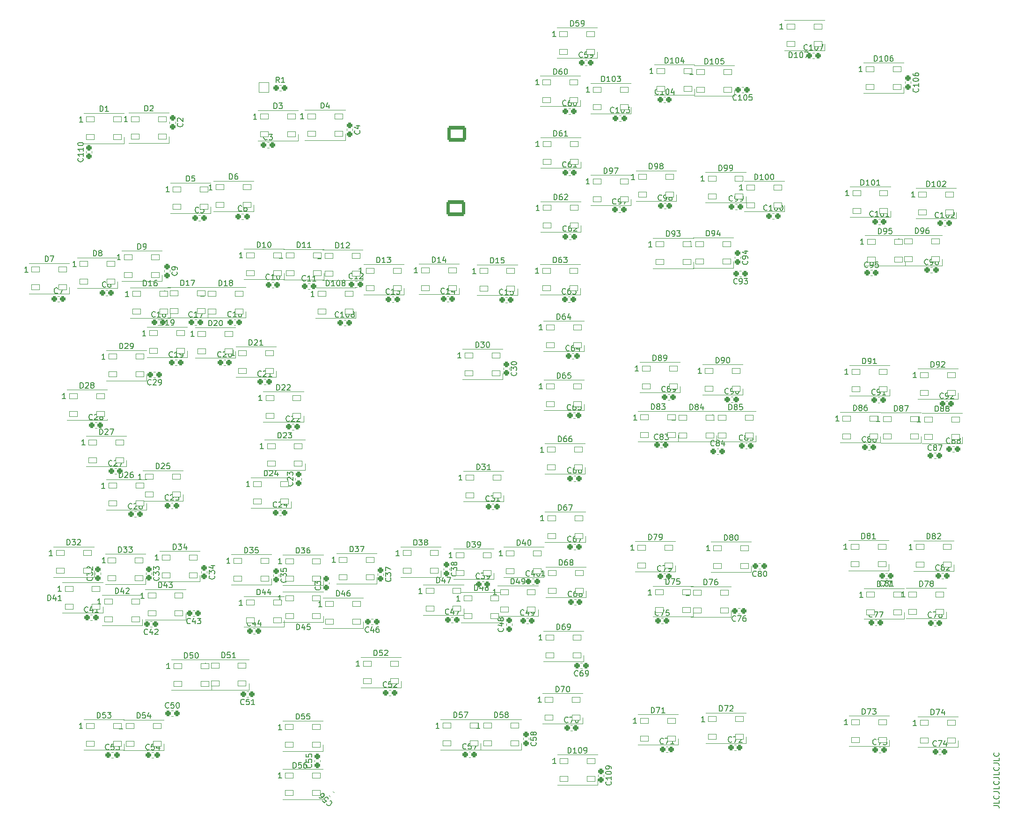
<source format=gbr>
%TF.GenerationSoftware,KiCad,Pcbnew,(6.0.9)*%
%TF.CreationDate,2022-12-07T12:29:01-09:00*%
%TF.ProjectId,COMM Panel,434f4d4d-2050-4616-9e65-6c2e6b696361,rev?*%
%TF.SameCoordinates,Original*%
%TF.FileFunction,Legend,Top*%
%TF.FilePolarity,Positive*%
%FSLAX46Y46*%
G04 Gerber Fmt 4.6, Leading zero omitted, Abs format (unit mm)*
G04 Created by KiCad (PCBNEW (6.0.9)) date 2022-12-07 12:29:01*
%MOMM*%
%LPD*%
G01*
G04 APERTURE LIST*
G04 Aperture macros list*
%AMRoundRect*
0 Rectangle with rounded corners*
0 $1 Rounding radius*
0 $2 $3 $4 $5 $6 $7 $8 $9 X,Y pos of 4 corners*
0 Add a 4 corners polygon primitive as box body*
4,1,4,$2,$3,$4,$5,$6,$7,$8,$9,$2,$3,0*
0 Add four circle primitives for the rounded corners*
1,1,$1+$1,$2,$3*
1,1,$1+$1,$4,$5*
1,1,$1+$1,$6,$7*
1,1,$1+$1,$8,$9*
0 Add four rect primitives between the rounded corners*
20,1,$1+$1,$2,$3,$4,$5,0*
20,1,$1+$1,$4,$5,$6,$7,0*
20,1,$1+$1,$6,$7,$8,$9,0*
20,1,$1+$1,$8,$9,$2,$3,0*%
G04 Aperture macros list end*
%ADD10C,0.150000*%
%ADD11C,0.120000*%
%ADD12O,3.400000X2.800000*%
%ADD13RoundRect,0.300001X1.399999X-1.099999X1.399999X1.099999X-1.399999X1.099999X-1.399999X-1.099999X0*%
%ADD14C,12.800000*%
%ADD15C,4.400000*%
%ADD16C,7.640752*%
%ADD17C,2.481250*%
%ADD18RoundRect,0.268750X0.256250X-0.218750X0.256250X0.218750X-0.256250X0.218750X-0.256250X-0.218750X0*%
%ADD19RoundRect,0.268750X-0.218750X-0.256250X0.218750X-0.256250X0.218750X0.256250X-0.218750X0.256250X0*%
%ADD20RoundRect,0.050000X-0.750000X-0.500000X0.750000X-0.500000X0.750000X0.500000X-0.750000X0.500000X0*%
%ADD21RoundRect,0.268750X-0.256250X0.218750X-0.256250X-0.218750X0.256250X-0.218750X0.256250X0.218750X0*%
%ADD22RoundRect,0.268750X0.218750X0.256250X-0.218750X0.256250X-0.218750X-0.256250X0.218750X-0.256250X0*%
%ADD23RoundRect,0.268750X0.335876X0.026517X0.026517X0.335876X-0.335876X-0.026517X-0.026517X-0.335876X0*%
%ADD24C,1.900000*%
%ADD25RoundRect,0.050000X-0.900000X0.900000X-0.900000X-0.900000X0.900000X-0.900000X0.900000X0.900000X0*%
G04 APERTURE END LIST*
D10*
X239602380Y-160249047D02*
X240316666Y-160249047D01*
X240459523Y-160296666D01*
X240554761Y-160391904D01*
X240602380Y-160534761D01*
X240602380Y-160630000D01*
X240602380Y-159296666D02*
X240602380Y-159772857D01*
X239602380Y-159772857D01*
X240507142Y-158391904D02*
X240554761Y-158439523D01*
X240602380Y-158582380D01*
X240602380Y-158677619D01*
X240554761Y-158820476D01*
X240459523Y-158915714D01*
X240364285Y-158963333D01*
X240173809Y-159010952D01*
X240030952Y-159010952D01*
X239840476Y-158963333D01*
X239745238Y-158915714D01*
X239650000Y-158820476D01*
X239602380Y-158677619D01*
X239602380Y-158582380D01*
X239650000Y-158439523D01*
X239697619Y-158391904D01*
X239602380Y-157677619D02*
X240316666Y-157677619D01*
X240459523Y-157725238D01*
X240554761Y-157820476D01*
X240602380Y-157963333D01*
X240602380Y-158058571D01*
X240602380Y-156725238D02*
X240602380Y-157201428D01*
X239602380Y-157201428D01*
X240507142Y-155820476D02*
X240554761Y-155868095D01*
X240602380Y-156010952D01*
X240602380Y-156106190D01*
X240554761Y-156249047D01*
X240459523Y-156344285D01*
X240364285Y-156391904D01*
X240173809Y-156439523D01*
X240030952Y-156439523D01*
X239840476Y-156391904D01*
X239745238Y-156344285D01*
X239650000Y-156249047D01*
X239602380Y-156106190D01*
X239602380Y-156010952D01*
X239650000Y-155868095D01*
X239697619Y-155820476D01*
X239602380Y-155106190D02*
X240316666Y-155106190D01*
X240459523Y-155153809D01*
X240554761Y-155249047D01*
X240602380Y-155391904D01*
X240602380Y-155487142D01*
X240602380Y-154153809D02*
X240602380Y-154630000D01*
X239602380Y-154630000D01*
X240507142Y-153249047D02*
X240554761Y-153296666D01*
X240602380Y-153439523D01*
X240602380Y-153534761D01*
X240554761Y-153677619D01*
X240459523Y-153772857D01*
X240364285Y-153820476D01*
X240173809Y-153868095D01*
X240030952Y-153868095D01*
X239840476Y-153820476D01*
X239745238Y-153772857D01*
X239650000Y-153677619D01*
X239602380Y-153534761D01*
X239602380Y-153439523D01*
X239650000Y-153296666D01*
X239697619Y-153249047D01*
X239602380Y-152534761D02*
X240316666Y-152534761D01*
X240459523Y-152582380D01*
X240554761Y-152677619D01*
X240602380Y-152820476D01*
X240602380Y-152915714D01*
X240602380Y-151582380D02*
X240602380Y-152058571D01*
X239602380Y-152058571D01*
X240507142Y-150677619D02*
X240554761Y-150725238D01*
X240602380Y-150868095D01*
X240602380Y-150963333D01*
X240554761Y-151106190D01*
X240459523Y-151201428D01*
X240364285Y-151249047D01*
X240173809Y-151296666D01*
X240030952Y-151296666D01*
X239840476Y-151249047D01*
X239745238Y-151201428D01*
X239650000Y-151106190D01*
X239602380Y-150963333D01*
X239602380Y-150868095D01*
X239650000Y-150725238D01*
X239697619Y-150677619D01*
%TO.C,*%
%TO.C,C48*%
X150857142Y-128115357D02*
X150904761Y-128162976D01*
X150952380Y-128305833D01*
X150952380Y-128401071D01*
X150904761Y-128543928D01*
X150809523Y-128639166D01*
X150714285Y-128686785D01*
X150523809Y-128734404D01*
X150380952Y-128734404D01*
X150190476Y-128686785D01*
X150095238Y-128639166D01*
X150000000Y-128543928D01*
X149952380Y-128401071D01*
X149952380Y-128305833D01*
X150000000Y-128162976D01*
X150047619Y-128115357D01*
X150285714Y-127258214D02*
X150952380Y-127258214D01*
X149904761Y-127496309D02*
X150619047Y-127734404D01*
X150619047Y-127115357D01*
X150380952Y-126591547D02*
X150333333Y-126686785D01*
X150285714Y-126734404D01*
X150190476Y-126782023D01*
X150142857Y-126782023D01*
X150047619Y-126734404D01*
X150000000Y-126686785D01*
X149952380Y-126591547D01*
X149952380Y-126401071D01*
X150000000Y-126305833D01*
X150047619Y-126258214D01*
X150142857Y-126210595D01*
X150190476Y-126210595D01*
X150285714Y-126258214D01*
X150333333Y-126305833D01*
X150380952Y-126401071D01*
X150380952Y-126591547D01*
X150428571Y-126686785D01*
X150476190Y-126734404D01*
X150571428Y-126782023D01*
X150761904Y-126782023D01*
X150857142Y-126734404D01*
X150904761Y-126686785D01*
X150952380Y-126591547D01*
X150952380Y-126401071D01*
X150904761Y-126305833D01*
X150857142Y-126258214D01*
X150761904Y-126210595D01*
X150571428Y-126210595D01*
X150476190Y-126258214D01*
X150428571Y-126305833D01*
X150380952Y-126401071D01*
%TO.C,C59*%
X165229642Y-24717142D02*
X165182023Y-24764761D01*
X165039166Y-24812380D01*
X164943928Y-24812380D01*
X164801071Y-24764761D01*
X164705833Y-24669523D01*
X164658214Y-24574285D01*
X164610595Y-24383809D01*
X164610595Y-24240952D01*
X164658214Y-24050476D01*
X164705833Y-23955238D01*
X164801071Y-23860000D01*
X164943928Y-23812380D01*
X165039166Y-23812380D01*
X165182023Y-23860000D01*
X165229642Y-23907619D01*
X166134404Y-23812380D02*
X165658214Y-23812380D01*
X165610595Y-24288571D01*
X165658214Y-24240952D01*
X165753452Y-24193333D01*
X165991547Y-24193333D01*
X166086785Y-24240952D01*
X166134404Y-24288571D01*
X166182023Y-24383809D01*
X166182023Y-24621904D01*
X166134404Y-24717142D01*
X166086785Y-24764761D01*
X165991547Y-24812380D01*
X165753452Y-24812380D01*
X165658214Y-24764761D01*
X165610595Y-24717142D01*
X166658214Y-24812380D02*
X166848690Y-24812380D01*
X166943928Y-24764761D01*
X166991547Y-24717142D01*
X167086785Y-24574285D01*
X167134404Y-24383809D01*
X167134404Y-24002857D01*
X167086785Y-23907619D01*
X167039166Y-23860000D01*
X166943928Y-23812380D01*
X166753452Y-23812380D01*
X166658214Y-23860000D01*
X166610595Y-23907619D01*
X166562976Y-24002857D01*
X166562976Y-24240952D01*
X166610595Y-24336190D01*
X166658214Y-24383809D01*
X166753452Y-24431428D01*
X166943928Y-24431428D01*
X167039166Y-24383809D01*
X167086785Y-24336190D01*
X167134404Y-24240952D01*
%TO.C,D109*%
X162609523Y-150702380D02*
X162609523Y-149702380D01*
X162847619Y-149702380D01*
X162990476Y-149750000D01*
X163085714Y-149845238D01*
X163133333Y-149940476D01*
X163180952Y-150130952D01*
X163180952Y-150273809D01*
X163133333Y-150464285D01*
X163085714Y-150559523D01*
X162990476Y-150654761D01*
X162847619Y-150702380D01*
X162609523Y-150702380D01*
X164133333Y-150702380D02*
X163561904Y-150702380D01*
X163847619Y-150702380D02*
X163847619Y-149702380D01*
X163752380Y-149845238D01*
X163657142Y-149940476D01*
X163561904Y-149988095D01*
X164752380Y-149702380D02*
X164847619Y-149702380D01*
X164942857Y-149750000D01*
X164990476Y-149797619D01*
X165038095Y-149892857D01*
X165085714Y-150083333D01*
X165085714Y-150321428D01*
X165038095Y-150511904D01*
X164990476Y-150607142D01*
X164942857Y-150654761D01*
X164847619Y-150702380D01*
X164752380Y-150702380D01*
X164657142Y-150654761D01*
X164609523Y-150607142D01*
X164561904Y-150511904D01*
X164514285Y-150321428D01*
X164514285Y-150083333D01*
X164561904Y-149892857D01*
X164609523Y-149797619D01*
X164657142Y-149750000D01*
X164752380Y-149702380D01*
X165561904Y-150702380D02*
X165752380Y-150702380D01*
X165847619Y-150654761D01*
X165895238Y-150607142D01*
X165990476Y-150464285D01*
X166038095Y-150273809D01*
X166038095Y-149892857D01*
X165990476Y-149797619D01*
X165942857Y-149750000D01*
X165847619Y-149702380D01*
X165657142Y-149702380D01*
X165561904Y-149750000D01*
X165514285Y-149797619D01*
X165466666Y-149892857D01*
X165466666Y-150130952D01*
X165514285Y-150226190D01*
X165561904Y-150273809D01*
X165657142Y-150321428D01*
X165847619Y-150321428D01*
X165942857Y-150273809D01*
X165990476Y-150226190D01*
X166038095Y-150130952D01*
X160435714Y-152602380D02*
X159864285Y-152602380D01*
X160150000Y-152602380D02*
X160150000Y-151602380D01*
X160054761Y-151745238D01*
X159959523Y-151840476D01*
X159864285Y-151888095D01*
%TO.C,C33*%
X88537142Y-118855357D02*
X88584761Y-118902976D01*
X88632380Y-119045833D01*
X88632380Y-119141071D01*
X88584761Y-119283928D01*
X88489523Y-119379166D01*
X88394285Y-119426785D01*
X88203809Y-119474404D01*
X88060952Y-119474404D01*
X87870476Y-119426785D01*
X87775238Y-119379166D01*
X87680000Y-119283928D01*
X87632380Y-119141071D01*
X87632380Y-119045833D01*
X87680000Y-118902976D01*
X87727619Y-118855357D01*
X87632380Y-118522023D02*
X87632380Y-117902976D01*
X88013333Y-118236309D01*
X88013333Y-118093452D01*
X88060952Y-117998214D01*
X88108571Y-117950595D01*
X88203809Y-117902976D01*
X88441904Y-117902976D01*
X88537142Y-117950595D01*
X88584761Y-117998214D01*
X88632380Y-118093452D01*
X88632380Y-118379166D01*
X88584761Y-118474404D01*
X88537142Y-118522023D01*
X87632380Y-117569642D02*
X87632380Y-116950595D01*
X88013333Y-117283928D01*
X88013333Y-117141071D01*
X88060952Y-117045833D01*
X88108571Y-116998214D01*
X88203809Y-116950595D01*
X88441904Y-116950595D01*
X88537142Y-116998214D01*
X88584761Y-117045833D01*
X88632380Y-117141071D01*
X88632380Y-117426785D01*
X88584761Y-117522023D01*
X88537142Y-117569642D01*
%TO.C,C25*%
X90319642Y-104852142D02*
X90272023Y-104899761D01*
X90129166Y-104947380D01*
X90033928Y-104947380D01*
X89891071Y-104899761D01*
X89795833Y-104804523D01*
X89748214Y-104709285D01*
X89700595Y-104518809D01*
X89700595Y-104375952D01*
X89748214Y-104185476D01*
X89795833Y-104090238D01*
X89891071Y-103995000D01*
X90033928Y-103947380D01*
X90129166Y-103947380D01*
X90272023Y-103995000D01*
X90319642Y-104042619D01*
X90700595Y-104042619D02*
X90748214Y-103995000D01*
X90843452Y-103947380D01*
X91081547Y-103947380D01*
X91176785Y-103995000D01*
X91224404Y-104042619D01*
X91272023Y-104137857D01*
X91272023Y-104233095D01*
X91224404Y-104375952D01*
X90652976Y-104947380D01*
X91272023Y-104947380D01*
X92176785Y-103947380D02*
X91700595Y-103947380D01*
X91652976Y-104423571D01*
X91700595Y-104375952D01*
X91795833Y-104328333D01*
X92033928Y-104328333D01*
X92129166Y-104375952D01*
X92176785Y-104423571D01*
X92224404Y-104518809D01*
X92224404Y-104756904D01*
X92176785Y-104852142D01*
X92129166Y-104899761D01*
X92033928Y-104947380D01*
X91795833Y-104947380D01*
X91700595Y-104899761D01*
X91652976Y-104852142D01*
%TO.C,R1*%
X110395833Y-29347380D02*
X110062500Y-28871190D01*
X109824404Y-29347380D02*
X109824404Y-28347380D01*
X110205357Y-28347380D01*
X110300595Y-28395000D01*
X110348214Y-28442619D01*
X110395833Y-28537857D01*
X110395833Y-28680714D01*
X110348214Y-28775952D01*
X110300595Y-28823571D01*
X110205357Y-28871190D01*
X109824404Y-28871190D01*
X111348214Y-29347380D02*
X110776785Y-29347380D01*
X111062500Y-29347380D02*
X111062500Y-28347380D01*
X110967261Y-28490238D01*
X110872023Y-28585476D01*
X110776785Y-28633095D01*
%TO.C,C110*%
X74827142Y-43056547D02*
X74874761Y-43104166D01*
X74922380Y-43247023D01*
X74922380Y-43342261D01*
X74874761Y-43485119D01*
X74779523Y-43580357D01*
X74684285Y-43627976D01*
X74493809Y-43675595D01*
X74350952Y-43675595D01*
X74160476Y-43627976D01*
X74065238Y-43580357D01*
X73970000Y-43485119D01*
X73922380Y-43342261D01*
X73922380Y-43247023D01*
X73970000Y-43104166D01*
X74017619Y-43056547D01*
X74922380Y-42104166D02*
X74922380Y-42675595D01*
X74922380Y-42389880D02*
X73922380Y-42389880D01*
X74065238Y-42485119D01*
X74160476Y-42580357D01*
X74208095Y-42675595D01*
X74922380Y-41151785D02*
X74922380Y-41723214D01*
X74922380Y-41437500D02*
X73922380Y-41437500D01*
X74065238Y-41532738D01*
X74160476Y-41627976D01*
X74208095Y-41723214D01*
X73922380Y-40532738D02*
X73922380Y-40437500D01*
X73970000Y-40342261D01*
X74017619Y-40294642D01*
X74112857Y-40247023D01*
X74303333Y-40199404D01*
X74541428Y-40199404D01*
X74731904Y-40247023D01*
X74827142Y-40294642D01*
X74874761Y-40342261D01*
X74922380Y-40437500D01*
X74922380Y-40532738D01*
X74874761Y-40627976D01*
X74827142Y-40675595D01*
X74731904Y-40723214D01*
X74541428Y-40770833D01*
X74303333Y-40770833D01*
X74112857Y-40723214D01*
X74017619Y-40675595D01*
X73970000Y-40627976D01*
X73922380Y-40532738D01*
%TO.C,C109*%
X170337142Y-155899047D02*
X170384761Y-155946666D01*
X170432380Y-156089523D01*
X170432380Y-156184761D01*
X170384761Y-156327619D01*
X170289523Y-156422857D01*
X170194285Y-156470476D01*
X170003809Y-156518095D01*
X169860952Y-156518095D01*
X169670476Y-156470476D01*
X169575238Y-156422857D01*
X169480000Y-156327619D01*
X169432380Y-156184761D01*
X169432380Y-156089523D01*
X169480000Y-155946666D01*
X169527619Y-155899047D01*
X170432380Y-154946666D02*
X170432380Y-155518095D01*
X170432380Y-155232380D02*
X169432380Y-155232380D01*
X169575238Y-155327619D01*
X169670476Y-155422857D01*
X169718095Y-155518095D01*
X169432380Y-154327619D02*
X169432380Y-154232380D01*
X169480000Y-154137142D01*
X169527619Y-154089523D01*
X169622857Y-154041904D01*
X169813333Y-153994285D01*
X170051428Y-153994285D01*
X170241904Y-154041904D01*
X170337142Y-154089523D01*
X170384761Y-154137142D01*
X170432380Y-154232380D01*
X170432380Y-154327619D01*
X170384761Y-154422857D01*
X170337142Y-154470476D01*
X170241904Y-154518095D01*
X170051428Y-154565714D01*
X169813333Y-154565714D01*
X169622857Y-154518095D01*
X169527619Y-154470476D01*
X169480000Y-154422857D01*
X169432380Y-154327619D01*
X170432380Y-153518095D02*
X170432380Y-153327619D01*
X170384761Y-153232380D01*
X170337142Y-153184761D01*
X170194285Y-153089523D01*
X170003809Y-153041904D01*
X169622857Y-153041904D01*
X169527619Y-153089523D01*
X169480000Y-153137142D01*
X169432380Y-153232380D01*
X169432380Y-153422857D01*
X169480000Y-153518095D01*
X169527619Y-153565714D01*
X169622857Y-153613333D01*
X169860952Y-153613333D01*
X169956190Y-153565714D01*
X170003809Y-153518095D01*
X170051428Y-153422857D01*
X170051428Y-153232380D01*
X170003809Y-153137142D01*
X169956190Y-153089523D01*
X169860952Y-153041904D01*
%TO.C,C108*%
X121100952Y-71747142D02*
X121053333Y-71794761D01*
X120910476Y-71842380D01*
X120815238Y-71842380D01*
X120672380Y-71794761D01*
X120577142Y-71699523D01*
X120529523Y-71604285D01*
X120481904Y-71413809D01*
X120481904Y-71270952D01*
X120529523Y-71080476D01*
X120577142Y-70985238D01*
X120672380Y-70890000D01*
X120815238Y-70842380D01*
X120910476Y-70842380D01*
X121053333Y-70890000D01*
X121100952Y-70937619D01*
X122053333Y-71842380D02*
X121481904Y-71842380D01*
X121767619Y-71842380D02*
X121767619Y-70842380D01*
X121672380Y-70985238D01*
X121577142Y-71080476D01*
X121481904Y-71128095D01*
X122672380Y-70842380D02*
X122767619Y-70842380D01*
X122862857Y-70890000D01*
X122910476Y-70937619D01*
X122958095Y-71032857D01*
X123005714Y-71223333D01*
X123005714Y-71461428D01*
X122958095Y-71651904D01*
X122910476Y-71747142D01*
X122862857Y-71794761D01*
X122767619Y-71842380D01*
X122672380Y-71842380D01*
X122577142Y-71794761D01*
X122529523Y-71747142D01*
X122481904Y-71651904D01*
X122434285Y-71461428D01*
X122434285Y-71223333D01*
X122481904Y-71032857D01*
X122529523Y-70937619D01*
X122577142Y-70890000D01*
X122672380Y-70842380D01*
X123577142Y-71270952D02*
X123481904Y-71223333D01*
X123434285Y-71175714D01*
X123386666Y-71080476D01*
X123386666Y-71032857D01*
X123434285Y-70937619D01*
X123481904Y-70890000D01*
X123577142Y-70842380D01*
X123767619Y-70842380D01*
X123862857Y-70890000D01*
X123910476Y-70937619D01*
X123958095Y-71032857D01*
X123958095Y-71080476D01*
X123910476Y-71175714D01*
X123862857Y-71223333D01*
X123767619Y-71270952D01*
X123577142Y-71270952D01*
X123481904Y-71318571D01*
X123434285Y-71366190D01*
X123386666Y-71461428D01*
X123386666Y-71651904D01*
X123434285Y-71747142D01*
X123481904Y-71794761D01*
X123577142Y-71842380D01*
X123767619Y-71842380D01*
X123862857Y-71794761D01*
X123910476Y-71747142D01*
X123958095Y-71651904D01*
X123958095Y-71461428D01*
X123910476Y-71366190D01*
X123862857Y-71318571D01*
X123767619Y-71270952D01*
%TO.C,C107*%
X205903452Y-23377142D02*
X205855833Y-23424761D01*
X205712976Y-23472380D01*
X205617738Y-23472380D01*
X205474880Y-23424761D01*
X205379642Y-23329523D01*
X205332023Y-23234285D01*
X205284404Y-23043809D01*
X205284404Y-22900952D01*
X205332023Y-22710476D01*
X205379642Y-22615238D01*
X205474880Y-22520000D01*
X205617738Y-22472380D01*
X205712976Y-22472380D01*
X205855833Y-22520000D01*
X205903452Y-22567619D01*
X206855833Y-23472380D02*
X206284404Y-23472380D01*
X206570119Y-23472380D02*
X206570119Y-22472380D01*
X206474880Y-22615238D01*
X206379642Y-22710476D01*
X206284404Y-22758095D01*
X207474880Y-22472380D02*
X207570119Y-22472380D01*
X207665357Y-22520000D01*
X207712976Y-22567619D01*
X207760595Y-22662857D01*
X207808214Y-22853333D01*
X207808214Y-23091428D01*
X207760595Y-23281904D01*
X207712976Y-23377142D01*
X207665357Y-23424761D01*
X207570119Y-23472380D01*
X207474880Y-23472380D01*
X207379642Y-23424761D01*
X207332023Y-23377142D01*
X207284404Y-23281904D01*
X207236785Y-23091428D01*
X207236785Y-22853333D01*
X207284404Y-22662857D01*
X207332023Y-22567619D01*
X207379642Y-22520000D01*
X207474880Y-22472380D01*
X208141547Y-22472380D02*
X208808214Y-22472380D01*
X208379642Y-23472380D01*
%TO.C,C106*%
X225927142Y-30456547D02*
X225974761Y-30504166D01*
X226022380Y-30647023D01*
X226022380Y-30742261D01*
X225974761Y-30885119D01*
X225879523Y-30980357D01*
X225784285Y-31027976D01*
X225593809Y-31075595D01*
X225450952Y-31075595D01*
X225260476Y-31027976D01*
X225165238Y-30980357D01*
X225070000Y-30885119D01*
X225022380Y-30742261D01*
X225022380Y-30647023D01*
X225070000Y-30504166D01*
X225117619Y-30456547D01*
X226022380Y-29504166D02*
X226022380Y-30075595D01*
X226022380Y-29789880D02*
X225022380Y-29789880D01*
X225165238Y-29885119D01*
X225260476Y-29980357D01*
X225308095Y-30075595D01*
X225022380Y-28885119D02*
X225022380Y-28789880D01*
X225070000Y-28694642D01*
X225117619Y-28647023D01*
X225212857Y-28599404D01*
X225403333Y-28551785D01*
X225641428Y-28551785D01*
X225831904Y-28599404D01*
X225927142Y-28647023D01*
X225974761Y-28694642D01*
X226022380Y-28789880D01*
X226022380Y-28885119D01*
X225974761Y-28980357D01*
X225927142Y-29027976D01*
X225831904Y-29075595D01*
X225641428Y-29123214D01*
X225403333Y-29123214D01*
X225212857Y-29075595D01*
X225117619Y-29027976D01*
X225070000Y-28980357D01*
X225022380Y-28885119D01*
X225022380Y-27694642D02*
X225022380Y-27885119D01*
X225070000Y-27980357D01*
X225117619Y-28027976D01*
X225260476Y-28123214D01*
X225450952Y-28170833D01*
X225831904Y-28170833D01*
X225927142Y-28123214D01*
X225974761Y-28075595D01*
X226022380Y-27980357D01*
X226022380Y-27789880D01*
X225974761Y-27694642D01*
X225927142Y-27647023D01*
X225831904Y-27599404D01*
X225593809Y-27599404D01*
X225498571Y-27647023D01*
X225450952Y-27694642D01*
X225403333Y-27789880D01*
X225403333Y-27980357D01*
X225450952Y-28075595D01*
X225498571Y-28123214D01*
X225593809Y-28170833D01*
%TO.C,C105*%
X193068452Y-32447142D02*
X193020833Y-32494761D01*
X192877976Y-32542380D01*
X192782738Y-32542380D01*
X192639880Y-32494761D01*
X192544642Y-32399523D01*
X192497023Y-32304285D01*
X192449404Y-32113809D01*
X192449404Y-31970952D01*
X192497023Y-31780476D01*
X192544642Y-31685238D01*
X192639880Y-31590000D01*
X192782738Y-31542380D01*
X192877976Y-31542380D01*
X193020833Y-31590000D01*
X193068452Y-31637619D01*
X194020833Y-32542380D02*
X193449404Y-32542380D01*
X193735119Y-32542380D02*
X193735119Y-31542380D01*
X193639880Y-31685238D01*
X193544642Y-31780476D01*
X193449404Y-31828095D01*
X194639880Y-31542380D02*
X194735119Y-31542380D01*
X194830357Y-31590000D01*
X194877976Y-31637619D01*
X194925595Y-31732857D01*
X194973214Y-31923333D01*
X194973214Y-32161428D01*
X194925595Y-32351904D01*
X194877976Y-32447142D01*
X194830357Y-32494761D01*
X194735119Y-32542380D01*
X194639880Y-32542380D01*
X194544642Y-32494761D01*
X194497023Y-32447142D01*
X194449404Y-32351904D01*
X194401785Y-32161428D01*
X194401785Y-31923333D01*
X194449404Y-31732857D01*
X194497023Y-31637619D01*
X194544642Y-31590000D01*
X194639880Y-31542380D01*
X195877976Y-31542380D02*
X195401785Y-31542380D01*
X195354166Y-32018571D01*
X195401785Y-31970952D01*
X195497023Y-31923333D01*
X195735119Y-31923333D01*
X195830357Y-31970952D01*
X195877976Y-32018571D01*
X195925595Y-32113809D01*
X195925595Y-32351904D01*
X195877976Y-32447142D01*
X195830357Y-32494761D01*
X195735119Y-32542380D01*
X195497023Y-32542380D01*
X195401785Y-32494761D01*
X195354166Y-32447142D01*
%TO.C,C104*%
X178973452Y-31407142D02*
X178925833Y-31454761D01*
X178782976Y-31502380D01*
X178687738Y-31502380D01*
X178544880Y-31454761D01*
X178449642Y-31359523D01*
X178402023Y-31264285D01*
X178354404Y-31073809D01*
X178354404Y-30930952D01*
X178402023Y-30740476D01*
X178449642Y-30645238D01*
X178544880Y-30550000D01*
X178687738Y-30502380D01*
X178782976Y-30502380D01*
X178925833Y-30550000D01*
X178973452Y-30597619D01*
X179925833Y-31502380D02*
X179354404Y-31502380D01*
X179640119Y-31502380D02*
X179640119Y-30502380D01*
X179544880Y-30645238D01*
X179449642Y-30740476D01*
X179354404Y-30788095D01*
X180544880Y-30502380D02*
X180640119Y-30502380D01*
X180735357Y-30550000D01*
X180782976Y-30597619D01*
X180830595Y-30692857D01*
X180878214Y-30883333D01*
X180878214Y-31121428D01*
X180830595Y-31311904D01*
X180782976Y-31407142D01*
X180735357Y-31454761D01*
X180640119Y-31502380D01*
X180544880Y-31502380D01*
X180449642Y-31454761D01*
X180402023Y-31407142D01*
X180354404Y-31311904D01*
X180306785Y-31121428D01*
X180306785Y-30883333D01*
X180354404Y-30692857D01*
X180402023Y-30597619D01*
X180449642Y-30550000D01*
X180544880Y-30502380D01*
X181735357Y-30835714D02*
X181735357Y-31502380D01*
X181497261Y-30454761D02*
X181259166Y-31169047D01*
X181878214Y-31169047D01*
%TO.C,C103*%
X170893452Y-34737142D02*
X170845833Y-34784761D01*
X170702976Y-34832380D01*
X170607738Y-34832380D01*
X170464880Y-34784761D01*
X170369642Y-34689523D01*
X170322023Y-34594285D01*
X170274404Y-34403809D01*
X170274404Y-34260952D01*
X170322023Y-34070476D01*
X170369642Y-33975238D01*
X170464880Y-33880000D01*
X170607738Y-33832380D01*
X170702976Y-33832380D01*
X170845833Y-33880000D01*
X170893452Y-33927619D01*
X171845833Y-34832380D02*
X171274404Y-34832380D01*
X171560119Y-34832380D02*
X171560119Y-33832380D01*
X171464880Y-33975238D01*
X171369642Y-34070476D01*
X171274404Y-34118095D01*
X172464880Y-33832380D02*
X172560119Y-33832380D01*
X172655357Y-33880000D01*
X172702976Y-33927619D01*
X172750595Y-34022857D01*
X172798214Y-34213333D01*
X172798214Y-34451428D01*
X172750595Y-34641904D01*
X172702976Y-34737142D01*
X172655357Y-34784761D01*
X172560119Y-34832380D01*
X172464880Y-34832380D01*
X172369642Y-34784761D01*
X172322023Y-34737142D01*
X172274404Y-34641904D01*
X172226785Y-34451428D01*
X172226785Y-34213333D01*
X172274404Y-34022857D01*
X172322023Y-33927619D01*
X172369642Y-33880000D01*
X172464880Y-33832380D01*
X173131547Y-33832380D02*
X173750595Y-33832380D01*
X173417261Y-34213333D01*
X173560119Y-34213333D01*
X173655357Y-34260952D01*
X173702976Y-34308571D01*
X173750595Y-34403809D01*
X173750595Y-34641904D01*
X173702976Y-34737142D01*
X173655357Y-34784761D01*
X173560119Y-34832380D01*
X173274404Y-34832380D01*
X173179166Y-34784761D01*
X173131547Y-34737142D01*
%TO.C,C102*%
X229648452Y-53727142D02*
X229600833Y-53774761D01*
X229457976Y-53822380D01*
X229362738Y-53822380D01*
X229219880Y-53774761D01*
X229124642Y-53679523D01*
X229077023Y-53584285D01*
X229029404Y-53393809D01*
X229029404Y-53250952D01*
X229077023Y-53060476D01*
X229124642Y-52965238D01*
X229219880Y-52870000D01*
X229362738Y-52822380D01*
X229457976Y-52822380D01*
X229600833Y-52870000D01*
X229648452Y-52917619D01*
X230600833Y-53822380D02*
X230029404Y-53822380D01*
X230315119Y-53822380D02*
X230315119Y-52822380D01*
X230219880Y-52965238D01*
X230124642Y-53060476D01*
X230029404Y-53108095D01*
X231219880Y-52822380D02*
X231315119Y-52822380D01*
X231410357Y-52870000D01*
X231457976Y-52917619D01*
X231505595Y-53012857D01*
X231553214Y-53203333D01*
X231553214Y-53441428D01*
X231505595Y-53631904D01*
X231457976Y-53727142D01*
X231410357Y-53774761D01*
X231315119Y-53822380D01*
X231219880Y-53822380D01*
X231124642Y-53774761D01*
X231077023Y-53727142D01*
X231029404Y-53631904D01*
X230981785Y-53441428D01*
X230981785Y-53203333D01*
X231029404Y-53012857D01*
X231077023Y-52917619D01*
X231124642Y-52870000D01*
X231219880Y-52822380D01*
X231934166Y-52917619D02*
X231981785Y-52870000D01*
X232077023Y-52822380D01*
X232315119Y-52822380D01*
X232410357Y-52870000D01*
X232457976Y-52917619D01*
X232505595Y-53012857D01*
X232505595Y-53108095D01*
X232457976Y-53250952D01*
X231886547Y-53822380D01*
X232505595Y-53822380D01*
%TO.C,C101*%
X217813452Y-53507142D02*
X217765833Y-53554761D01*
X217622976Y-53602380D01*
X217527738Y-53602380D01*
X217384880Y-53554761D01*
X217289642Y-53459523D01*
X217242023Y-53364285D01*
X217194404Y-53173809D01*
X217194404Y-53030952D01*
X217242023Y-52840476D01*
X217289642Y-52745238D01*
X217384880Y-52650000D01*
X217527738Y-52602380D01*
X217622976Y-52602380D01*
X217765833Y-52650000D01*
X217813452Y-52697619D01*
X218765833Y-53602380D02*
X218194404Y-53602380D01*
X218480119Y-53602380D02*
X218480119Y-52602380D01*
X218384880Y-52745238D01*
X218289642Y-52840476D01*
X218194404Y-52888095D01*
X219384880Y-52602380D02*
X219480119Y-52602380D01*
X219575357Y-52650000D01*
X219622976Y-52697619D01*
X219670595Y-52792857D01*
X219718214Y-52983333D01*
X219718214Y-53221428D01*
X219670595Y-53411904D01*
X219622976Y-53507142D01*
X219575357Y-53554761D01*
X219480119Y-53602380D01*
X219384880Y-53602380D01*
X219289642Y-53554761D01*
X219242023Y-53507142D01*
X219194404Y-53411904D01*
X219146785Y-53221428D01*
X219146785Y-52983333D01*
X219194404Y-52792857D01*
X219242023Y-52697619D01*
X219289642Y-52650000D01*
X219384880Y-52602380D01*
X220670595Y-53602380D02*
X220099166Y-53602380D01*
X220384880Y-53602380D02*
X220384880Y-52602380D01*
X220289642Y-52745238D01*
X220194404Y-52840476D01*
X220099166Y-52888095D01*
%TO.C,C100*%
X198623452Y-52417142D02*
X198575833Y-52464761D01*
X198432976Y-52512380D01*
X198337738Y-52512380D01*
X198194880Y-52464761D01*
X198099642Y-52369523D01*
X198052023Y-52274285D01*
X198004404Y-52083809D01*
X198004404Y-51940952D01*
X198052023Y-51750476D01*
X198099642Y-51655238D01*
X198194880Y-51560000D01*
X198337738Y-51512380D01*
X198432976Y-51512380D01*
X198575833Y-51560000D01*
X198623452Y-51607619D01*
X199575833Y-52512380D02*
X199004404Y-52512380D01*
X199290119Y-52512380D02*
X199290119Y-51512380D01*
X199194880Y-51655238D01*
X199099642Y-51750476D01*
X199004404Y-51798095D01*
X200194880Y-51512380D02*
X200290119Y-51512380D01*
X200385357Y-51560000D01*
X200432976Y-51607619D01*
X200480595Y-51702857D01*
X200528214Y-51893333D01*
X200528214Y-52131428D01*
X200480595Y-52321904D01*
X200432976Y-52417142D01*
X200385357Y-52464761D01*
X200290119Y-52512380D01*
X200194880Y-52512380D01*
X200099642Y-52464761D01*
X200052023Y-52417142D01*
X200004404Y-52321904D01*
X199956785Y-52131428D01*
X199956785Y-51893333D01*
X200004404Y-51702857D01*
X200052023Y-51607619D01*
X200099642Y-51560000D01*
X200194880Y-51512380D01*
X201147261Y-51512380D02*
X201242500Y-51512380D01*
X201337738Y-51560000D01*
X201385357Y-51607619D01*
X201432976Y-51702857D01*
X201480595Y-51893333D01*
X201480595Y-52131428D01*
X201432976Y-52321904D01*
X201385357Y-52417142D01*
X201337738Y-52464761D01*
X201242500Y-52512380D01*
X201147261Y-52512380D01*
X201052023Y-52464761D01*
X201004404Y-52417142D01*
X200956785Y-52321904D01*
X200909166Y-52131428D01*
X200909166Y-51893333D01*
X200956785Y-51702857D01*
X201004404Y-51607619D01*
X201052023Y-51560000D01*
X201147261Y-51512380D01*
%TO.C,C99*%
X192357142Y-50727142D02*
X192309523Y-50774761D01*
X192166666Y-50822380D01*
X192071428Y-50822380D01*
X191928571Y-50774761D01*
X191833333Y-50679523D01*
X191785714Y-50584285D01*
X191738095Y-50393809D01*
X191738095Y-50250952D01*
X191785714Y-50060476D01*
X191833333Y-49965238D01*
X191928571Y-49870000D01*
X192071428Y-49822380D01*
X192166666Y-49822380D01*
X192309523Y-49870000D01*
X192357142Y-49917619D01*
X192833333Y-50822380D02*
X193023809Y-50822380D01*
X193119047Y-50774761D01*
X193166666Y-50727142D01*
X193261904Y-50584285D01*
X193309523Y-50393809D01*
X193309523Y-50012857D01*
X193261904Y-49917619D01*
X193214285Y-49870000D01*
X193119047Y-49822380D01*
X192928571Y-49822380D01*
X192833333Y-49870000D01*
X192785714Y-49917619D01*
X192738095Y-50012857D01*
X192738095Y-50250952D01*
X192785714Y-50346190D01*
X192833333Y-50393809D01*
X192928571Y-50441428D01*
X193119047Y-50441428D01*
X193214285Y-50393809D01*
X193261904Y-50346190D01*
X193309523Y-50250952D01*
X193785714Y-50822380D02*
X193976190Y-50822380D01*
X194071428Y-50774761D01*
X194119047Y-50727142D01*
X194214285Y-50584285D01*
X194261904Y-50393809D01*
X194261904Y-50012857D01*
X194214285Y-49917619D01*
X194166666Y-49870000D01*
X194071428Y-49822380D01*
X193880952Y-49822380D01*
X193785714Y-49870000D01*
X193738095Y-49917619D01*
X193690476Y-50012857D01*
X193690476Y-50250952D01*
X193738095Y-50346190D01*
X193785714Y-50393809D01*
X193880952Y-50441428D01*
X194071428Y-50441428D01*
X194166666Y-50393809D01*
X194214285Y-50346190D01*
X194261904Y-50250952D01*
%TO.C,C98*%
X179534642Y-50597142D02*
X179487023Y-50644761D01*
X179344166Y-50692380D01*
X179248928Y-50692380D01*
X179106071Y-50644761D01*
X179010833Y-50549523D01*
X178963214Y-50454285D01*
X178915595Y-50263809D01*
X178915595Y-50120952D01*
X178963214Y-49930476D01*
X179010833Y-49835238D01*
X179106071Y-49740000D01*
X179248928Y-49692380D01*
X179344166Y-49692380D01*
X179487023Y-49740000D01*
X179534642Y-49787619D01*
X180010833Y-50692380D02*
X180201309Y-50692380D01*
X180296547Y-50644761D01*
X180344166Y-50597142D01*
X180439404Y-50454285D01*
X180487023Y-50263809D01*
X180487023Y-49882857D01*
X180439404Y-49787619D01*
X180391785Y-49740000D01*
X180296547Y-49692380D01*
X180106071Y-49692380D01*
X180010833Y-49740000D01*
X179963214Y-49787619D01*
X179915595Y-49882857D01*
X179915595Y-50120952D01*
X179963214Y-50216190D01*
X180010833Y-50263809D01*
X180106071Y-50311428D01*
X180296547Y-50311428D01*
X180391785Y-50263809D01*
X180439404Y-50216190D01*
X180487023Y-50120952D01*
X181058452Y-50120952D02*
X180963214Y-50073333D01*
X180915595Y-50025714D01*
X180867976Y-49930476D01*
X180867976Y-49882857D01*
X180915595Y-49787619D01*
X180963214Y-49740000D01*
X181058452Y-49692380D01*
X181248928Y-49692380D01*
X181344166Y-49740000D01*
X181391785Y-49787619D01*
X181439404Y-49882857D01*
X181439404Y-49930476D01*
X181391785Y-50025714D01*
X181344166Y-50073333D01*
X181248928Y-50120952D01*
X181058452Y-50120952D01*
X180963214Y-50168571D01*
X180915595Y-50216190D01*
X180867976Y-50311428D01*
X180867976Y-50501904D01*
X180915595Y-50597142D01*
X180963214Y-50644761D01*
X181058452Y-50692380D01*
X181248928Y-50692380D01*
X181344166Y-50644761D01*
X181391785Y-50597142D01*
X181439404Y-50501904D01*
X181439404Y-50311428D01*
X181391785Y-50216190D01*
X181344166Y-50168571D01*
X181248928Y-50120952D01*
%TO.C,C97*%
X171284642Y-51267142D02*
X171237023Y-51314761D01*
X171094166Y-51362380D01*
X170998928Y-51362380D01*
X170856071Y-51314761D01*
X170760833Y-51219523D01*
X170713214Y-51124285D01*
X170665595Y-50933809D01*
X170665595Y-50790952D01*
X170713214Y-50600476D01*
X170760833Y-50505238D01*
X170856071Y-50410000D01*
X170998928Y-50362380D01*
X171094166Y-50362380D01*
X171237023Y-50410000D01*
X171284642Y-50457619D01*
X171760833Y-51362380D02*
X171951309Y-51362380D01*
X172046547Y-51314761D01*
X172094166Y-51267142D01*
X172189404Y-51124285D01*
X172237023Y-50933809D01*
X172237023Y-50552857D01*
X172189404Y-50457619D01*
X172141785Y-50410000D01*
X172046547Y-50362380D01*
X171856071Y-50362380D01*
X171760833Y-50410000D01*
X171713214Y-50457619D01*
X171665595Y-50552857D01*
X171665595Y-50790952D01*
X171713214Y-50886190D01*
X171760833Y-50933809D01*
X171856071Y-50981428D01*
X172046547Y-50981428D01*
X172141785Y-50933809D01*
X172189404Y-50886190D01*
X172237023Y-50790952D01*
X172570357Y-50362380D02*
X173237023Y-50362380D01*
X172808452Y-51362380D01*
%TO.C,C96*%
X227719642Y-62227142D02*
X227672023Y-62274761D01*
X227529166Y-62322380D01*
X227433928Y-62322380D01*
X227291071Y-62274761D01*
X227195833Y-62179523D01*
X227148214Y-62084285D01*
X227100595Y-61893809D01*
X227100595Y-61750952D01*
X227148214Y-61560476D01*
X227195833Y-61465238D01*
X227291071Y-61370000D01*
X227433928Y-61322380D01*
X227529166Y-61322380D01*
X227672023Y-61370000D01*
X227719642Y-61417619D01*
X228195833Y-62322380D02*
X228386309Y-62322380D01*
X228481547Y-62274761D01*
X228529166Y-62227142D01*
X228624404Y-62084285D01*
X228672023Y-61893809D01*
X228672023Y-61512857D01*
X228624404Y-61417619D01*
X228576785Y-61370000D01*
X228481547Y-61322380D01*
X228291071Y-61322380D01*
X228195833Y-61370000D01*
X228148214Y-61417619D01*
X228100595Y-61512857D01*
X228100595Y-61750952D01*
X228148214Y-61846190D01*
X228195833Y-61893809D01*
X228291071Y-61941428D01*
X228481547Y-61941428D01*
X228576785Y-61893809D01*
X228624404Y-61846190D01*
X228672023Y-61750952D01*
X229529166Y-61322380D02*
X229338690Y-61322380D01*
X229243452Y-61370000D01*
X229195833Y-61417619D01*
X229100595Y-61560476D01*
X229052976Y-61750952D01*
X229052976Y-62131904D01*
X229100595Y-62227142D01*
X229148214Y-62274761D01*
X229243452Y-62322380D01*
X229433928Y-62322380D01*
X229529166Y-62274761D01*
X229576785Y-62227142D01*
X229624404Y-62131904D01*
X229624404Y-61893809D01*
X229576785Y-61798571D01*
X229529166Y-61750952D01*
X229433928Y-61703333D01*
X229243452Y-61703333D01*
X229148214Y-61750952D01*
X229100595Y-61798571D01*
X229052976Y-61893809D01*
%TO.C,C95*%
X216857142Y-62727142D02*
X216809523Y-62774761D01*
X216666666Y-62822380D01*
X216571428Y-62822380D01*
X216428571Y-62774761D01*
X216333333Y-62679523D01*
X216285714Y-62584285D01*
X216238095Y-62393809D01*
X216238095Y-62250952D01*
X216285714Y-62060476D01*
X216333333Y-61965238D01*
X216428571Y-61870000D01*
X216571428Y-61822380D01*
X216666666Y-61822380D01*
X216809523Y-61870000D01*
X216857142Y-61917619D01*
X217333333Y-62822380D02*
X217523809Y-62822380D01*
X217619047Y-62774761D01*
X217666666Y-62727142D01*
X217761904Y-62584285D01*
X217809523Y-62393809D01*
X217809523Y-62012857D01*
X217761904Y-61917619D01*
X217714285Y-61870000D01*
X217619047Y-61822380D01*
X217428571Y-61822380D01*
X217333333Y-61870000D01*
X217285714Y-61917619D01*
X217238095Y-62012857D01*
X217238095Y-62250952D01*
X217285714Y-62346190D01*
X217333333Y-62393809D01*
X217428571Y-62441428D01*
X217619047Y-62441428D01*
X217714285Y-62393809D01*
X217761904Y-62346190D01*
X217809523Y-62250952D01*
X218714285Y-61822380D02*
X218238095Y-61822380D01*
X218190476Y-62298571D01*
X218238095Y-62250952D01*
X218333333Y-62203333D01*
X218571428Y-62203333D01*
X218666666Y-62250952D01*
X218714285Y-62298571D01*
X218761904Y-62393809D01*
X218761904Y-62631904D01*
X218714285Y-62727142D01*
X218666666Y-62774761D01*
X218571428Y-62822380D01*
X218333333Y-62822380D01*
X218238095Y-62774761D01*
X218190476Y-62727142D01*
%TO.C,C94*%
X195047142Y-61660357D02*
X195094761Y-61707976D01*
X195142380Y-61850833D01*
X195142380Y-61946071D01*
X195094761Y-62088928D01*
X194999523Y-62184166D01*
X194904285Y-62231785D01*
X194713809Y-62279404D01*
X194570952Y-62279404D01*
X194380476Y-62231785D01*
X194285238Y-62184166D01*
X194190000Y-62088928D01*
X194142380Y-61946071D01*
X194142380Y-61850833D01*
X194190000Y-61707976D01*
X194237619Y-61660357D01*
X195142380Y-61184166D02*
X195142380Y-60993690D01*
X195094761Y-60898452D01*
X195047142Y-60850833D01*
X194904285Y-60755595D01*
X194713809Y-60707976D01*
X194332857Y-60707976D01*
X194237619Y-60755595D01*
X194190000Y-60803214D01*
X194142380Y-60898452D01*
X194142380Y-61088928D01*
X194190000Y-61184166D01*
X194237619Y-61231785D01*
X194332857Y-61279404D01*
X194570952Y-61279404D01*
X194666190Y-61231785D01*
X194713809Y-61184166D01*
X194761428Y-61088928D01*
X194761428Y-60898452D01*
X194713809Y-60803214D01*
X194666190Y-60755595D01*
X194570952Y-60707976D01*
X194475714Y-59850833D02*
X195142380Y-59850833D01*
X194094761Y-60088928D02*
X194809047Y-60327023D01*
X194809047Y-59707976D01*
%TO.C,C93*%
X193184642Y-65697142D02*
X193137023Y-65744761D01*
X192994166Y-65792380D01*
X192898928Y-65792380D01*
X192756071Y-65744761D01*
X192660833Y-65649523D01*
X192613214Y-65554285D01*
X192565595Y-65363809D01*
X192565595Y-65220952D01*
X192613214Y-65030476D01*
X192660833Y-64935238D01*
X192756071Y-64840000D01*
X192898928Y-64792380D01*
X192994166Y-64792380D01*
X193137023Y-64840000D01*
X193184642Y-64887619D01*
X193660833Y-65792380D02*
X193851309Y-65792380D01*
X193946547Y-65744761D01*
X193994166Y-65697142D01*
X194089404Y-65554285D01*
X194137023Y-65363809D01*
X194137023Y-64982857D01*
X194089404Y-64887619D01*
X194041785Y-64840000D01*
X193946547Y-64792380D01*
X193756071Y-64792380D01*
X193660833Y-64840000D01*
X193613214Y-64887619D01*
X193565595Y-64982857D01*
X193565595Y-65220952D01*
X193613214Y-65316190D01*
X193660833Y-65363809D01*
X193756071Y-65411428D01*
X193946547Y-65411428D01*
X194041785Y-65363809D01*
X194089404Y-65316190D01*
X194137023Y-65220952D01*
X194470357Y-64792380D02*
X195089404Y-64792380D01*
X194756071Y-65173333D01*
X194898928Y-65173333D01*
X194994166Y-65220952D01*
X195041785Y-65268571D01*
X195089404Y-65363809D01*
X195089404Y-65601904D01*
X195041785Y-65697142D01*
X194994166Y-65744761D01*
X194898928Y-65792380D01*
X194613214Y-65792380D01*
X194517976Y-65744761D01*
X194470357Y-65697142D01*
%TO.C,C92*%
X230499642Y-86437142D02*
X230452023Y-86484761D01*
X230309166Y-86532380D01*
X230213928Y-86532380D01*
X230071071Y-86484761D01*
X229975833Y-86389523D01*
X229928214Y-86294285D01*
X229880595Y-86103809D01*
X229880595Y-85960952D01*
X229928214Y-85770476D01*
X229975833Y-85675238D01*
X230071071Y-85580000D01*
X230213928Y-85532380D01*
X230309166Y-85532380D01*
X230452023Y-85580000D01*
X230499642Y-85627619D01*
X230975833Y-86532380D02*
X231166309Y-86532380D01*
X231261547Y-86484761D01*
X231309166Y-86437142D01*
X231404404Y-86294285D01*
X231452023Y-86103809D01*
X231452023Y-85722857D01*
X231404404Y-85627619D01*
X231356785Y-85580000D01*
X231261547Y-85532380D01*
X231071071Y-85532380D01*
X230975833Y-85580000D01*
X230928214Y-85627619D01*
X230880595Y-85722857D01*
X230880595Y-85960952D01*
X230928214Y-86056190D01*
X230975833Y-86103809D01*
X231071071Y-86151428D01*
X231261547Y-86151428D01*
X231356785Y-86103809D01*
X231404404Y-86056190D01*
X231452023Y-85960952D01*
X231832976Y-85627619D02*
X231880595Y-85580000D01*
X231975833Y-85532380D01*
X232213928Y-85532380D01*
X232309166Y-85580000D01*
X232356785Y-85627619D01*
X232404404Y-85722857D01*
X232404404Y-85818095D01*
X232356785Y-85960952D01*
X231785357Y-86532380D01*
X232404404Y-86532380D01*
%TO.C,C91*%
X218164642Y-85747142D02*
X218117023Y-85794761D01*
X217974166Y-85842380D01*
X217878928Y-85842380D01*
X217736071Y-85794761D01*
X217640833Y-85699523D01*
X217593214Y-85604285D01*
X217545595Y-85413809D01*
X217545595Y-85270952D01*
X217593214Y-85080476D01*
X217640833Y-84985238D01*
X217736071Y-84890000D01*
X217878928Y-84842380D01*
X217974166Y-84842380D01*
X218117023Y-84890000D01*
X218164642Y-84937619D01*
X218640833Y-85842380D02*
X218831309Y-85842380D01*
X218926547Y-85794761D01*
X218974166Y-85747142D01*
X219069404Y-85604285D01*
X219117023Y-85413809D01*
X219117023Y-85032857D01*
X219069404Y-84937619D01*
X219021785Y-84890000D01*
X218926547Y-84842380D01*
X218736071Y-84842380D01*
X218640833Y-84890000D01*
X218593214Y-84937619D01*
X218545595Y-85032857D01*
X218545595Y-85270952D01*
X218593214Y-85366190D01*
X218640833Y-85413809D01*
X218736071Y-85461428D01*
X218926547Y-85461428D01*
X219021785Y-85413809D01*
X219069404Y-85366190D01*
X219117023Y-85270952D01*
X220069404Y-85842380D02*
X219497976Y-85842380D01*
X219783690Y-85842380D02*
X219783690Y-84842380D01*
X219688452Y-84985238D01*
X219593214Y-85080476D01*
X219497976Y-85128095D01*
%TO.C,C90*%
X191599642Y-85607142D02*
X191552023Y-85654761D01*
X191409166Y-85702380D01*
X191313928Y-85702380D01*
X191171071Y-85654761D01*
X191075833Y-85559523D01*
X191028214Y-85464285D01*
X190980595Y-85273809D01*
X190980595Y-85130952D01*
X191028214Y-84940476D01*
X191075833Y-84845238D01*
X191171071Y-84750000D01*
X191313928Y-84702380D01*
X191409166Y-84702380D01*
X191552023Y-84750000D01*
X191599642Y-84797619D01*
X192075833Y-85702380D02*
X192266309Y-85702380D01*
X192361547Y-85654761D01*
X192409166Y-85607142D01*
X192504404Y-85464285D01*
X192552023Y-85273809D01*
X192552023Y-84892857D01*
X192504404Y-84797619D01*
X192456785Y-84750000D01*
X192361547Y-84702380D01*
X192171071Y-84702380D01*
X192075833Y-84750000D01*
X192028214Y-84797619D01*
X191980595Y-84892857D01*
X191980595Y-85130952D01*
X192028214Y-85226190D01*
X192075833Y-85273809D01*
X192171071Y-85321428D01*
X192361547Y-85321428D01*
X192456785Y-85273809D01*
X192504404Y-85226190D01*
X192552023Y-85130952D01*
X193171071Y-84702380D02*
X193266309Y-84702380D01*
X193361547Y-84750000D01*
X193409166Y-84797619D01*
X193456785Y-84892857D01*
X193504404Y-85083333D01*
X193504404Y-85321428D01*
X193456785Y-85511904D01*
X193409166Y-85607142D01*
X193361547Y-85654761D01*
X193266309Y-85702380D01*
X193171071Y-85702380D01*
X193075833Y-85654761D01*
X193028214Y-85607142D01*
X192980595Y-85511904D01*
X192932976Y-85321428D01*
X192932976Y-85083333D01*
X192980595Y-84892857D01*
X193028214Y-84797619D01*
X193075833Y-84750000D01*
X193171071Y-84702380D01*
%TO.C,C89*%
X180189642Y-85217142D02*
X180142023Y-85264761D01*
X179999166Y-85312380D01*
X179903928Y-85312380D01*
X179761071Y-85264761D01*
X179665833Y-85169523D01*
X179618214Y-85074285D01*
X179570595Y-84883809D01*
X179570595Y-84740952D01*
X179618214Y-84550476D01*
X179665833Y-84455238D01*
X179761071Y-84360000D01*
X179903928Y-84312380D01*
X179999166Y-84312380D01*
X180142023Y-84360000D01*
X180189642Y-84407619D01*
X180761071Y-84740952D02*
X180665833Y-84693333D01*
X180618214Y-84645714D01*
X180570595Y-84550476D01*
X180570595Y-84502857D01*
X180618214Y-84407619D01*
X180665833Y-84360000D01*
X180761071Y-84312380D01*
X180951547Y-84312380D01*
X181046785Y-84360000D01*
X181094404Y-84407619D01*
X181142023Y-84502857D01*
X181142023Y-84550476D01*
X181094404Y-84645714D01*
X181046785Y-84693333D01*
X180951547Y-84740952D01*
X180761071Y-84740952D01*
X180665833Y-84788571D01*
X180618214Y-84836190D01*
X180570595Y-84931428D01*
X180570595Y-85121904D01*
X180618214Y-85217142D01*
X180665833Y-85264761D01*
X180761071Y-85312380D01*
X180951547Y-85312380D01*
X181046785Y-85264761D01*
X181094404Y-85217142D01*
X181142023Y-85121904D01*
X181142023Y-84931428D01*
X181094404Y-84836190D01*
X181046785Y-84788571D01*
X180951547Y-84740952D01*
X181618214Y-85312380D02*
X181808690Y-85312380D01*
X181903928Y-85264761D01*
X181951547Y-85217142D01*
X182046785Y-85074285D01*
X182094404Y-84883809D01*
X182094404Y-84502857D01*
X182046785Y-84407619D01*
X181999166Y-84360000D01*
X181903928Y-84312380D01*
X181713452Y-84312380D01*
X181618214Y-84360000D01*
X181570595Y-84407619D01*
X181522976Y-84502857D01*
X181522976Y-84740952D01*
X181570595Y-84836190D01*
X181618214Y-84883809D01*
X181713452Y-84931428D01*
X181903928Y-84931428D01*
X181999166Y-84883809D01*
X182046785Y-84836190D01*
X182094404Y-84740952D01*
%TO.C,C88*%
X231669642Y-94587142D02*
X231622023Y-94634761D01*
X231479166Y-94682380D01*
X231383928Y-94682380D01*
X231241071Y-94634761D01*
X231145833Y-94539523D01*
X231098214Y-94444285D01*
X231050595Y-94253809D01*
X231050595Y-94110952D01*
X231098214Y-93920476D01*
X231145833Y-93825238D01*
X231241071Y-93730000D01*
X231383928Y-93682380D01*
X231479166Y-93682380D01*
X231622023Y-93730000D01*
X231669642Y-93777619D01*
X232241071Y-94110952D02*
X232145833Y-94063333D01*
X232098214Y-94015714D01*
X232050595Y-93920476D01*
X232050595Y-93872857D01*
X232098214Y-93777619D01*
X232145833Y-93730000D01*
X232241071Y-93682380D01*
X232431547Y-93682380D01*
X232526785Y-93730000D01*
X232574404Y-93777619D01*
X232622023Y-93872857D01*
X232622023Y-93920476D01*
X232574404Y-94015714D01*
X232526785Y-94063333D01*
X232431547Y-94110952D01*
X232241071Y-94110952D01*
X232145833Y-94158571D01*
X232098214Y-94206190D01*
X232050595Y-94301428D01*
X232050595Y-94491904D01*
X232098214Y-94587142D01*
X232145833Y-94634761D01*
X232241071Y-94682380D01*
X232431547Y-94682380D01*
X232526785Y-94634761D01*
X232574404Y-94587142D01*
X232622023Y-94491904D01*
X232622023Y-94301428D01*
X232574404Y-94206190D01*
X232526785Y-94158571D01*
X232431547Y-94110952D01*
X233193452Y-94110952D02*
X233098214Y-94063333D01*
X233050595Y-94015714D01*
X233002976Y-93920476D01*
X233002976Y-93872857D01*
X233050595Y-93777619D01*
X233098214Y-93730000D01*
X233193452Y-93682380D01*
X233383928Y-93682380D01*
X233479166Y-93730000D01*
X233526785Y-93777619D01*
X233574404Y-93872857D01*
X233574404Y-93920476D01*
X233526785Y-94015714D01*
X233479166Y-94063333D01*
X233383928Y-94110952D01*
X233193452Y-94110952D01*
X233098214Y-94158571D01*
X233050595Y-94206190D01*
X233002976Y-94301428D01*
X233002976Y-94491904D01*
X233050595Y-94587142D01*
X233098214Y-94634761D01*
X233193452Y-94682380D01*
X233383928Y-94682380D01*
X233479166Y-94634761D01*
X233526785Y-94587142D01*
X233574404Y-94491904D01*
X233574404Y-94301428D01*
X233526785Y-94206190D01*
X233479166Y-94158571D01*
X233383928Y-94110952D01*
%TO.C,C87*%
X228337142Y-95827142D02*
X228289523Y-95874761D01*
X228146666Y-95922380D01*
X228051428Y-95922380D01*
X227908571Y-95874761D01*
X227813333Y-95779523D01*
X227765714Y-95684285D01*
X227718095Y-95493809D01*
X227718095Y-95350952D01*
X227765714Y-95160476D01*
X227813333Y-95065238D01*
X227908571Y-94970000D01*
X228051428Y-94922380D01*
X228146666Y-94922380D01*
X228289523Y-94970000D01*
X228337142Y-95017619D01*
X228908571Y-95350952D02*
X228813333Y-95303333D01*
X228765714Y-95255714D01*
X228718095Y-95160476D01*
X228718095Y-95112857D01*
X228765714Y-95017619D01*
X228813333Y-94970000D01*
X228908571Y-94922380D01*
X229099047Y-94922380D01*
X229194285Y-94970000D01*
X229241904Y-95017619D01*
X229289523Y-95112857D01*
X229289523Y-95160476D01*
X229241904Y-95255714D01*
X229194285Y-95303333D01*
X229099047Y-95350952D01*
X228908571Y-95350952D01*
X228813333Y-95398571D01*
X228765714Y-95446190D01*
X228718095Y-95541428D01*
X228718095Y-95731904D01*
X228765714Y-95827142D01*
X228813333Y-95874761D01*
X228908571Y-95922380D01*
X229099047Y-95922380D01*
X229194285Y-95874761D01*
X229241904Y-95827142D01*
X229289523Y-95731904D01*
X229289523Y-95541428D01*
X229241904Y-95446190D01*
X229194285Y-95398571D01*
X229099047Y-95350952D01*
X229622857Y-94922380D02*
X230289523Y-94922380D01*
X229860952Y-95922380D01*
%TO.C,C86*%
X216449642Y-94317142D02*
X216402023Y-94364761D01*
X216259166Y-94412380D01*
X216163928Y-94412380D01*
X216021071Y-94364761D01*
X215925833Y-94269523D01*
X215878214Y-94174285D01*
X215830595Y-93983809D01*
X215830595Y-93840952D01*
X215878214Y-93650476D01*
X215925833Y-93555238D01*
X216021071Y-93460000D01*
X216163928Y-93412380D01*
X216259166Y-93412380D01*
X216402023Y-93460000D01*
X216449642Y-93507619D01*
X217021071Y-93840952D02*
X216925833Y-93793333D01*
X216878214Y-93745714D01*
X216830595Y-93650476D01*
X216830595Y-93602857D01*
X216878214Y-93507619D01*
X216925833Y-93460000D01*
X217021071Y-93412380D01*
X217211547Y-93412380D01*
X217306785Y-93460000D01*
X217354404Y-93507619D01*
X217402023Y-93602857D01*
X217402023Y-93650476D01*
X217354404Y-93745714D01*
X217306785Y-93793333D01*
X217211547Y-93840952D01*
X217021071Y-93840952D01*
X216925833Y-93888571D01*
X216878214Y-93936190D01*
X216830595Y-94031428D01*
X216830595Y-94221904D01*
X216878214Y-94317142D01*
X216925833Y-94364761D01*
X217021071Y-94412380D01*
X217211547Y-94412380D01*
X217306785Y-94364761D01*
X217354404Y-94317142D01*
X217402023Y-94221904D01*
X217402023Y-94031428D01*
X217354404Y-93936190D01*
X217306785Y-93888571D01*
X217211547Y-93840952D01*
X218259166Y-93412380D02*
X218068690Y-93412380D01*
X217973452Y-93460000D01*
X217925833Y-93507619D01*
X217830595Y-93650476D01*
X217782976Y-93840952D01*
X217782976Y-94221904D01*
X217830595Y-94317142D01*
X217878214Y-94364761D01*
X217973452Y-94412380D01*
X218163928Y-94412380D01*
X218259166Y-94364761D01*
X218306785Y-94317142D01*
X218354404Y-94221904D01*
X218354404Y-93983809D01*
X218306785Y-93888571D01*
X218259166Y-93840952D01*
X218163928Y-93793333D01*
X217973452Y-93793333D01*
X217878214Y-93840952D01*
X217830595Y-93888571D01*
X217782976Y-93983809D01*
%TO.C,C85*%
X194207142Y-94027142D02*
X194159523Y-94074761D01*
X194016666Y-94122380D01*
X193921428Y-94122380D01*
X193778571Y-94074761D01*
X193683333Y-93979523D01*
X193635714Y-93884285D01*
X193588095Y-93693809D01*
X193588095Y-93550952D01*
X193635714Y-93360476D01*
X193683333Y-93265238D01*
X193778571Y-93170000D01*
X193921428Y-93122380D01*
X194016666Y-93122380D01*
X194159523Y-93170000D01*
X194207142Y-93217619D01*
X194778571Y-93550952D02*
X194683333Y-93503333D01*
X194635714Y-93455714D01*
X194588095Y-93360476D01*
X194588095Y-93312857D01*
X194635714Y-93217619D01*
X194683333Y-93170000D01*
X194778571Y-93122380D01*
X194969047Y-93122380D01*
X195064285Y-93170000D01*
X195111904Y-93217619D01*
X195159523Y-93312857D01*
X195159523Y-93360476D01*
X195111904Y-93455714D01*
X195064285Y-93503333D01*
X194969047Y-93550952D01*
X194778571Y-93550952D01*
X194683333Y-93598571D01*
X194635714Y-93646190D01*
X194588095Y-93741428D01*
X194588095Y-93931904D01*
X194635714Y-94027142D01*
X194683333Y-94074761D01*
X194778571Y-94122380D01*
X194969047Y-94122380D01*
X195064285Y-94074761D01*
X195111904Y-94027142D01*
X195159523Y-93931904D01*
X195159523Y-93741428D01*
X195111904Y-93646190D01*
X195064285Y-93598571D01*
X194969047Y-93550952D01*
X196064285Y-93122380D02*
X195588095Y-93122380D01*
X195540476Y-93598571D01*
X195588095Y-93550952D01*
X195683333Y-93503333D01*
X195921428Y-93503333D01*
X196016666Y-93550952D01*
X196064285Y-93598571D01*
X196111904Y-93693809D01*
X196111904Y-93931904D01*
X196064285Y-94027142D01*
X196016666Y-94074761D01*
X195921428Y-94122380D01*
X195683333Y-94122380D01*
X195588095Y-94074761D01*
X195540476Y-94027142D01*
%TO.C,C84*%
X189037142Y-95027142D02*
X188989523Y-95074761D01*
X188846666Y-95122380D01*
X188751428Y-95122380D01*
X188608571Y-95074761D01*
X188513333Y-94979523D01*
X188465714Y-94884285D01*
X188418095Y-94693809D01*
X188418095Y-94550952D01*
X188465714Y-94360476D01*
X188513333Y-94265238D01*
X188608571Y-94170000D01*
X188751428Y-94122380D01*
X188846666Y-94122380D01*
X188989523Y-94170000D01*
X189037142Y-94217619D01*
X189608571Y-94550952D02*
X189513333Y-94503333D01*
X189465714Y-94455714D01*
X189418095Y-94360476D01*
X189418095Y-94312857D01*
X189465714Y-94217619D01*
X189513333Y-94170000D01*
X189608571Y-94122380D01*
X189799047Y-94122380D01*
X189894285Y-94170000D01*
X189941904Y-94217619D01*
X189989523Y-94312857D01*
X189989523Y-94360476D01*
X189941904Y-94455714D01*
X189894285Y-94503333D01*
X189799047Y-94550952D01*
X189608571Y-94550952D01*
X189513333Y-94598571D01*
X189465714Y-94646190D01*
X189418095Y-94741428D01*
X189418095Y-94931904D01*
X189465714Y-95027142D01*
X189513333Y-95074761D01*
X189608571Y-95122380D01*
X189799047Y-95122380D01*
X189894285Y-95074761D01*
X189941904Y-95027142D01*
X189989523Y-94931904D01*
X189989523Y-94741428D01*
X189941904Y-94646190D01*
X189894285Y-94598571D01*
X189799047Y-94550952D01*
X190846666Y-94455714D02*
X190846666Y-95122380D01*
X190608571Y-94074761D02*
X190370476Y-94789047D01*
X190989523Y-94789047D01*
%TO.C,C83*%
X178857142Y-93877142D02*
X178809523Y-93924761D01*
X178666666Y-93972380D01*
X178571428Y-93972380D01*
X178428571Y-93924761D01*
X178333333Y-93829523D01*
X178285714Y-93734285D01*
X178238095Y-93543809D01*
X178238095Y-93400952D01*
X178285714Y-93210476D01*
X178333333Y-93115238D01*
X178428571Y-93020000D01*
X178571428Y-92972380D01*
X178666666Y-92972380D01*
X178809523Y-93020000D01*
X178857142Y-93067619D01*
X179428571Y-93400952D02*
X179333333Y-93353333D01*
X179285714Y-93305714D01*
X179238095Y-93210476D01*
X179238095Y-93162857D01*
X179285714Y-93067619D01*
X179333333Y-93020000D01*
X179428571Y-92972380D01*
X179619047Y-92972380D01*
X179714285Y-93020000D01*
X179761904Y-93067619D01*
X179809523Y-93162857D01*
X179809523Y-93210476D01*
X179761904Y-93305714D01*
X179714285Y-93353333D01*
X179619047Y-93400952D01*
X179428571Y-93400952D01*
X179333333Y-93448571D01*
X179285714Y-93496190D01*
X179238095Y-93591428D01*
X179238095Y-93781904D01*
X179285714Y-93877142D01*
X179333333Y-93924761D01*
X179428571Y-93972380D01*
X179619047Y-93972380D01*
X179714285Y-93924761D01*
X179761904Y-93877142D01*
X179809523Y-93781904D01*
X179809523Y-93591428D01*
X179761904Y-93496190D01*
X179714285Y-93448571D01*
X179619047Y-93400952D01*
X180142857Y-92972380D02*
X180761904Y-92972380D01*
X180428571Y-93353333D01*
X180571428Y-93353333D01*
X180666666Y-93400952D01*
X180714285Y-93448571D01*
X180761904Y-93543809D01*
X180761904Y-93781904D01*
X180714285Y-93877142D01*
X180666666Y-93924761D01*
X180571428Y-93972380D01*
X180285714Y-93972380D01*
X180190476Y-93924761D01*
X180142857Y-93877142D01*
%TO.C,C82*%
X229739642Y-117547142D02*
X229692023Y-117594761D01*
X229549166Y-117642380D01*
X229453928Y-117642380D01*
X229311071Y-117594761D01*
X229215833Y-117499523D01*
X229168214Y-117404285D01*
X229120595Y-117213809D01*
X229120595Y-117070952D01*
X229168214Y-116880476D01*
X229215833Y-116785238D01*
X229311071Y-116690000D01*
X229453928Y-116642380D01*
X229549166Y-116642380D01*
X229692023Y-116690000D01*
X229739642Y-116737619D01*
X230311071Y-117070952D02*
X230215833Y-117023333D01*
X230168214Y-116975714D01*
X230120595Y-116880476D01*
X230120595Y-116832857D01*
X230168214Y-116737619D01*
X230215833Y-116690000D01*
X230311071Y-116642380D01*
X230501547Y-116642380D01*
X230596785Y-116690000D01*
X230644404Y-116737619D01*
X230692023Y-116832857D01*
X230692023Y-116880476D01*
X230644404Y-116975714D01*
X230596785Y-117023333D01*
X230501547Y-117070952D01*
X230311071Y-117070952D01*
X230215833Y-117118571D01*
X230168214Y-117166190D01*
X230120595Y-117261428D01*
X230120595Y-117451904D01*
X230168214Y-117547142D01*
X230215833Y-117594761D01*
X230311071Y-117642380D01*
X230501547Y-117642380D01*
X230596785Y-117594761D01*
X230644404Y-117547142D01*
X230692023Y-117451904D01*
X230692023Y-117261428D01*
X230644404Y-117166190D01*
X230596785Y-117118571D01*
X230501547Y-117070952D01*
X231072976Y-116737619D02*
X231120595Y-116690000D01*
X231215833Y-116642380D01*
X231453928Y-116642380D01*
X231549166Y-116690000D01*
X231596785Y-116737619D01*
X231644404Y-116832857D01*
X231644404Y-116928095D01*
X231596785Y-117070952D01*
X231025357Y-117642380D01*
X231644404Y-117642380D01*
%TO.C,C81*%
X219579642Y-120387142D02*
X219532023Y-120434761D01*
X219389166Y-120482380D01*
X219293928Y-120482380D01*
X219151071Y-120434761D01*
X219055833Y-120339523D01*
X219008214Y-120244285D01*
X218960595Y-120053809D01*
X218960595Y-119910952D01*
X219008214Y-119720476D01*
X219055833Y-119625238D01*
X219151071Y-119530000D01*
X219293928Y-119482380D01*
X219389166Y-119482380D01*
X219532023Y-119530000D01*
X219579642Y-119577619D01*
X220151071Y-119910952D02*
X220055833Y-119863333D01*
X220008214Y-119815714D01*
X219960595Y-119720476D01*
X219960595Y-119672857D01*
X220008214Y-119577619D01*
X220055833Y-119530000D01*
X220151071Y-119482380D01*
X220341547Y-119482380D01*
X220436785Y-119530000D01*
X220484404Y-119577619D01*
X220532023Y-119672857D01*
X220532023Y-119720476D01*
X220484404Y-119815714D01*
X220436785Y-119863333D01*
X220341547Y-119910952D01*
X220151071Y-119910952D01*
X220055833Y-119958571D01*
X220008214Y-120006190D01*
X219960595Y-120101428D01*
X219960595Y-120291904D01*
X220008214Y-120387142D01*
X220055833Y-120434761D01*
X220151071Y-120482380D01*
X220341547Y-120482380D01*
X220436785Y-120434761D01*
X220484404Y-120387142D01*
X220532023Y-120291904D01*
X220532023Y-120101428D01*
X220484404Y-120006190D01*
X220436785Y-119958571D01*
X220341547Y-119910952D01*
X221484404Y-120482380D02*
X220912976Y-120482380D01*
X221198690Y-120482380D02*
X221198690Y-119482380D01*
X221103452Y-119625238D01*
X221008214Y-119720476D01*
X220912976Y-119768095D01*
%TO.C,C80*%
X196644642Y-118662142D02*
X196597023Y-118709761D01*
X196454166Y-118757380D01*
X196358928Y-118757380D01*
X196216071Y-118709761D01*
X196120833Y-118614523D01*
X196073214Y-118519285D01*
X196025595Y-118328809D01*
X196025595Y-118185952D01*
X196073214Y-117995476D01*
X196120833Y-117900238D01*
X196216071Y-117805000D01*
X196358928Y-117757380D01*
X196454166Y-117757380D01*
X196597023Y-117805000D01*
X196644642Y-117852619D01*
X197216071Y-118185952D02*
X197120833Y-118138333D01*
X197073214Y-118090714D01*
X197025595Y-117995476D01*
X197025595Y-117947857D01*
X197073214Y-117852619D01*
X197120833Y-117805000D01*
X197216071Y-117757380D01*
X197406547Y-117757380D01*
X197501785Y-117805000D01*
X197549404Y-117852619D01*
X197597023Y-117947857D01*
X197597023Y-117995476D01*
X197549404Y-118090714D01*
X197501785Y-118138333D01*
X197406547Y-118185952D01*
X197216071Y-118185952D01*
X197120833Y-118233571D01*
X197073214Y-118281190D01*
X197025595Y-118376428D01*
X197025595Y-118566904D01*
X197073214Y-118662142D01*
X197120833Y-118709761D01*
X197216071Y-118757380D01*
X197406547Y-118757380D01*
X197501785Y-118709761D01*
X197549404Y-118662142D01*
X197597023Y-118566904D01*
X197597023Y-118376428D01*
X197549404Y-118281190D01*
X197501785Y-118233571D01*
X197406547Y-118185952D01*
X198216071Y-117757380D02*
X198311309Y-117757380D01*
X198406547Y-117805000D01*
X198454166Y-117852619D01*
X198501785Y-117947857D01*
X198549404Y-118138333D01*
X198549404Y-118376428D01*
X198501785Y-118566904D01*
X198454166Y-118662142D01*
X198406547Y-118709761D01*
X198311309Y-118757380D01*
X198216071Y-118757380D01*
X198120833Y-118709761D01*
X198073214Y-118662142D01*
X198025595Y-118566904D01*
X197977976Y-118376428D01*
X197977976Y-118138333D01*
X198025595Y-117947857D01*
X198073214Y-117852619D01*
X198120833Y-117805000D01*
X198216071Y-117757380D01*
%TO.C,C79*%
X179419642Y-117687142D02*
X179372023Y-117734761D01*
X179229166Y-117782380D01*
X179133928Y-117782380D01*
X178991071Y-117734761D01*
X178895833Y-117639523D01*
X178848214Y-117544285D01*
X178800595Y-117353809D01*
X178800595Y-117210952D01*
X178848214Y-117020476D01*
X178895833Y-116925238D01*
X178991071Y-116830000D01*
X179133928Y-116782380D01*
X179229166Y-116782380D01*
X179372023Y-116830000D01*
X179419642Y-116877619D01*
X179752976Y-116782380D02*
X180419642Y-116782380D01*
X179991071Y-117782380D01*
X180848214Y-117782380D02*
X181038690Y-117782380D01*
X181133928Y-117734761D01*
X181181547Y-117687142D01*
X181276785Y-117544285D01*
X181324404Y-117353809D01*
X181324404Y-116972857D01*
X181276785Y-116877619D01*
X181229166Y-116830000D01*
X181133928Y-116782380D01*
X180943452Y-116782380D01*
X180848214Y-116830000D01*
X180800595Y-116877619D01*
X180752976Y-116972857D01*
X180752976Y-117210952D01*
X180800595Y-117306190D01*
X180848214Y-117353809D01*
X180943452Y-117401428D01*
X181133928Y-117401428D01*
X181229166Y-117353809D01*
X181276785Y-117306190D01*
X181324404Y-117210952D01*
%TO.C,C78*%
X228364642Y-126087142D02*
X228317023Y-126134761D01*
X228174166Y-126182380D01*
X228078928Y-126182380D01*
X227936071Y-126134761D01*
X227840833Y-126039523D01*
X227793214Y-125944285D01*
X227745595Y-125753809D01*
X227745595Y-125610952D01*
X227793214Y-125420476D01*
X227840833Y-125325238D01*
X227936071Y-125230000D01*
X228078928Y-125182380D01*
X228174166Y-125182380D01*
X228317023Y-125230000D01*
X228364642Y-125277619D01*
X228697976Y-125182380D02*
X229364642Y-125182380D01*
X228936071Y-126182380D01*
X229888452Y-125610952D02*
X229793214Y-125563333D01*
X229745595Y-125515714D01*
X229697976Y-125420476D01*
X229697976Y-125372857D01*
X229745595Y-125277619D01*
X229793214Y-125230000D01*
X229888452Y-125182380D01*
X230078928Y-125182380D01*
X230174166Y-125230000D01*
X230221785Y-125277619D01*
X230269404Y-125372857D01*
X230269404Y-125420476D01*
X230221785Y-125515714D01*
X230174166Y-125563333D01*
X230078928Y-125610952D01*
X229888452Y-125610952D01*
X229793214Y-125658571D01*
X229745595Y-125706190D01*
X229697976Y-125801428D01*
X229697976Y-125991904D01*
X229745595Y-126087142D01*
X229793214Y-126134761D01*
X229888452Y-126182380D01*
X230078928Y-126182380D01*
X230174166Y-126134761D01*
X230221785Y-126087142D01*
X230269404Y-125991904D01*
X230269404Y-125801428D01*
X230221785Y-125706190D01*
X230174166Y-125658571D01*
X230078928Y-125610952D01*
%TO.C,C77*%
X217665102Y-126021122D02*
X217617483Y-126068741D01*
X217474626Y-126116360D01*
X217379388Y-126116360D01*
X217236531Y-126068741D01*
X217141293Y-125973503D01*
X217093674Y-125878265D01*
X217046055Y-125687789D01*
X217046055Y-125544932D01*
X217093674Y-125354456D01*
X217141293Y-125259218D01*
X217236531Y-125163980D01*
X217379388Y-125116360D01*
X217474626Y-125116360D01*
X217617483Y-125163980D01*
X217665102Y-125211599D01*
X217998436Y-125116360D02*
X218665102Y-125116360D01*
X218236531Y-126116360D01*
X218950817Y-125116360D02*
X219617483Y-125116360D01*
X219188912Y-126116360D01*
%TO.C,C76*%
X192919642Y-126762142D02*
X192872023Y-126809761D01*
X192729166Y-126857380D01*
X192633928Y-126857380D01*
X192491071Y-126809761D01*
X192395833Y-126714523D01*
X192348214Y-126619285D01*
X192300595Y-126428809D01*
X192300595Y-126285952D01*
X192348214Y-126095476D01*
X192395833Y-126000238D01*
X192491071Y-125905000D01*
X192633928Y-125857380D01*
X192729166Y-125857380D01*
X192872023Y-125905000D01*
X192919642Y-125952619D01*
X193252976Y-125857380D02*
X193919642Y-125857380D01*
X193491071Y-126857380D01*
X194729166Y-125857380D02*
X194538690Y-125857380D01*
X194443452Y-125905000D01*
X194395833Y-125952619D01*
X194300595Y-126095476D01*
X194252976Y-126285952D01*
X194252976Y-126666904D01*
X194300595Y-126762142D01*
X194348214Y-126809761D01*
X194443452Y-126857380D01*
X194633928Y-126857380D01*
X194729166Y-126809761D01*
X194776785Y-126762142D01*
X194824404Y-126666904D01*
X194824404Y-126428809D01*
X194776785Y-126333571D01*
X194729166Y-126285952D01*
X194633928Y-126238333D01*
X194443452Y-126238333D01*
X194348214Y-126285952D01*
X194300595Y-126333571D01*
X194252976Y-126428809D01*
%TO.C,C75*%
X178994642Y-125727142D02*
X178947023Y-125774761D01*
X178804166Y-125822380D01*
X178708928Y-125822380D01*
X178566071Y-125774761D01*
X178470833Y-125679523D01*
X178423214Y-125584285D01*
X178375595Y-125393809D01*
X178375595Y-125250952D01*
X178423214Y-125060476D01*
X178470833Y-124965238D01*
X178566071Y-124870000D01*
X178708928Y-124822380D01*
X178804166Y-124822380D01*
X178947023Y-124870000D01*
X178994642Y-124917619D01*
X179327976Y-124822380D02*
X179994642Y-124822380D01*
X179566071Y-125822380D01*
X180851785Y-124822380D02*
X180375595Y-124822380D01*
X180327976Y-125298571D01*
X180375595Y-125250952D01*
X180470833Y-125203333D01*
X180708928Y-125203333D01*
X180804166Y-125250952D01*
X180851785Y-125298571D01*
X180899404Y-125393809D01*
X180899404Y-125631904D01*
X180851785Y-125727142D01*
X180804166Y-125774761D01*
X180708928Y-125822380D01*
X180470833Y-125822380D01*
X180375595Y-125774761D01*
X180327976Y-125727142D01*
%TO.C,C74*%
X229244642Y-149387142D02*
X229197023Y-149434761D01*
X229054166Y-149482380D01*
X228958928Y-149482380D01*
X228816071Y-149434761D01*
X228720833Y-149339523D01*
X228673214Y-149244285D01*
X228625595Y-149053809D01*
X228625595Y-148910952D01*
X228673214Y-148720476D01*
X228720833Y-148625238D01*
X228816071Y-148530000D01*
X228958928Y-148482380D01*
X229054166Y-148482380D01*
X229197023Y-148530000D01*
X229244642Y-148577619D01*
X229577976Y-148482380D02*
X230244642Y-148482380D01*
X229816071Y-149482380D01*
X231054166Y-148815714D02*
X231054166Y-149482380D01*
X230816071Y-148434761D02*
X230577976Y-149149047D01*
X231197023Y-149149047D01*
%TO.C,C73*%
X218357142Y-149091942D02*
X218309523Y-149139561D01*
X218166666Y-149187180D01*
X218071428Y-149187180D01*
X217928571Y-149139561D01*
X217833333Y-149044323D01*
X217785714Y-148949085D01*
X217738095Y-148758609D01*
X217738095Y-148615752D01*
X217785714Y-148425276D01*
X217833333Y-148330038D01*
X217928571Y-148234800D01*
X218071428Y-148187180D01*
X218166666Y-148187180D01*
X218309523Y-148234800D01*
X218357142Y-148282419D01*
X218690476Y-148187180D02*
X219357142Y-148187180D01*
X218928571Y-149187180D01*
X219642857Y-148187180D02*
X220261904Y-148187180D01*
X219928571Y-148568133D01*
X220071428Y-148568133D01*
X220166666Y-148615752D01*
X220214285Y-148663371D01*
X220261904Y-148758609D01*
X220261904Y-148996704D01*
X220214285Y-149091942D01*
X220166666Y-149139561D01*
X220071428Y-149187180D01*
X219785714Y-149187180D01*
X219690476Y-149139561D01*
X219642857Y-149091942D01*
%TO.C,C72*%
X192219642Y-148652142D02*
X192172023Y-148699761D01*
X192029166Y-148747380D01*
X191933928Y-148747380D01*
X191791071Y-148699761D01*
X191695833Y-148604523D01*
X191648214Y-148509285D01*
X191600595Y-148318809D01*
X191600595Y-148175952D01*
X191648214Y-147985476D01*
X191695833Y-147890238D01*
X191791071Y-147795000D01*
X191933928Y-147747380D01*
X192029166Y-147747380D01*
X192172023Y-147795000D01*
X192219642Y-147842619D01*
X192552976Y-147747380D02*
X193219642Y-147747380D01*
X192791071Y-148747380D01*
X193552976Y-147842619D02*
X193600595Y-147795000D01*
X193695833Y-147747380D01*
X193933928Y-147747380D01*
X194029166Y-147795000D01*
X194076785Y-147842619D01*
X194124404Y-147937857D01*
X194124404Y-148033095D01*
X194076785Y-148175952D01*
X193505357Y-148747380D01*
X194124404Y-148747380D01*
%TO.C,C71*%
X179869642Y-148952142D02*
X179822023Y-148999761D01*
X179679166Y-149047380D01*
X179583928Y-149047380D01*
X179441071Y-148999761D01*
X179345833Y-148904523D01*
X179298214Y-148809285D01*
X179250595Y-148618809D01*
X179250595Y-148475952D01*
X179298214Y-148285476D01*
X179345833Y-148190238D01*
X179441071Y-148095000D01*
X179583928Y-148047380D01*
X179679166Y-148047380D01*
X179822023Y-148095000D01*
X179869642Y-148142619D01*
X180202976Y-148047380D02*
X180869642Y-148047380D01*
X180441071Y-149047380D01*
X181774404Y-149047380D02*
X181202976Y-149047380D01*
X181488690Y-149047380D02*
X181488690Y-148047380D01*
X181393452Y-148190238D01*
X181298214Y-148285476D01*
X181202976Y-148333095D01*
%TO.C,C70*%
X162594642Y-145102142D02*
X162547023Y-145149761D01*
X162404166Y-145197380D01*
X162308928Y-145197380D01*
X162166071Y-145149761D01*
X162070833Y-145054523D01*
X162023214Y-144959285D01*
X161975595Y-144768809D01*
X161975595Y-144625952D01*
X162023214Y-144435476D01*
X162070833Y-144340238D01*
X162166071Y-144245000D01*
X162308928Y-144197380D01*
X162404166Y-144197380D01*
X162547023Y-144245000D01*
X162594642Y-144292619D01*
X162927976Y-144197380D02*
X163594642Y-144197380D01*
X163166071Y-145197380D01*
X164166071Y-144197380D02*
X164261309Y-144197380D01*
X164356547Y-144245000D01*
X164404166Y-144292619D01*
X164451785Y-144387857D01*
X164499404Y-144578333D01*
X164499404Y-144816428D01*
X164451785Y-145006904D01*
X164404166Y-145102142D01*
X164356547Y-145149761D01*
X164261309Y-145197380D01*
X164166071Y-145197380D01*
X164070833Y-145149761D01*
X164023214Y-145102142D01*
X163975595Y-145006904D01*
X163927976Y-144816428D01*
X163927976Y-144578333D01*
X163975595Y-144387857D01*
X164023214Y-144292619D01*
X164070833Y-144245000D01*
X164166071Y-144197380D01*
%TO.C,C69*%
X164394642Y-136687142D02*
X164347023Y-136734761D01*
X164204166Y-136782380D01*
X164108928Y-136782380D01*
X163966071Y-136734761D01*
X163870833Y-136639523D01*
X163823214Y-136544285D01*
X163775595Y-136353809D01*
X163775595Y-136210952D01*
X163823214Y-136020476D01*
X163870833Y-135925238D01*
X163966071Y-135830000D01*
X164108928Y-135782380D01*
X164204166Y-135782380D01*
X164347023Y-135830000D01*
X164394642Y-135877619D01*
X165251785Y-135782380D02*
X165061309Y-135782380D01*
X164966071Y-135830000D01*
X164918452Y-135877619D01*
X164823214Y-136020476D01*
X164775595Y-136210952D01*
X164775595Y-136591904D01*
X164823214Y-136687142D01*
X164870833Y-136734761D01*
X164966071Y-136782380D01*
X165156547Y-136782380D01*
X165251785Y-136734761D01*
X165299404Y-136687142D01*
X165347023Y-136591904D01*
X165347023Y-136353809D01*
X165299404Y-136258571D01*
X165251785Y-136210952D01*
X165156547Y-136163333D01*
X164966071Y-136163333D01*
X164870833Y-136210952D01*
X164823214Y-136258571D01*
X164775595Y-136353809D01*
X165823214Y-136782380D02*
X166013690Y-136782380D01*
X166108928Y-136734761D01*
X166156547Y-136687142D01*
X166251785Y-136544285D01*
X166299404Y-136353809D01*
X166299404Y-135972857D01*
X166251785Y-135877619D01*
X166204166Y-135830000D01*
X166108928Y-135782380D01*
X165918452Y-135782380D01*
X165823214Y-135830000D01*
X165775595Y-135877619D01*
X165727976Y-135972857D01*
X165727976Y-136210952D01*
X165775595Y-136306190D01*
X165823214Y-136353809D01*
X165918452Y-136401428D01*
X166108928Y-136401428D01*
X166204166Y-136353809D01*
X166251785Y-136306190D01*
X166299404Y-136210952D01*
%TO.C,C68*%
X163257142Y-122302142D02*
X163209523Y-122349761D01*
X163066666Y-122397380D01*
X162971428Y-122397380D01*
X162828571Y-122349761D01*
X162733333Y-122254523D01*
X162685714Y-122159285D01*
X162638095Y-121968809D01*
X162638095Y-121825952D01*
X162685714Y-121635476D01*
X162733333Y-121540238D01*
X162828571Y-121445000D01*
X162971428Y-121397380D01*
X163066666Y-121397380D01*
X163209523Y-121445000D01*
X163257142Y-121492619D01*
X164114285Y-121397380D02*
X163923809Y-121397380D01*
X163828571Y-121445000D01*
X163780952Y-121492619D01*
X163685714Y-121635476D01*
X163638095Y-121825952D01*
X163638095Y-122206904D01*
X163685714Y-122302142D01*
X163733333Y-122349761D01*
X163828571Y-122397380D01*
X164019047Y-122397380D01*
X164114285Y-122349761D01*
X164161904Y-122302142D01*
X164209523Y-122206904D01*
X164209523Y-121968809D01*
X164161904Y-121873571D01*
X164114285Y-121825952D01*
X164019047Y-121778333D01*
X163828571Y-121778333D01*
X163733333Y-121825952D01*
X163685714Y-121873571D01*
X163638095Y-121968809D01*
X164780952Y-121825952D02*
X164685714Y-121778333D01*
X164638095Y-121730714D01*
X164590476Y-121635476D01*
X164590476Y-121587857D01*
X164638095Y-121492619D01*
X164685714Y-121445000D01*
X164780952Y-121397380D01*
X164971428Y-121397380D01*
X165066666Y-121445000D01*
X165114285Y-121492619D01*
X165161904Y-121587857D01*
X165161904Y-121635476D01*
X165114285Y-121730714D01*
X165066666Y-121778333D01*
X164971428Y-121825952D01*
X164780952Y-121825952D01*
X164685714Y-121873571D01*
X164638095Y-121921190D01*
X164590476Y-122016428D01*
X164590476Y-122206904D01*
X164638095Y-122302142D01*
X164685714Y-122349761D01*
X164780952Y-122397380D01*
X164971428Y-122397380D01*
X165066666Y-122349761D01*
X165114285Y-122302142D01*
X165161904Y-122206904D01*
X165161904Y-122016428D01*
X165114285Y-121921190D01*
X165066666Y-121873571D01*
X164971428Y-121825952D01*
%TO.C,C67*%
X163144642Y-112352142D02*
X163097023Y-112399761D01*
X162954166Y-112447380D01*
X162858928Y-112447380D01*
X162716071Y-112399761D01*
X162620833Y-112304523D01*
X162573214Y-112209285D01*
X162525595Y-112018809D01*
X162525595Y-111875952D01*
X162573214Y-111685476D01*
X162620833Y-111590238D01*
X162716071Y-111495000D01*
X162858928Y-111447380D01*
X162954166Y-111447380D01*
X163097023Y-111495000D01*
X163144642Y-111542619D01*
X164001785Y-111447380D02*
X163811309Y-111447380D01*
X163716071Y-111495000D01*
X163668452Y-111542619D01*
X163573214Y-111685476D01*
X163525595Y-111875952D01*
X163525595Y-112256904D01*
X163573214Y-112352142D01*
X163620833Y-112399761D01*
X163716071Y-112447380D01*
X163906547Y-112447380D01*
X164001785Y-112399761D01*
X164049404Y-112352142D01*
X164097023Y-112256904D01*
X164097023Y-112018809D01*
X164049404Y-111923571D01*
X164001785Y-111875952D01*
X163906547Y-111828333D01*
X163716071Y-111828333D01*
X163620833Y-111875952D01*
X163573214Y-111923571D01*
X163525595Y-112018809D01*
X164430357Y-111447380D02*
X165097023Y-111447380D01*
X164668452Y-112447380D01*
%TO.C,C66*%
X163159642Y-99927142D02*
X163112023Y-99974761D01*
X162969166Y-100022380D01*
X162873928Y-100022380D01*
X162731071Y-99974761D01*
X162635833Y-99879523D01*
X162588214Y-99784285D01*
X162540595Y-99593809D01*
X162540595Y-99450952D01*
X162588214Y-99260476D01*
X162635833Y-99165238D01*
X162731071Y-99070000D01*
X162873928Y-99022380D01*
X162969166Y-99022380D01*
X163112023Y-99070000D01*
X163159642Y-99117619D01*
X164016785Y-99022380D02*
X163826309Y-99022380D01*
X163731071Y-99070000D01*
X163683452Y-99117619D01*
X163588214Y-99260476D01*
X163540595Y-99450952D01*
X163540595Y-99831904D01*
X163588214Y-99927142D01*
X163635833Y-99974761D01*
X163731071Y-100022380D01*
X163921547Y-100022380D01*
X164016785Y-99974761D01*
X164064404Y-99927142D01*
X164112023Y-99831904D01*
X164112023Y-99593809D01*
X164064404Y-99498571D01*
X164016785Y-99450952D01*
X163921547Y-99403333D01*
X163731071Y-99403333D01*
X163635833Y-99450952D01*
X163588214Y-99498571D01*
X163540595Y-99593809D01*
X164969166Y-99022380D02*
X164778690Y-99022380D01*
X164683452Y-99070000D01*
X164635833Y-99117619D01*
X164540595Y-99260476D01*
X164492976Y-99450952D01*
X164492976Y-99831904D01*
X164540595Y-99927142D01*
X164588214Y-99974761D01*
X164683452Y-100022380D01*
X164873928Y-100022380D01*
X164969166Y-99974761D01*
X165016785Y-99927142D01*
X165064404Y-99831904D01*
X165064404Y-99593809D01*
X165016785Y-99498571D01*
X164969166Y-99450952D01*
X164873928Y-99403333D01*
X164683452Y-99403333D01*
X164588214Y-99450952D01*
X164540595Y-99498571D01*
X164492976Y-99593809D01*
%TO.C,C65*%
X163087142Y-88527142D02*
X163039523Y-88574761D01*
X162896666Y-88622380D01*
X162801428Y-88622380D01*
X162658571Y-88574761D01*
X162563333Y-88479523D01*
X162515714Y-88384285D01*
X162468095Y-88193809D01*
X162468095Y-88050952D01*
X162515714Y-87860476D01*
X162563333Y-87765238D01*
X162658571Y-87670000D01*
X162801428Y-87622380D01*
X162896666Y-87622380D01*
X163039523Y-87670000D01*
X163087142Y-87717619D01*
X163944285Y-87622380D02*
X163753809Y-87622380D01*
X163658571Y-87670000D01*
X163610952Y-87717619D01*
X163515714Y-87860476D01*
X163468095Y-88050952D01*
X163468095Y-88431904D01*
X163515714Y-88527142D01*
X163563333Y-88574761D01*
X163658571Y-88622380D01*
X163849047Y-88622380D01*
X163944285Y-88574761D01*
X163991904Y-88527142D01*
X164039523Y-88431904D01*
X164039523Y-88193809D01*
X163991904Y-88098571D01*
X163944285Y-88050952D01*
X163849047Y-88003333D01*
X163658571Y-88003333D01*
X163563333Y-88050952D01*
X163515714Y-88098571D01*
X163468095Y-88193809D01*
X164944285Y-87622380D02*
X164468095Y-87622380D01*
X164420476Y-88098571D01*
X164468095Y-88050952D01*
X164563333Y-88003333D01*
X164801428Y-88003333D01*
X164896666Y-88050952D01*
X164944285Y-88098571D01*
X164991904Y-88193809D01*
X164991904Y-88431904D01*
X164944285Y-88527142D01*
X164896666Y-88574761D01*
X164801428Y-88622380D01*
X164563333Y-88622380D01*
X164468095Y-88574761D01*
X164420476Y-88527142D01*
%TO.C,C64*%
X162839642Y-77807142D02*
X162792023Y-77854761D01*
X162649166Y-77902380D01*
X162553928Y-77902380D01*
X162411071Y-77854761D01*
X162315833Y-77759523D01*
X162268214Y-77664285D01*
X162220595Y-77473809D01*
X162220595Y-77330952D01*
X162268214Y-77140476D01*
X162315833Y-77045238D01*
X162411071Y-76950000D01*
X162553928Y-76902380D01*
X162649166Y-76902380D01*
X162792023Y-76950000D01*
X162839642Y-76997619D01*
X163696785Y-76902380D02*
X163506309Y-76902380D01*
X163411071Y-76950000D01*
X163363452Y-76997619D01*
X163268214Y-77140476D01*
X163220595Y-77330952D01*
X163220595Y-77711904D01*
X163268214Y-77807142D01*
X163315833Y-77854761D01*
X163411071Y-77902380D01*
X163601547Y-77902380D01*
X163696785Y-77854761D01*
X163744404Y-77807142D01*
X163792023Y-77711904D01*
X163792023Y-77473809D01*
X163744404Y-77378571D01*
X163696785Y-77330952D01*
X163601547Y-77283333D01*
X163411071Y-77283333D01*
X163315833Y-77330952D01*
X163268214Y-77378571D01*
X163220595Y-77473809D01*
X164649166Y-77235714D02*
X164649166Y-77902380D01*
X164411071Y-76854761D02*
X164172976Y-77569047D01*
X164792023Y-77569047D01*
%TO.C,C63*%
X162159642Y-67537142D02*
X162112023Y-67584761D01*
X161969166Y-67632380D01*
X161873928Y-67632380D01*
X161731071Y-67584761D01*
X161635833Y-67489523D01*
X161588214Y-67394285D01*
X161540595Y-67203809D01*
X161540595Y-67060952D01*
X161588214Y-66870476D01*
X161635833Y-66775238D01*
X161731071Y-66680000D01*
X161873928Y-66632380D01*
X161969166Y-66632380D01*
X162112023Y-66680000D01*
X162159642Y-66727619D01*
X163016785Y-66632380D02*
X162826309Y-66632380D01*
X162731071Y-66680000D01*
X162683452Y-66727619D01*
X162588214Y-66870476D01*
X162540595Y-67060952D01*
X162540595Y-67441904D01*
X162588214Y-67537142D01*
X162635833Y-67584761D01*
X162731071Y-67632380D01*
X162921547Y-67632380D01*
X163016785Y-67584761D01*
X163064404Y-67537142D01*
X163112023Y-67441904D01*
X163112023Y-67203809D01*
X163064404Y-67108571D01*
X163016785Y-67060952D01*
X162921547Y-67013333D01*
X162731071Y-67013333D01*
X162635833Y-67060952D01*
X162588214Y-67108571D01*
X162540595Y-67203809D01*
X163445357Y-66632380D02*
X164064404Y-66632380D01*
X163731071Y-67013333D01*
X163873928Y-67013333D01*
X163969166Y-67060952D01*
X164016785Y-67108571D01*
X164064404Y-67203809D01*
X164064404Y-67441904D01*
X164016785Y-67537142D01*
X163969166Y-67584761D01*
X163873928Y-67632380D01*
X163588214Y-67632380D01*
X163492976Y-67584761D01*
X163445357Y-67537142D01*
%TO.C,C62*%
X162299642Y-56177142D02*
X162252023Y-56224761D01*
X162109166Y-56272380D01*
X162013928Y-56272380D01*
X161871071Y-56224761D01*
X161775833Y-56129523D01*
X161728214Y-56034285D01*
X161680595Y-55843809D01*
X161680595Y-55700952D01*
X161728214Y-55510476D01*
X161775833Y-55415238D01*
X161871071Y-55320000D01*
X162013928Y-55272380D01*
X162109166Y-55272380D01*
X162252023Y-55320000D01*
X162299642Y-55367619D01*
X163156785Y-55272380D02*
X162966309Y-55272380D01*
X162871071Y-55320000D01*
X162823452Y-55367619D01*
X162728214Y-55510476D01*
X162680595Y-55700952D01*
X162680595Y-56081904D01*
X162728214Y-56177142D01*
X162775833Y-56224761D01*
X162871071Y-56272380D01*
X163061547Y-56272380D01*
X163156785Y-56224761D01*
X163204404Y-56177142D01*
X163252023Y-56081904D01*
X163252023Y-55843809D01*
X163204404Y-55748571D01*
X163156785Y-55700952D01*
X163061547Y-55653333D01*
X162871071Y-55653333D01*
X162775833Y-55700952D01*
X162728214Y-55748571D01*
X162680595Y-55843809D01*
X163632976Y-55367619D02*
X163680595Y-55320000D01*
X163775833Y-55272380D01*
X164013928Y-55272380D01*
X164109166Y-55320000D01*
X164156785Y-55367619D01*
X164204404Y-55462857D01*
X164204404Y-55558095D01*
X164156785Y-55700952D01*
X163585357Y-56272380D01*
X164204404Y-56272380D01*
%TO.C,C61*%
X162249642Y-44577142D02*
X162202023Y-44624761D01*
X162059166Y-44672380D01*
X161963928Y-44672380D01*
X161821071Y-44624761D01*
X161725833Y-44529523D01*
X161678214Y-44434285D01*
X161630595Y-44243809D01*
X161630595Y-44100952D01*
X161678214Y-43910476D01*
X161725833Y-43815238D01*
X161821071Y-43720000D01*
X161963928Y-43672380D01*
X162059166Y-43672380D01*
X162202023Y-43720000D01*
X162249642Y-43767619D01*
X163106785Y-43672380D02*
X162916309Y-43672380D01*
X162821071Y-43720000D01*
X162773452Y-43767619D01*
X162678214Y-43910476D01*
X162630595Y-44100952D01*
X162630595Y-44481904D01*
X162678214Y-44577142D01*
X162725833Y-44624761D01*
X162821071Y-44672380D01*
X163011547Y-44672380D01*
X163106785Y-44624761D01*
X163154404Y-44577142D01*
X163202023Y-44481904D01*
X163202023Y-44243809D01*
X163154404Y-44148571D01*
X163106785Y-44100952D01*
X163011547Y-44053333D01*
X162821071Y-44053333D01*
X162725833Y-44100952D01*
X162678214Y-44148571D01*
X162630595Y-44243809D01*
X164154404Y-44672380D02*
X163582976Y-44672380D01*
X163868690Y-44672380D02*
X163868690Y-43672380D01*
X163773452Y-43815238D01*
X163678214Y-43910476D01*
X163582976Y-43958095D01*
%TO.C,C60*%
X162249642Y-33467142D02*
X162202023Y-33514761D01*
X162059166Y-33562380D01*
X161963928Y-33562380D01*
X161821071Y-33514761D01*
X161725833Y-33419523D01*
X161678214Y-33324285D01*
X161630595Y-33133809D01*
X161630595Y-32990952D01*
X161678214Y-32800476D01*
X161725833Y-32705238D01*
X161821071Y-32610000D01*
X161963928Y-32562380D01*
X162059166Y-32562380D01*
X162202023Y-32610000D01*
X162249642Y-32657619D01*
X163106785Y-32562380D02*
X162916309Y-32562380D01*
X162821071Y-32610000D01*
X162773452Y-32657619D01*
X162678214Y-32800476D01*
X162630595Y-32990952D01*
X162630595Y-33371904D01*
X162678214Y-33467142D01*
X162725833Y-33514761D01*
X162821071Y-33562380D01*
X163011547Y-33562380D01*
X163106785Y-33514761D01*
X163154404Y-33467142D01*
X163202023Y-33371904D01*
X163202023Y-33133809D01*
X163154404Y-33038571D01*
X163106785Y-32990952D01*
X163011547Y-32943333D01*
X162821071Y-32943333D01*
X162725833Y-32990952D01*
X162678214Y-33038571D01*
X162630595Y-33133809D01*
X163821071Y-32562380D02*
X163916309Y-32562380D01*
X164011547Y-32610000D01*
X164059166Y-32657619D01*
X164106785Y-32752857D01*
X164154404Y-32943333D01*
X164154404Y-33181428D01*
X164106785Y-33371904D01*
X164059166Y-33467142D01*
X164011547Y-33514761D01*
X163916309Y-33562380D01*
X163821071Y-33562380D01*
X163725833Y-33514761D01*
X163678214Y-33467142D01*
X163630595Y-33371904D01*
X163582976Y-33181428D01*
X163582976Y-32943333D01*
X163630595Y-32752857D01*
X163678214Y-32657619D01*
X163725833Y-32610000D01*
X163821071Y-32562380D01*
%TO.C,C58*%
X156787142Y-148780357D02*
X156834761Y-148827976D01*
X156882380Y-148970833D01*
X156882380Y-149066071D01*
X156834761Y-149208928D01*
X156739523Y-149304166D01*
X156644285Y-149351785D01*
X156453809Y-149399404D01*
X156310952Y-149399404D01*
X156120476Y-149351785D01*
X156025238Y-149304166D01*
X155930000Y-149208928D01*
X155882380Y-149066071D01*
X155882380Y-148970833D01*
X155930000Y-148827976D01*
X155977619Y-148780357D01*
X155882380Y-147875595D02*
X155882380Y-148351785D01*
X156358571Y-148399404D01*
X156310952Y-148351785D01*
X156263333Y-148256547D01*
X156263333Y-148018452D01*
X156310952Y-147923214D01*
X156358571Y-147875595D01*
X156453809Y-147827976D01*
X156691904Y-147827976D01*
X156787142Y-147875595D01*
X156834761Y-147923214D01*
X156882380Y-148018452D01*
X156882380Y-148256547D01*
X156834761Y-148351785D01*
X156787142Y-148399404D01*
X156310952Y-147256547D02*
X156263333Y-147351785D01*
X156215714Y-147399404D01*
X156120476Y-147447023D01*
X156072857Y-147447023D01*
X155977619Y-147399404D01*
X155930000Y-147351785D01*
X155882380Y-147256547D01*
X155882380Y-147066071D01*
X155930000Y-146970833D01*
X155977619Y-146923214D01*
X156072857Y-146875595D01*
X156120476Y-146875595D01*
X156215714Y-146923214D01*
X156263333Y-146970833D01*
X156310952Y-147066071D01*
X156310952Y-147256547D01*
X156358571Y-147351785D01*
X156406190Y-147399404D01*
X156501428Y-147447023D01*
X156691904Y-147447023D01*
X156787142Y-147399404D01*
X156834761Y-147351785D01*
X156882380Y-147256547D01*
X156882380Y-147066071D01*
X156834761Y-146970833D01*
X156787142Y-146923214D01*
X156691904Y-146875595D01*
X156501428Y-146875595D01*
X156406190Y-146923214D01*
X156358571Y-146970833D01*
X156310952Y-147066071D01*
%TO.C,C57*%
X144169642Y-149902142D02*
X144122023Y-149949761D01*
X143979166Y-149997380D01*
X143883928Y-149997380D01*
X143741071Y-149949761D01*
X143645833Y-149854523D01*
X143598214Y-149759285D01*
X143550595Y-149568809D01*
X143550595Y-149425952D01*
X143598214Y-149235476D01*
X143645833Y-149140238D01*
X143741071Y-149045000D01*
X143883928Y-148997380D01*
X143979166Y-148997380D01*
X144122023Y-149045000D01*
X144169642Y-149092619D01*
X145074404Y-148997380D02*
X144598214Y-148997380D01*
X144550595Y-149473571D01*
X144598214Y-149425952D01*
X144693452Y-149378333D01*
X144931547Y-149378333D01*
X145026785Y-149425952D01*
X145074404Y-149473571D01*
X145122023Y-149568809D01*
X145122023Y-149806904D01*
X145074404Y-149902142D01*
X145026785Y-149949761D01*
X144931547Y-149997380D01*
X144693452Y-149997380D01*
X144598214Y-149949761D01*
X144550595Y-149902142D01*
X145455357Y-148997380D02*
X146122023Y-148997380D01*
X145693452Y-149997380D01*
%TO.C,C56*%
X119500123Y-159323113D02*
X119567467Y-159323113D01*
X119702154Y-159390457D01*
X119769497Y-159457800D01*
X119836841Y-159592487D01*
X119836841Y-159727174D01*
X119803169Y-159828189D01*
X119702154Y-159996548D01*
X119601139Y-160097563D01*
X119432780Y-160198579D01*
X119331765Y-160232250D01*
X119197078Y-160232250D01*
X119062391Y-160164907D01*
X118995047Y-160097563D01*
X118927704Y-159962876D01*
X118927704Y-159895533D01*
X118220597Y-159323113D02*
X118557314Y-159659831D01*
X118927704Y-159356785D01*
X118860360Y-159356785D01*
X118759345Y-159323113D01*
X118590986Y-159154754D01*
X118557314Y-159053739D01*
X118557314Y-158986395D01*
X118590986Y-158885380D01*
X118759345Y-158717021D01*
X118860360Y-158683350D01*
X118927704Y-158683350D01*
X119028719Y-158717021D01*
X119197078Y-158885380D01*
X119230749Y-158986395D01*
X119230749Y-159053739D01*
X117580833Y-158683350D02*
X117715520Y-158818037D01*
X117816536Y-158851708D01*
X117883879Y-158851708D01*
X118052238Y-158818037D01*
X118220597Y-158717021D01*
X118489971Y-158447647D01*
X118523642Y-158346632D01*
X118523642Y-158279289D01*
X118489971Y-158178273D01*
X118355284Y-158043586D01*
X118254268Y-158009915D01*
X118186925Y-158009915D01*
X118085910Y-158043586D01*
X117917551Y-158211945D01*
X117883879Y-158312960D01*
X117883879Y-158380304D01*
X117917551Y-158481319D01*
X118052238Y-158616006D01*
X118153253Y-158649678D01*
X118220597Y-158649678D01*
X118321612Y-158616006D01*
%TO.C,C55*%
X116148142Y-152763357D02*
X116195761Y-152810976D01*
X116243380Y-152953833D01*
X116243380Y-153049071D01*
X116195761Y-153191928D01*
X116100523Y-153287166D01*
X116005285Y-153334785D01*
X115814809Y-153382404D01*
X115671952Y-153382404D01*
X115481476Y-153334785D01*
X115386238Y-153287166D01*
X115291000Y-153191928D01*
X115243380Y-153049071D01*
X115243380Y-152953833D01*
X115291000Y-152810976D01*
X115338619Y-152763357D01*
X115243380Y-151858595D02*
X115243380Y-152334785D01*
X115719571Y-152382404D01*
X115671952Y-152334785D01*
X115624333Y-152239547D01*
X115624333Y-152001452D01*
X115671952Y-151906214D01*
X115719571Y-151858595D01*
X115814809Y-151810976D01*
X116052904Y-151810976D01*
X116148142Y-151858595D01*
X116195761Y-151906214D01*
X116243380Y-152001452D01*
X116243380Y-152239547D01*
X116195761Y-152334785D01*
X116148142Y-152382404D01*
X115243380Y-150906214D02*
X115243380Y-151382404D01*
X115719571Y-151430023D01*
X115671952Y-151382404D01*
X115624333Y-151287166D01*
X115624333Y-151049071D01*
X115671952Y-150953833D01*
X115719571Y-150906214D01*
X115814809Y-150858595D01*
X116052904Y-150858595D01*
X116148142Y-150906214D01*
X116195761Y-150953833D01*
X116243380Y-151049071D01*
X116243380Y-151287166D01*
X116195761Y-151382404D01*
X116148142Y-151430023D01*
%TO.C,C54*%
X86837142Y-150017142D02*
X86789523Y-150064761D01*
X86646666Y-150112380D01*
X86551428Y-150112380D01*
X86408571Y-150064761D01*
X86313333Y-149969523D01*
X86265714Y-149874285D01*
X86218095Y-149683809D01*
X86218095Y-149540952D01*
X86265714Y-149350476D01*
X86313333Y-149255238D01*
X86408571Y-149160000D01*
X86551428Y-149112380D01*
X86646666Y-149112380D01*
X86789523Y-149160000D01*
X86837142Y-149207619D01*
X87741904Y-149112380D02*
X87265714Y-149112380D01*
X87218095Y-149588571D01*
X87265714Y-149540952D01*
X87360952Y-149493333D01*
X87599047Y-149493333D01*
X87694285Y-149540952D01*
X87741904Y-149588571D01*
X87789523Y-149683809D01*
X87789523Y-149921904D01*
X87741904Y-150017142D01*
X87694285Y-150064761D01*
X87599047Y-150112380D01*
X87360952Y-150112380D01*
X87265714Y-150064761D01*
X87218095Y-150017142D01*
X88646666Y-149445714D02*
X88646666Y-150112380D01*
X88408571Y-149064761D02*
X88170476Y-149779047D01*
X88789523Y-149779047D01*
%TO.C,C53*%
X79549642Y-150017142D02*
X79502023Y-150064761D01*
X79359166Y-150112380D01*
X79263928Y-150112380D01*
X79121071Y-150064761D01*
X79025833Y-149969523D01*
X78978214Y-149874285D01*
X78930595Y-149683809D01*
X78930595Y-149540952D01*
X78978214Y-149350476D01*
X79025833Y-149255238D01*
X79121071Y-149160000D01*
X79263928Y-149112380D01*
X79359166Y-149112380D01*
X79502023Y-149160000D01*
X79549642Y-149207619D01*
X80454404Y-149112380D02*
X79978214Y-149112380D01*
X79930595Y-149588571D01*
X79978214Y-149540952D01*
X80073452Y-149493333D01*
X80311547Y-149493333D01*
X80406785Y-149540952D01*
X80454404Y-149588571D01*
X80502023Y-149683809D01*
X80502023Y-149921904D01*
X80454404Y-150017142D01*
X80406785Y-150064761D01*
X80311547Y-150112380D01*
X80073452Y-150112380D01*
X79978214Y-150064761D01*
X79930595Y-150017142D01*
X80835357Y-149112380D02*
X81454404Y-149112380D01*
X81121071Y-149493333D01*
X81263928Y-149493333D01*
X81359166Y-149540952D01*
X81406785Y-149588571D01*
X81454404Y-149683809D01*
X81454404Y-149921904D01*
X81406785Y-150017142D01*
X81359166Y-150064761D01*
X81263928Y-150112380D01*
X80978214Y-150112380D01*
X80882976Y-150064761D01*
X80835357Y-150017142D01*
%TO.C,C52*%
X129769642Y-138702142D02*
X129722023Y-138749761D01*
X129579166Y-138797380D01*
X129483928Y-138797380D01*
X129341071Y-138749761D01*
X129245833Y-138654523D01*
X129198214Y-138559285D01*
X129150595Y-138368809D01*
X129150595Y-138225952D01*
X129198214Y-138035476D01*
X129245833Y-137940238D01*
X129341071Y-137845000D01*
X129483928Y-137797380D01*
X129579166Y-137797380D01*
X129722023Y-137845000D01*
X129769642Y-137892619D01*
X130674404Y-137797380D02*
X130198214Y-137797380D01*
X130150595Y-138273571D01*
X130198214Y-138225952D01*
X130293452Y-138178333D01*
X130531547Y-138178333D01*
X130626785Y-138225952D01*
X130674404Y-138273571D01*
X130722023Y-138368809D01*
X130722023Y-138606904D01*
X130674404Y-138702142D01*
X130626785Y-138749761D01*
X130531547Y-138797380D01*
X130293452Y-138797380D01*
X130198214Y-138749761D01*
X130150595Y-138702142D01*
X131102976Y-137892619D02*
X131150595Y-137845000D01*
X131245833Y-137797380D01*
X131483928Y-137797380D01*
X131579166Y-137845000D01*
X131626785Y-137892619D01*
X131674404Y-137987857D01*
X131674404Y-138083095D01*
X131626785Y-138225952D01*
X131055357Y-138797380D01*
X131674404Y-138797380D01*
%TO.C,C51*%
X104005142Y-141868142D02*
X103957523Y-141915761D01*
X103814666Y-141963380D01*
X103719428Y-141963380D01*
X103576571Y-141915761D01*
X103481333Y-141820523D01*
X103433714Y-141725285D01*
X103386095Y-141534809D01*
X103386095Y-141391952D01*
X103433714Y-141201476D01*
X103481333Y-141106238D01*
X103576571Y-141011000D01*
X103719428Y-140963380D01*
X103814666Y-140963380D01*
X103957523Y-141011000D01*
X104005142Y-141058619D01*
X104909904Y-140963380D02*
X104433714Y-140963380D01*
X104386095Y-141439571D01*
X104433714Y-141391952D01*
X104528952Y-141344333D01*
X104767047Y-141344333D01*
X104862285Y-141391952D01*
X104909904Y-141439571D01*
X104957523Y-141534809D01*
X104957523Y-141772904D01*
X104909904Y-141868142D01*
X104862285Y-141915761D01*
X104767047Y-141963380D01*
X104528952Y-141963380D01*
X104433714Y-141915761D01*
X104386095Y-141868142D01*
X105909904Y-141963380D02*
X105338476Y-141963380D01*
X105624190Y-141963380D02*
X105624190Y-140963380D01*
X105528952Y-141106238D01*
X105433714Y-141201476D01*
X105338476Y-141249095D01*
%TO.C,C50*%
X90387142Y-142477142D02*
X90339523Y-142524761D01*
X90196666Y-142572380D01*
X90101428Y-142572380D01*
X89958571Y-142524761D01*
X89863333Y-142429523D01*
X89815714Y-142334285D01*
X89768095Y-142143809D01*
X89768095Y-142000952D01*
X89815714Y-141810476D01*
X89863333Y-141715238D01*
X89958571Y-141620000D01*
X90101428Y-141572380D01*
X90196666Y-141572380D01*
X90339523Y-141620000D01*
X90387142Y-141667619D01*
X91291904Y-141572380D02*
X90815714Y-141572380D01*
X90768095Y-142048571D01*
X90815714Y-142000952D01*
X90910952Y-141953333D01*
X91149047Y-141953333D01*
X91244285Y-142000952D01*
X91291904Y-142048571D01*
X91339523Y-142143809D01*
X91339523Y-142381904D01*
X91291904Y-142477142D01*
X91244285Y-142524761D01*
X91149047Y-142572380D01*
X90910952Y-142572380D01*
X90815714Y-142524761D01*
X90768095Y-142477142D01*
X91958571Y-141572380D02*
X92053809Y-141572380D01*
X92149047Y-141620000D01*
X92196666Y-141667619D01*
X92244285Y-141762857D01*
X92291904Y-141953333D01*
X92291904Y-142191428D01*
X92244285Y-142381904D01*
X92196666Y-142477142D01*
X92149047Y-142524761D01*
X92053809Y-142572380D01*
X91958571Y-142572380D01*
X91863333Y-142524761D01*
X91815714Y-142477142D01*
X91768095Y-142381904D01*
X91720476Y-142191428D01*
X91720476Y-141953333D01*
X91768095Y-141762857D01*
X91815714Y-141667619D01*
X91863333Y-141620000D01*
X91958571Y-141572380D01*
%TO.C,C49*%
X154619642Y-125677142D02*
X154572023Y-125724761D01*
X154429166Y-125772380D01*
X154333928Y-125772380D01*
X154191071Y-125724761D01*
X154095833Y-125629523D01*
X154048214Y-125534285D01*
X154000595Y-125343809D01*
X154000595Y-125200952D01*
X154048214Y-125010476D01*
X154095833Y-124915238D01*
X154191071Y-124820000D01*
X154333928Y-124772380D01*
X154429166Y-124772380D01*
X154572023Y-124820000D01*
X154619642Y-124867619D01*
X155476785Y-125105714D02*
X155476785Y-125772380D01*
X155238690Y-124724761D02*
X155000595Y-125439047D01*
X155619642Y-125439047D01*
X156048214Y-125772380D02*
X156238690Y-125772380D01*
X156333928Y-125724761D01*
X156381547Y-125677142D01*
X156476785Y-125534285D01*
X156524404Y-125343809D01*
X156524404Y-124962857D01*
X156476785Y-124867619D01*
X156429166Y-124820000D01*
X156333928Y-124772380D01*
X156143452Y-124772380D01*
X156048214Y-124820000D01*
X156000595Y-124867619D01*
X155952976Y-124962857D01*
X155952976Y-125200952D01*
X156000595Y-125296190D01*
X156048214Y-125343809D01*
X156143452Y-125391428D01*
X156333928Y-125391428D01*
X156429166Y-125343809D01*
X156476785Y-125296190D01*
X156524404Y-125200952D01*
%TO.C,C47*%
X141029642Y-125527142D02*
X140982023Y-125574761D01*
X140839166Y-125622380D01*
X140743928Y-125622380D01*
X140601071Y-125574761D01*
X140505833Y-125479523D01*
X140458214Y-125384285D01*
X140410595Y-125193809D01*
X140410595Y-125050952D01*
X140458214Y-124860476D01*
X140505833Y-124765238D01*
X140601071Y-124670000D01*
X140743928Y-124622380D01*
X140839166Y-124622380D01*
X140982023Y-124670000D01*
X141029642Y-124717619D01*
X141886785Y-124955714D02*
X141886785Y-125622380D01*
X141648690Y-124574761D02*
X141410595Y-125289047D01*
X142029642Y-125289047D01*
X142315357Y-124622380D02*
X142982023Y-124622380D01*
X142553452Y-125622380D01*
%TO.C,C46*%
X126544642Y-128762142D02*
X126497023Y-128809761D01*
X126354166Y-128857380D01*
X126258928Y-128857380D01*
X126116071Y-128809761D01*
X126020833Y-128714523D01*
X125973214Y-128619285D01*
X125925595Y-128428809D01*
X125925595Y-128285952D01*
X125973214Y-128095476D01*
X126020833Y-128000238D01*
X126116071Y-127905000D01*
X126258928Y-127857380D01*
X126354166Y-127857380D01*
X126497023Y-127905000D01*
X126544642Y-127952619D01*
X127401785Y-128190714D02*
X127401785Y-128857380D01*
X127163690Y-127809761D02*
X126925595Y-128524047D01*
X127544642Y-128524047D01*
X128354166Y-127857380D02*
X128163690Y-127857380D01*
X128068452Y-127905000D01*
X128020833Y-127952619D01*
X127925595Y-128095476D01*
X127877976Y-128285952D01*
X127877976Y-128666904D01*
X127925595Y-128762142D01*
X127973214Y-128809761D01*
X128068452Y-128857380D01*
X128258928Y-128857380D01*
X128354166Y-128809761D01*
X128401785Y-128762142D01*
X128449404Y-128666904D01*
X128449404Y-128428809D01*
X128401785Y-128333571D01*
X128354166Y-128285952D01*
X128258928Y-128238333D01*
X128068452Y-128238333D01*
X127973214Y-128285952D01*
X127925595Y-128333571D01*
X127877976Y-128428809D01*
%TO.C,C44*%
X105168502Y-127567982D02*
X105120883Y-127615601D01*
X104978026Y-127663220D01*
X104882788Y-127663220D01*
X104739931Y-127615601D01*
X104644693Y-127520363D01*
X104597074Y-127425125D01*
X104549455Y-127234649D01*
X104549455Y-127091792D01*
X104597074Y-126901316D01*
X104644693Y-126806078D01*
X104739931Y-126710840D01*
X104882788Y-126663220D01*
X104978026Y-126663220D01*
X105120883Y-126710840D01*
X105168502Y-126758459D01*
X106025645Y-126996554D02*
X106025645Y-127663220D01*
X105787550Y-126615601D02*
X105549455Y-127329887D01*
X106168502Y-127329887D01*
X106978026Y-126996554D02*
X106978026Y-127663220D01*
X106739931Y-126615601D02*
X106501836Y-127329887D01*
X107120883Y-127329887D01*
%TO.C,C43*%
X94269642Y-127212142D02*
X94222023Y-127259761D01*
X94079166Y-127307380D01*
X93983928Y-127307380D01*
X93841071Y-127259761D01*
X93745833Y-127164523D01*
X93698214Y-127069285D01*
X93650595Y-126878809D01*
X93650595Y-126735952D01*
X93698214Y-126545476D01*
X93745833Y-126450238D01*
X93841071Y-126355000D01*
X93983928Y-126307380D01*
X94079166Y-126307380D01*
X94222023Y-126355000D01*
X94269642Y-126402619D01*
X95126785Y-126640714D02*
X95126785Y-127307380D01*
X94888690Y-126259761D02*
X94650595Y-126974047D01*
X95269642Y-126974047D01*
X95555357Y-126307380D02*
X96174404Y-126307380D01*
X95841071Y-126688333D01*
X95983928Y-126688333D01*
X96079166Y-126735952D01*
X96126785Y-126783571D01*
X96174404Y-126878809D01*
X96174404Y-127116904D01*
X96126785Y-127212142D01*
X96079166Y-127259761D01*
X95983928Y-127307380D01*
X95698214Y-127307380D01*
X95602976Y-127259761D01*
X95555357Y-127212142D01*
%TO.C,C42*%
X86544642Y-129162142D02*
X86497023Y-129209761D01*
X86354166Y-129257380D01*
X86258928Y-129257380D01*
X86116071Y-129209761D01*
X86020833Y-129114523D01*
X85973214Y-129019285D01*
X85925595Y-128828809D01*
X85925595Y-128685952D01*
X85973214Y-128495476D01*
X86020833Y-128400238D01*
X86116071Y-128305000D01*
X86258928Y-128257380D01*
X86354166Y-128257380D01*
X86497023Y-128305000D01*
X86544642Y-128352619D01*
X87401785Y-128590714D02*
X87401785Y-129257380D01*
X87163690Y-128209761D02*
X86925595Y-128924047D01*
X87544642Y-128924047D01*
X87877976Y-128352619D02*
X87925595Y-128305000D01*
X88020833Y-128257380D01*
X88258928Y-128257380D01*
X88354166Y-128305000D01*
X88401785Y-128352619D01*
X88449404Y-128447857D01*
X88449404Y-128543095D01*
X88401785Y-128685952D01*
X87830357Y-129257380D01*
X88449404Y-129257380D01*
%TO.C,C41*%
X75744642Y-125127142D02*
X75697023Y-125174761D01*
X75554166Y-125222380D01*
X75458928Y-125222380D01*
X75316071Y-125174761D01*
X75220833Y-125079523D01*
X75173214Y-124984285D01*
X75125595Y-124793809D01*
X75125595Y-124650952D01*
X75173214Y-124460476D01*
X75220833Y-124365238D01*
X75316071Y-124270000D01*
X75458928Y-124222380D01*
X75554166Y-124222380D01*
X75697023Y-124270000D01*
X75744642Y-124317619D01*
X76601785Y-124555714D02*
X76601785Y-125222380D01*
X76363690Y-124174761D02*
X76125595Y-124889047D01*
X76744642Y-124889047D01*
X77649404Y-125222380D02*
X77077976Y-125222380D01*
X77363690Y-125222380D02*
X77363690Y-124222380D01*
X77268452Y-124365238D01*
X77173214Y-124460476D01*
X77077976Y-124508095D01*
%TO.C,C40*%
X155619642Y-118602142D02*
X155572023Y-118649761D01*
X155429166Y-118697380D01*
X155333928Y-118697380D01*
X155191071Y-118649761D01*
X155095833Y-118554523D01*
X155048214Y-118459285D01*
X155000595Y-118268809D01*
X155000595Y-118125952D01*
X155048214Y-117935476D01*
X155095833Y-117840238D01*
X155191071Y-117745000D01*
X155333928Y-117697380D01*
X155429166Y-117697380D01*
X155572023Y-117745000D01*
X155619642Y-117792619D01*
X156476785Y-118030714D02*
X156476785Y-118697380D01*
X156238690Y-117649761D02*
X156000595Y-118364047D01*
X156619642Y-118364047D01*
X157191071Y-117697380D02*
X157286309Y-117697380D01*
X157381547Y-117745000D01*
X157429166Y-117792619D01*
X157476785Y-117887857D01*
X157524404Y-118078333D01*
X157524404Y-118316428D01*
X157476785Y-118506904D01*
X157429166Y-118602142D01*
X157381547Y-118649761D01*
X157286309Y-118697380D01*
X157191071Y-118697380D01*
X157095833Y-118649761D01*
X157048214Y-118602142D01*
X157000595Y-118506904D01*
X156952976Y-118316428D01*
X156952976Y-118078333D01*
X157000595Y-117887857D01*
X157048214Y-117792619D01*
X157095833Y-117745000D01*
X157191071Y-117697380D01*
%TO.C,C39*%
X146569642Y-119077142D02*
X146522023Y-119124761D01*
X146379166Y-119172380D01*
X146283928Y-119172380D01*
X146141071Y-119124761D01*
X146045833Y-119029523D01*
X145998214Y-118934285D01*
X145950595Y-118743809D01*
X145950595Y-118600952D01*
X145998214Y-118410476D01*
X146045833Y-118315238D01*
X146141071Y-118220000D01*
X146283928Y-118172380D01*
X146379166Y-118172380D01*
X146522023Y-118220000D01*
X146569642Y-118267619D01*
X146902976Y-118172380D02*
X147522023Y-118172380D01*
X147188690Y-118553333D01*
X147331547Y-118553333D01*
X147426785Y-118600952D01*
X147474404Y-118648571D01*
X147522023Y-118743809D01*
X147522023Y-118981904D01*
X147474404Y-119077142D01*
X147426785Y-119124761D01*
X147331547Y-119172380D01*
X147045833Y-119172380D01*
X146950595Y-119124761D01*
X146902976Y-119077142D01*
X147998214Y-119172380D02*
X148188690Y-119172380D01*
X148283928Y-119124761D01*
X148331547Y-119077142D01*
X148426785Y-118934285D01*
X148474404Y-118743809D01*
X148474404Y-118362857D01*
X148426785Y-118267619D01*
X148379166Y-118220000D01*
X148283928Y-118172380D01*
X148093452Y-118172380D01*
X147998214Y-118220000D01*
X147950595Y-118267619D01*
X147902976Y-118362857D01*
X147902976Y-118600952D01*
X147950595Y-118696190D01*
X147998214Y-118743809D01*
X148093452Y-118791428D01*
X148283928Y-118791428D01*
X148379166Y-118743809D01*
X148426785Y-118696190D01*
X148474404Y-118600952D01*
%TO.C,C38*%
X142412142Y-118055357D02*
X142459761Y-118102976D01*
X142507380Y-118245833D01*
X142507380Y-118341071D01*
X142459761Y-118483928D01*
X142364523Y-118579166D01*
X142269285Y-118626785D01*
X142078809Y-118674404D01*
X141935952Y-118674404D01*
X141745476Y-118626785D01*
X141650238Y-118579166D01*
X141555000Y-118483928D01*
X141507380Y-118341071D01*
X141507380Y-118245833D01*
X141555000Y-118102976D01*
X141602619Y-118055357D01*
X141507380Y-117722023D02*
X141507380Y-117102976D01*
X141888333Y-117436309D01*
X141888333Y-117293452D01*
X141935952Y-117198214D01*
X141983571Y-117150595D01*
X142078809Y-117102976D01*
X142316904Y-117102976D01*
X142412142Y-117150595D01*
X142459761Y-117198214D01*
X142507380Y-117293452D01*
X142507380Y-117579166D01*
X142459761Y-117674404D01*
X142412142Y-117722023D01*
X141935952Y-116531547D02*
X141888333Y-116626785D01*
X141840714Y-116674404D01*
X141745476Y-116722023D01*
X141697857Y-116722023D01*
X141602619Y-116674404D01*
X141555000Y-116626785D01*
X141507380Y-116531547D01*
X141507380Y-116341071D01*
X141555000Y-116245833D01*
X141602619Y-116198214D01*
X141697857Y-116150595D01*
X141745476Y-116150595D01*
X141840714Y-116198214D01*
X141888333Y-116245833D01*
X141935952Y-116341071D01*
X141935952Y-116531547D01*
X141983571Y-116626785D01*
X142031190Y-116674404D01*
X142126428Y-116722023D01*
X142316904Y-116722023D01*
X142412142Y-116674404D01*
X142459761Y-116626785D01*
X142507380Y-116531547D01*
X142507380Y-116341071D01*
X142459761Y-116245833D01*
X142412142Y-116198214D01*
X142316904Y-116150595D01*
X142126428Y-116150595D01*
X142031190Y-116198214D01*
X141983571Y-116245833D01*
X141935952Y-116341071D01*
%TO.C,C37*%
X130488942Y-119017057D02*
X130536561Y-119064676D01*
X130584180Y-119207533D01*
X130584180Y-119302771D01*
X130536561Y-119445628D01*
X130441323Y-119540866D01*
X130346085Y-119588485D01*
X130155609Y-119636104D01*
X130012752Y-119636104D01*
X129822276Y-119588485D01*
X129727038Y-119540866D01*
X129631800Y-119445628D01*
X129584180Y-119302771D01*
X129584180Y-119207533D01*
X129631800Y-119064676D01*
X129679419Y-119017057D01*
X129584180Y-118683723D02*
X129584180Y-118064676D01*
X129965133Y-118398009D01*
X129965133Y-118255152D01*
X130012752Y-118159914D01*
X130060371Y-118112295D01*
X130155609Y-118064676D01*
X130393704Y-118064676D01*
X130488942Y-118112295D01*
X130536561Y-118159914D01*
X130584180Y-118255152D01*
X130584180Y-118540866D01*
X130536561Y-118636104D01*
X130488942Y-118683723D01*
X129584180Y-117731342D02*
X129584180Y-117064676D01*
X130584180Y-117493247D01*
%TO.C,C36*%
X117761042Y-120594457D02*
X117808661Y-120642076D01*
X117856280Y-120784933D01*
X117856280Y-120880171D01*
X117808661Y-121023028D01*
X117713423Y-121118266D01*
X117618185Y-121165885D01*
X117427709Y-121213504D01*
X117284852Y-121213504D01*
X117094376Y-121165885D01*
X116999138Y-121118266D01*
X116903900Y-121023028D01*
X116856280Y-120880171D01*
X116856280Y-120784933D01*
X116903900Y-120642076D01*
X116951519Y-120594457D01*
X116856280Y-120261123D02*
X116856280Y-119642076D01*
X117237233Y-119975409D01*
X117237233Y-119832552D01*
X117284852Y-119737314D01*
X117332471Y-119689695D01*
X117427709Y-119642076D01*
X117665804Y-119642076D01*
X117761042Y-119689695D01*
X117808661Y-119737314D01*
X117856280Y-119832552D01*
X117856280Y-120118266D01*
X117808661Y-120213504D01*
X117761042Y-120261123D01*
X116856280Y-118784933D02*
X116856280Y-118975409D01*
X116903900Y-119070647D01*
X116951519Y-119118266D01*
X117094376Y-119213504D01*
X117284852Y-119261123D01*
X117665804Y-119261123D01*
X117761042Y-119213504D01*
X117808661Y-119165885D01*
X117856280Y-119070647D01*
X117856280Y-118880171D01*
X117808661Y-118784933D01*
X117761042Y-118737314D01*
X117665804Y-118689695D01*
X117427709Y-118689695D01*
X117332471Y-118737314D01*
X117284852Y-118784933D01*
X117237233Y-118880171D01*
X117237233Y-119070647D01*
X117284852Y-119165885D01*
X117332471Y-119213504D01*
X117427709Y-119261123D01*
%TO.C,C35*%
X111587142Y-119180357D02*
X111634761Y-119227976D01*
X111682380Y-119370833D01*
X111682380Y-119466071D01*
X111634761Y-119608928D01*
X111539523Y-119704166D01*
X111444285Y-119751785D01*
X111253809Y-119799404D01*
X111110952Y-119799404D01*
X110920476Y-119751785D01*
X110825238Y-119704166D01*
X110730000Y-119608928D01*
X110682380Y-119466071D01*
X110682380Y-119370833D01*
X110730000Y-119227976D01*
X110777619Y-119180357D01*
X110682380Y-118847023D02*
X110682380Y-118227976D01*
X111063333Y-118561309D01*
X111063333Y-118418452D01*
X111110952Y-118323214D01*
X111158571Y-118275595D01*
X111253809Y-118227976D01*
X111491904Y-118227976D01*
X111587142Y-118275595D01*
X111634761Y-118323214D01*
X111682380Y-118418452D01*
X111682380Y-118704166D01*
X111634761Y-118799404D01*
X111587142Y-118847023D01*
X110682380Y-117323214D02*
X110682380Y-117799404D01*
X111158571Y-117847023D01*
X111110952Y-117799404D01*
X111063333Y-117704166D01*
X111063333Y-117466071D01*
X111110952Y-117370833D01*
X111158571Y-117323214D01*
X111253809Y-117275595D01*
X111491904Y-117275595D01*
X111587142Y-117323214D01*
X111634761Y-117370833D01*
X111682380Y-117466071D01*
X111682380Y-117704166D01*
X111634761Y-117799404D01*
X111587142Y-117847023D01*
%TO.C,C34*%
X98586542Y-118610657D02*
X98634161Y-118658276D01*
X98681780Y-118801133D01*
X98681780Y-118896371D01*
X98634161Y-119039228D01*
X98538923Y-119134466D01*
X98443685Y-119182085D01*
X98253209Y-119229704D01*
X98110352Y-119229704D01*
X97919876Y-119182085D01*
X97824638Y-119134466D01*
X97729400Y-119039228D01*
X97681780Y-118896371D01*
X97681780Y-118801133D01*
X97729400Y-118658276D01*
X97777019Y-118610657D01*
X97681780Y-118277323D02*
X97681780Y-117658276D01*
X98062733Y-117991609D01*
X98062733Y-117848752D01*
X98110352Y-117753514D01*
X98157971Y-117705895D01*
X98253209Y-117658276D01*
X98491304Y-117658276D01*
X98586542Y-117705895D01*
X98634161Y-117753514D01*
X98681780Y-117848752D01*
X98681780Y-118134466D01*
X98634161Y-118229704D01*
X98586542Y-118277323D01*
X98015114Y-116801133D02*
X98681780Y-116801133D01*
X97634161Y-117039228D02*
X98348447Y-117277323D01*
X98348447Y-116658276D01*
%TO.C,C32*%
X76477142Y-118880357D02*
X76524761Y-118927976D01*
X76572380Y-119070833D01*
X76572380Y-119166071D01*
X76524761Y-119308928D01*
X76429523Y-119404166D01*
X76334285Y-119451785D01*
X76143809Y-119499404D01*
X76000952Y-119499404D01*
X75810476Y-119451785D01*
X75715238Y-119404166D01*
X75620000Y-119308928D01*
X75572380Y-119166071D01*
X75572380Y-119070833D01*
X75620000Y-118927976D01*
X75667619Y-118880357D01*
X75572380Y-118547023D02*
X75572380Y-117927976D01*
X75953333Y-118261309D01*
X75953333Y-118118452D01*
X76000952Y-118023214D01*
X76048571Y-117975595D01*
X76143809Y-117927976D01*
X76381904Y-117927976D01*
X76477142Y-117975595D01*
X76524761Y-118023214D01*
X76572380Y-118118452D01*
X76572380Y-118404166D01*
X76524761Y-118499404D01*
X76477142Y-118547023D01*
X75667619Y-117547023D02*
X75620000Y-117499404D01*
X75572380Y-117404166D01*
X75572380Y-117166071D01*
X75620000Y-117070833D01*
X75667619Y-117023214D01*
X75762857Y-116975595D01*
X75858095Y-116975595D01*
X76000952Y-117023214D01*
X76572380Y-117594642D01*
X76572380Y-116975595D01*
%TO.C,C31*%
X148349642Y-105027142D02*
X148302023Y-105074761D01*
X148159166Y-105122380D01*
X148063928Y-105122380D01*
X147921071Y-105074761D01*
X147825833Y-104979523D01*
X147778214Y-104884285D01*
X147730595Y-104693809D01*
X147730595Y-104550952D01*
X147778214Y-104360476D01*
X147825833Y-104265238D01*
X147921071Y-104170000D01*
X148063928Y-104122380D01*
X148159166Y-104122380D01*
X148302023Y-104170000D01*
X148349642Y-104217619D01*
X148682976Y-104122380D02*
X149302023Y-104122380D01*
X148968690Y-104503333D01*
X149111547Y-104503333D01*
X149206785Y-104550952D01*
X149254404Y-104598571D01*
X149302023Y-104693809D01*
X149302023Y-104931904D01*
X149254404Y-105027142D01*
X149206785Y-105074761D01*
X149111547Y-105122380D01*
X148825833Y-105122380D01*
X148730595Y-105074761D01*
X148682976Y-105027142D01*
X150254404Y-105122380D02*
X149682976Y-105122380D01*
X149968690Y-105122380D02*
X149968690Y-104122380D01*
X149873452Y-104265238D01*
X149778214Y-104360476D01*
X149682976Y-104408095D01*
%TO.C,C30*%
X153227142Y-81780357D02*
X153274761Y-81827976D01*
X153322380Y-81970833D01*
X153322380Y-82066071D01*
X153274761Y-82208928D01*
X153179523Y-82304166D01*
X153084285Y-82351785D01*
X152893809Y-82399404D01*
X152750952Y-82399404D01*
X152560476Y-82351785D01*
X152465238Y-82304166D01*
X152370000Y-82208928D01*
X152322380Y-82066071D01*
X152322380Y-81970833D01*
X152370000Y-81827976D01*
X152417619Y-81780357D01*
X152322380Y-81447023D02*
X152322380Y-80827976D01*
X152703333Y-81161309D01*
X152703333Y-81018452D01*
X152750952Y-80923214D01*
X152798571Y-80875595D01*
X152893809Y-80827976D01*
X153131904Y-80827976D01*
X153227142Y-80875595D01*
X153274761Y-80923214D01*
X153322380Y-81018452D01*
X153322380Y-81304166D01*
X153274761Y-81399404D01*
X153227142Y-81447023D01*
X152322380Y-80208928D02*
X152322380Y-80113690D01*
X152370000Y-80018452D01*
X152417619Y-79970833D01*
X152512857Y-79923214D01*
X152703333Y-79875595D01*
X152941428Y-79875595D01*
X153131904Y-79923214D01*
X153227142Y-79970833D01*
X153274761Y-80018452D01*
X153322380Y-80113690D01*
X153322380Y-80208928D01*
X153274761Y-80304166D01*
X153227142Y-80351785D01*
X153131904Y-80399404D01*
X152941428Y-80447023D01*
X152703333Y-80447023D01*
X152512857Y-80399404D01*
X152417619Y-80351785D01*
X152370000Y-80304166D01*
X152322380Y-80208928D01*
%TO.C,C29*%
X87169642Y-83987142D02*
X87122023Y-84034761D01*
X86979166Y-84082380D01*
X86883928Y-84082380D01*
X86741071Y-84034761D01*
X86645833Y-83939523D01*
X86598214Y-83844285D01*
X86550595Y-83653809D01*
X86550595Y-83510952D01*
X86598214Y-83320476D01*
X86645833Y-83225238D01*
X86741071Y-83130000D01*
X86883928Y-83082380D01*
X86979166Y-83082380D01*
X87122023Y-83130000D01*
X87169642Y-83177619D01*
X87550595Y-83177619D02*
X87598214Y-83130000D01*
X87693452Y-83082380D01*
X87931547Y-83082380D01*
X88026785Y-83130000D01*
X88074404Y-83177619D01*
X88122023Y-83272857D01*
X88122023Y-83368095D01*
X88074404Y-83510952D01*
X87502976Y-84082380D01*
X88122023Y-84082380D01*
X88598214Y-84082380D02*
X88788690Y-84082380D01*
X88883928Y-84034761D01*
X88931547Y-83987142D01*
X89026785Y-83844285D01*
X89074404Y-83653809D01*
X89074404Y-83272857D01*
X89026785Y-83177619D01*
X88979166Y-83130000D01*
X88883928Y-83082380D01*
X88693452Y-83082380D01*
X88598214Y-83130000D01*
X88550595Y-83177619D01*
X88502976Y-83272857D01*
X88502976Y-83510952D01*
X88550595Y-83606190D01*
X88598214Y-83653809D01*
X88693452Y-83701428D01*
X88883928Y-83701428D01*
X88979166Y-83653809D01*
X89026785Y-83606190D01*
X89074404Y-83510952D01*
%TO.C,C28*%
X76569642Y-90302142D02*
X76522023Y-90349761D01*
X76379166Y-90397380D01*
X76283928Y-90397380D01*
X76141071Y-90349761D01*
X76045833Y-90254523D01*
X75998214Y-90159285D01*
X75950595Y-89968809D01*
X75950595Y-89825952D01*
X75998214Y-89635476D01*
X76045833Y-89540238D01*
X76141071Y-89445000D01*
X76283928Y-89397380D01*
X76379166Y-89397380D01*
X76522023Y-89445000D01*
X76569642Y-89492619D01*
X76950595Y-89492619D02*
X76998214Y-89445000D01*
X77093452Y-89397380D01*
X77331547Y-89397380D01*
X77426785Y-89445000D01*
X77474404Y-89492619D01*
X77522023Y-89587857D01*
X77522023Y-89683095D01*
X77474404Y-89825952D01*
X76902976Y-90397380D01*
X77522023Y-90397380D01*
X78093452Y-89825952D02*
X77998214Y-89778333D01*
X77950595Y-89730714D01*
X77902976Y-89635476D01*
X77902976Y-89587857D01*
X77950595Y-89492619D01*
X77998214Y-89445000D01*
X78093452Y-89397380D01*
X78283928Y-89397380D01*
X78379166Y-89445000D01*
X78426785Y-89492619D01*
X78474404Y-89587857D01*
X78474404Y-89635476D01*
X78426785Y-89730714D01*
X78379166Y-89778333D01*
X78283928Y-89825952D01*
X78093452Y-89825952D01*
X77998214Y-89873571D01*
X77950595Y-89921190D01*
X77902976Y-90016428D01*
X77902976Y-90206904D01*
X77950595Y-90302142D01*
X77998214Y-90349761D01*
X78093452Y-90397380D01*
X78283928Y-90397380D01*
X78379166Y-90349761D01*
X78426785Y-90302142D01*
X78474404Y-90206904D01*
X78474404Y-90016428D01*
X78426785Y-89921190D01*
X78379166Y-89873571D01*
X78283928Y-89825952D01*
%TO.C,C27*%
X80119642Y-98627142D02*
X80072023Y-98674761D01*
X79929166Y-98722380D01*
X79833928Y-98722380D01*
X79691071Y-98674761D01*
X79595833Y-98579523D01*
X79548214Y-98484285D01*
X79500595Y-98293809D01*
X79500595Y-98150952D01*
X79548214Y-97960476D01*
X79595833Y-97865238D01*
X79691071Y-97770000D01*
X79833928Y-97722380D01*
X79929166Y-97722380D01*
X80072023Y-97770000D01*
X80119642Y-97817619D01*
X80500595Y-97817619D02*
X80548214Y-97770000D01*
X80643452Y-97722380D01*
X80881547Y-97722380D01*
X80976785Y-97770000D01*
X81024404Y-97817619D01*
X81072023Y-97912857D01*
X81072023Y-98008095D01*
X81024404Y-98150952D01*
X80452976Y-98722380D01*
X81072023Y-98722380D01*
X81405357Y-97722380D02*
X82072023Y-97722380D01*
X81643452Y-98722380D01*
%TO.C,C26*%
X83694642Y-106427142D02*
X83647023Y-106474761D01*
X83504166Y-106522380D01*
X83408928Y-106522380D01*
X83266071Y-106474761D01*
X83170833Y-106379523D01*
X83123214Y-106284285D01*
X83075595Y-106093809D01*
X83075595Y-105950952D01*
X83123214Y-105760476D01*
X83170833Y-105665238D01*
X83266071Y-105570000D01*
X83408928Y-105522380D01*
X83504166Y-105522380D01*
X83647023Y-105570000D01*
X83694642Y-105617619D01*
X84075595Y-105617619D02*
X84123214Y-105570000D01*
X84218452Y-105522380D01*
X84456547Y-105522380D01*
X84551785Y-105570000D01*
X84599404Y-105617619D01*
X84647023Y-105712857D01*
X84647023Y-105808095D01*
X84599404Y-105950952D01*
X84027976Y-106522380D01*
X84647023Y-106522380D01*
X85504166Y-105522380D02*
X85313690Y-105522380D01*
X85218452Y-105570000D01*
X85170833Y-105617619D01*
X85075595Y-105760476D01*
X85027976Y-105950952D01*
X85027976Y-106331904D01*
X85075595Y-106427142D01*
X85123214Y-106474761D01*
X85218452Y-106522380D01*
X85408928Y-106522380D01*
X85504166Y-106474761D01*
X85551785Y-106427142D01*
X85599404Y-106331904D01*
X85599404Y-106093809D01*
X85551785Y-105998571D01*
X85504166Y-105950952D01*
X85408928Y-105903333D01*
X85218452Y-105903333D01*
X85123214Y-105950952D01*
X85075595Y-105998571D01*
X85027976Y-106093809D01*
%TO.C,C24*%
X109894642Y-106127142D02*
X109847023Y-106174761D01*
X109704166Y-106222380D01*
X109608928Y-106222380D01*
X109466071Y-106174761D01*
X109370833Y-106079523D01*
X109323214Y-105984285D01*
X109275595Y-105793809D01*
X109275595Y-105650952D01*
X109323214Y-105460476D01*
X109370833Y-105365238D01*
X109466071Y-105270000D01*
X109608928Y-105222380D01*
X109704166Y-105222380D01*
X109847023Y-105270000D01*
X109894642Y-105317619D01*
X110275595Y-105317619D02*
X110323214Y-105270000D01*
X110418452Y-105222380D01*
X110656547Y-105222380D01*
X110751785Y-105270000D01*
X110799404Y-105317619D01*
X110847023Y-105412857D01*
X110847023Y-105508095D01*
X110799404Y-105650952D01*
X110227976Y-106222380D01*
X110847023Y-106222380D01*
X111704166Y-105555714D02*
X111704166Y-106222380D01*
X111466071Y-105174761D02*
X111227976Y-105889047D01*
X111847023Y-105889047D01*
%TO.C,C23*%
X112752142Y-101730357D02*
X112799761Y-101777976D01*
X112847380Y-101920833D01*
X112847380Y-102016071D01*
X112799761Y-102158928D01*
X112704523Y-102254166D01*
X112609285Y-102301785D01*
X112418809Y-102349404D01*
X112275952Y-102349404D01*
X112085476Y-102301785D01*
X111990238Y-102254166D01*
X111895000Y-102158928D01*
X111847380Y-102016071D01*
X111847380Y-101920833D01*
X111895000Y-101777976D01*
X111942619Y-101730357D01*
X111942619Y-101349404D02*
X111895000Y-101301785D01*
X111847380Y-101206547D01*
X111847380Y-100968452D01*
X111895000Y-100873214D01*
X111942619Y-100825595D01*
X112037857Y-100777976D01*
X112133095Y-100777976D01*
X112275952Y-100825595D01*
X112847380Y-101397023D01*
X112847380Y-100777976D01*
X111847380Y-100444642D02*
X111847380Y-99825595D01*
X112228333Y-100158928D01*
X112228333Y-100016071D01*
X112275952Y-99920833D01*
X112323571Y-99873214D01*
X112418809Y-99825595D01*
X112656904Y-99825595D01*
X112752142Y-99873214D01*
X112799761Y-99920833D01*
X112847380Y-100016071D01*
X112847380Y-100301785D01*
X112799761Y-100397023D01*
X112752142Y-100444642D01*
%TO.C,C22*%
X112219642Y-90597142D02*
X112172023Y-90644761D01*
X112029166Y-90692380D01*
X111933928Y-90692380D01*
X111791071Y-90644761D01*
X111695833Y-90549523D01*
X111648214Y-90454285D01*
X111600595Y-90263809D01*
X111600595Y-90120952D01*
X111648214Y-89930476D01*
X111695833Y-89835238D01*
X111791071Y-89740000D01*
X111933928Y-89692380D01*
X112029166Y-89692380D01*
X112172023Y-89740000D01*
X112219642Y-89787619D01*
X112600595Y-89787619D02*
X112648214Y-89740000D01*
X112743452Y-89692380D01*
X112981547Y-89692380D01*
X113076785Y-89740000D01*
X113124404Y-89787619D01*
X113172023Y-89882857D01*
X113172023Y-89978095D01*
X113124404Y-90120952D01*
X112552976Y-90692380D01*
X113172023Y-90692380D01*
X113552976Y-89787619D02*
X113600595Y-89740000D01*
X113695833Y-89692380D01*
X113933928Y-89692380D01*
X114029166Y-89740000D01*
X114076785Y-89787619D01*
X114124404Y-89882857D01*
X114124404Y-89978095D01*
X114076785Y-90120952D01*
X113505357Y-90692380D01*
X114124404Y-90692380D01*
%TO.C,C21*%
X107107142Y-82452142D02*
X107059523Y-82499761D01*
X106916666Y-82547380D01*
X106821428Y-82547380D01*
X106678571Y-82499761D01*
X106583333Y-82404523D01*
X106535714Y-82309285D01*
X106488095Y-82118809D01*
X106488095Y-81975952D01*
X106535714Y-81785476D01*
X106583333Y-81690238D01*
X106678571Y-81595000D01*
X106821428Y-81547380D01*
X106916666Y-81547380D01*
X107059523Y-81595000D01*
X107107142Y-81642619D01*
X107488095Y-81642619D02*
X107535714Y-81595000D01*
X107630952Y-81547380D01*
X107869047Y-81547380D01*
X107964285Y-81595000D01*
X108011904Y-81642619D01*
X108059523Y-81737857D01*
X108059523Y-81833095D01*
X108011904Y-81975952D01*
X107440476Y-82547380D01*
X108059523Y-82547380D01*
X109011904Y-82547380D02*
X108440476Y-82547380D01*
X108726190Y-82547380D02*
X108726190Y-81547380D01*
X108630952Y-81690238D01*
X108535714Y-81785476D01*
X108440476Y-81833095D01*
%TO.C,C20*%
X99844642Y-78952142D02*
X99797023Y-78999761D01*
X99654166Y-79047380D01*
X99558928Y-79047380D01*
X99416071Y-78999761D01*
X99320833Y-78904523D01*
X99273214Y-78809285D01*
X99225595Y-78618809D01*
X99225595Y-78475952D01*
X99273214Y-78285476D01*
X99320833Y-78190238D01*
X99416071Y-78095000D01*
X99558928Y-78047380D01*
X99654166Y-78047380D01*
X99797023Y-78095000D01*
X99844642Y-78142619D01*
X100225595Y-78142619D02*
X100273214Y-78095000D01*
X100368452Y-78047380D01*
X100606547Y-78047380D01*
X100701785Y-78095000D01*
X100749404Y-78142619D01*
X100797023Y-78237857D01*
X100797023Y-78333095D01*
X100749404Y-78475952D01*
X100177976Y-79047380D01*
X100797023Y-79047380D01*
X101416071Y-78047380D02*
X101511309Y-78047380D01*
X101606547Y-78095000D01*
X101654166Y-78142619D01*
X101701785Y-78237857D01*
X101749404Y-78428333D01*
X101749404Y-78666428D01*
X101701785Y-78856904D01*
X101654166Y-78952142D01*
X101606547Y-78999761D01*
X101511309Y-79047380D01*
X101416071Y-79047380D01*
X101320833Y-78999761D01*
X101273214Y-78952142D01*
X101225595Y-78856904D01*
X101177976Y-78666428D01*
X101177976Y-78428333D01*
X101225595Y-78237857D01*
X101273214Y-78142619D01*
X101320833Y-78095000D01*
X101416071Y-78047380D01*
%TO.C,C19*%
X91069642Y-78952142D02*
X91022023Y-78999761D01*
X90879166Y-79047380D01*
X90783928Y-79047380D01*
X90641071Y-78999761D01*
X90545833Y-78904523D01*
X90498214Y-78809285D01*
X90450595Y-78618809D01*
X90450595Y-78475952D01*
X90498214Y-78285476D01*
X90545833Y-78190238D01*
X90641071Y-78095000D01*
X90783928Y-78047380D01*
X90879166Y-78047380D01*
X91022023Y-78095000D01*
X91069642Y-78142619D01*
X92022023Y-79047380D02*
X91450595Y-79047380D01*
X91736309Y-79047380D02*
X91736309Y-78047380D01*
X91641071Y-78190238D01*
X91545833Y-78285476D01*
X91450595Y-78333095D01*
X92498214Y-79047380D02*
X92688690Y-79047380D01*
X92783928Y-78999761D01*
X92831547Y-78952142D01*
X92926785Y-78809285D01*
X92974404Y-78618809D01*
X92974404Y-78237857D01*
X92926785Y-78142619D01*
X92879166Y-78095000D01*
X92783928Y-78047380D01*
X92593452Y-78047380D01*
X92498214Y-78095000D01*
X92450595Y-78142619D01*
X92402976Y-78237857D01*
X92402976Y-78475952D01*
X92450595Y-78571190D01*
X92498214Y-78618809D01*
X92593452Y-78666428D01*
X92783928Y-78666428D01*
X92879166Y-78618809D01*
X92926785Y-78571190D01*
X92974404Y-78475952D01*
%TO.C,C18*%
X101669642Y-71677142D02*
X101622023Y-71724761D01*
X101479166Y-71772380D01*
X101383928Y-71772380D01*
X101241071Y-71724761D01*
X101145833Y-71629523D01*
X101098214Y-71534285D01*
X101050595Y-71343809D01*
X101050595Y-71200952D01*
X101098214Y-71010476D01*
X101145833Y-70915238D01*
X101241071Y-70820000D01*
X101383928Y-70772380D01*
X101479166Y-70772380D01*
X101622023Y-70820000D01*
X101669642Y-70867619D01*
X102622023Y-71772380D02*
X102050595Y-71772380D01*
X102336309Y-71772380D02*
X102336309Y-70772380D01*
X102241071Y-70915238D01*
X102145833Y-71010476D01*
X102050595Y-71058095D01*
X103193452Y-71200952D02*
X103098214Y-71153333D01*
X103050595Y-71105714D01*
X103002976Y-71010476D01*
X103002976Y-70962857D01*
X103050595Y-70867619D01*
X103098214Y-70820000D01*
X103193452Y-70772380D01*
X103383928Y-70772380D01*
X103479166Y-70820000D01*
X103526785Y-70867619D01*
X103574404Y-70962857D01*
X103574404Y-71010476D01*
X103526785Y-71105714D01*
X103479166Y-71153333D01*
X103383928Y-71200952D01*
X103193452Y-71200952D01*
X103098214Y-71248571D01*
X103050595Y-71296190D01*
X103002976Y-71391428D01*
X103002976Y-71581904D01*
X103050595Y-71677142D01*
X103098214Y-71724761D01*
X103193452Y-71772380D01*
X103383928Y-71772380D01*
X103479166Y-71724761D01*
X103526785Y-71677142D01*
X103574404Y-71581904D01*
X103574404Y-71391428D01*
X103526785Y-71296190D01*
X103479166Y-71248571D01*
X103383928Y-71200952D01*
%TO.C,C17*%
X94619642Y-71702142D02*
X94572023Y-71749761D01*
X94429166Y-71797380D01*
X94333928Y-71797380D01*
X94191071Y-71749761D01*
X94095833Y-71654523D01*
X94048214Y-71559285D01*
X94000595Y-71368809D01*
X94000595Y-71225952D01*
X94048214Y-71035476D01*
X94095833Y-70940238D01*
X94191071Y-70845000D01*
X94333928Y-70797380D01*
X94429166Y-70797380D01*
X94572023Y-70845000D01*
X94619642Y-70892619D01*
X95572023Y-71797380D02*
X95000595Y-71797380D01*
X95286309Y-71797380D02*
X95286309Y-70797380D01*
X95191071Y-70940238D01*
X95095833Y-71035476D01*
X95000595Y-71083095D01*
X95905357Y-70797380D02*
X96572023Y-70797380D01*
X96143452Y-71797380D01*
%TO.C,C16*%
X87919642Y-71702142D02*
X87872023Y-71749761D01*
X87729166Y-71797380D01*
X87633928Y-71797380D01*
X87491071Y-71749761D01*
X87395833Y-71654523D01*
X87348214Y-71559285D01*
X87300595Y-71368809D01*
X87300595Y-71225952D01*
X87348214Y-71035476D01*
X87395833Y-70940238D01*
X87491071Y-70845000D01*
X87633928Y-70797380D01*
X87729166Y-70797380D01*
X87872023Y-70845000D01*
X87919642Y-70892619D01*
X88872023Y-71797380D02*
X88300595Y-71797380D01*
X88586309Y-71797380D02*
X88586309Y-70797380D01*
X88491071Y-70940238D01*
X88395833Y-71035476D01*
X88300595Y-71083095D01*
X89729166Y-70797380D02*
X89538690Y-70797380D01*
X89443452Y-70845000D01*
X89395833Y-70892619D01*
X89300595Y-71035476D01*
X89252976Y-71225952D01*
X89252976Y-71606904D01*
X89300595Y-71702142D01*
X89348214Y-71749761D01*
X89443452Y-71797380D01*
X89633928Y-71797380D01*
X89729166Y-71749761D01*
X89776785Y-71702142D01*
X89824404Y-71606904D01*
X89824404Y-71368809D01*
X89776785Y-71273571D01*
X89729166Y-71225952D01*
X89633928Y-71178333D01*
X89443452Y-71178333D01*
X89348214Y-71225952D01*
X89300595Y-71273571D01*
X89252976Y-71368809D01*
%TO.C,C15*%
X150819642Y-67637142D02*
X150772023Y-67684761D01*
X150629166Y-67732380D01*
X150533928Y-67732380D01*
X150391071Y-67684761D01*
X150295833Y-67589523D01*
X150248214Y-67494285D01*
X150200595Y-67303809D01*
X150200595Y-67160952D01*
X150248214Y-66970476D01*
X150295833Y-66875238D01*
X150391071Y-66780000D01*
X150533928Y-66732380D01*
X150629166Y-66732380D01*
X150772023Y-66780000D01*
X150819642Y-66827619D01*
X151772023Y-67732380D02*
X151200595Y-67732380D01*
X151486309Y-67732380D02*
X151486309Y-66732380D01*
X151391071Y-66875238D01*
X151295833Y-66970476D01*
X151200595Y-67018095D01*
X152676785Y-66732380D02*
X152200595Y-66732380D01*
X152152976Y-67208571D01*
X152200595Y-67160952D01*
X152295833Y-67113333D01*
X152533928Y-67113333D01*
X152629166Y-67160952D01*
X152676785Y-67208571D01*
X152724404Y-67303809D01*
X152724404Y-67541904D01*
X152676785Y-67637142D01*
X152629166Y-67684761D01*
X152533928Y-67732380D01*
X152295833Y-67732380D01*
X152200595Y-67684761D01*
X152152976Y-67637142D01*
%TO.C,C14*%
X140229642Y-67447142D02*
X140182023Y-67494761D01*
X140039166Y-67542380D01*
X139943928Y-67542380D01*
X139801071Y-67494761D01*
X139705833Y-67399523D01*
X139658214Y-67304285D01*
X139610595Y-67113809D01*
X139610595Y-66970952D01*
X139658214Y-66780476D01*
X139705833Y-66685238D01*
X139801071Y-66590000D01*
X139943928Y-66542380D01*
X140039166Y-66542380D01*
X140182023Y-66590000D01*
X140229642Y-66637619D01*
X141182023Y-67542380D02*
X140610595Y-67542380D01*
X140896309Y-67542380D02*
X140896309Y-66542380D01*
X140801071Y-66685238D01*
X140705833Y-66780476D01*
X140610595Y-66828095D01*
X142039166Y-66875714D02*
X142039166Y-67542380D01*
X141801071Y-66494761D02*
X141562976Y-67209047D01*
X142182023Y-67209047D01*
%TO.C,C13*%
X130279642Y-67567142D02*
X130232023Y-67614761D01*
X130089166Y-67662380D01*
X129993928Y-67662380D01*
X129851071Y-67614761D01*
X129755833Y-67519523D01*
X129708214Y-67424285D01*
X129660595Y-67233809D01*
X129660595Y-67090952D01*
X129708214Y-66900476D01*
X129755833Y-66805238D01*
X129851071Y-66710000D01*
X129993928Y-66662380D01*
X130089166Y-66662380D01*
X130232023Y-66710000D01*
X130279642Y-66757619D01*
X131232023Y-67662380D02*
X130660595Y-67662380D01*
X130946309Y-67662380D02*
X130946309Y-66662380D01*
X130851071Y-66805238D01*
X130755833Y-66900476D01*
X130660595Y-66948095D01*
X131565357Y-66662380D02*
X132184404Y-66662380D01*
X131851071Y-67043333D01*
X131993928Y-67043333D01*
X132089166Y-67090952D01*
X132136785Y-67138571D01*
X132184404Y-67233809D01*
X132184404Y-67471904D01*
X132136785Y-67567142D01*
X132089166Y-67614761D01*
X131993928Y-67662380D01*
X131708214Y-67662380D01*
X131612976Y-67614761D01*
X131565357Y-67567142D01*
%TO.C,C12*%
X123607142Y-64777142D02*
X123559523Y-64824761D01*
X123416666Y-64872380D01*
X123321428Y-64872380D01*
X123178571Y-64824761D01*
X123083333Y-64729523D01*
X123035714Y-64634285D01*
X122988095Y-64443809D01*
X122988095Y-64300952D01*
X123035714Y-64110476D01*
X123083333Y-64015238D01*
X123178571Y-63920000D01*
X123321428Y-63872380D01*
X123416666Y-63872380D01*
X123559523Y-63920000D01*
X123607142Y-63967619D01*
X124559523Y-64872380D02*
X123988095Y-64872380D01*
X124273809Y-64872380D02*
X124273809Y-63872380D01*
X124178571Y-64015238D01*
X124083333Y-64110476D01*
X123988095Y-64158095D01*
X124940476Y-63967619D02*
X124988095Y-63920000D01*
X125083333Y-63872380D01*
X125321428Y-63872380D01*
X125416666Y-63920000D01*
X125464285Y-63967619D01*
X125511904Y-64062857D01*
X125511904Y-64158095D01*
X125464285Y-64300952D01*
X124892857Y-64872380D01*
X125511904Y-64872380D01*
%TO.C,C11*%
X115107142Y-65177142D02*
X115059523Y-65224761D01*
X114916666Y-65272380D01*
X114821428Y-65272380D01*
X114678571Y-65224761D01*
X114583333Y-65129523D01*
X114535714Y-65034285D01*
X114488095Y-64843809D01*
X114488095Y-64700952D01*
X114535714Y-64510476D01*
X114583333Y-64415238D01*
X114678571Y-64320000D01*
X114821428Y-64272380D01*
X114916666Y-64272380D01*
X115059523Y-64320000D01*
X115107142Y-64367619D01*
X116059523Y-65272380D02*
X115488095Y-65272380D01*
X115773809Y-65272380D02*
X115773809Y-64272380D01*
X115678571Y-64415238D01*
X115583333Y-64510476D01*
X115488095Y-64558095D01*
X117011904Y-65272380D02*
X116440476Y-65272380D01*
X116726190Y-65272380D02*
X116726190Y-64272380D01*
X116630952Y-64415238D01*
X116535714Y-64510476D01*
X116440476Y-64558095D01*
%TO.C,C10*%
X108574642Y-64917142D02*
X108527023Y-64964761D01*
X108384166Y-65012380D01*
X108288928Y-65012380D01*
X108146071Y-64964761D01*
X108050833Y-64869523D01*
X108003214Y-64774285D01*
X107955595Y-64583809D01*
X107955595Y-64440952D01*
X108003214Y-64250476D01*
X108050833Y-64155238D01*
X108146071Y-64060000D01*
X108288928Y-64012380D01*
X108384166Y-64012380D01*
X108527023Y-64060000D01*
X108574642Y-64107619D01*
X109527023Y-65012380D02*
X108955595Y-65012380D01*
X109241309Y-65012380D02*
X109241309Y-64012380D01*
X109146071Y-64155238D01*
X109050833Y-64250476D01*
X108955595Y-64298095D01*
X110146071Y-64012380D02*
X110241309Y-64012380D01*
X110336547Y-64060000D01*
X110384166Y-64107619D01*
X110431785Y-64202857D01*
X110479404Y-64393333D01*
X110479404Y-64631428D01*
X110431785Y-64821904D01*
X110384166Y-64917142D01*
X110336547Y-64964761D01*
X110241309Y-65012380D01*
X110146071Y-65012380D01*
X110050833Y-64964761D01*
X110003214Y-64917142D01*
X109955595Y-64821904D01*
X109907976Y-64631428D01*
X109907976Y-64393333D01*
X109955595Y-64202857D01*
X110003214Y-64107619D01*
X110050833Y-64060000D01*
X110146071Y-64012380D01*
%TO.C,C9*%
X91837142Y-63629166D02*
X91884761Y-63676785D01*
X91932380Y-63819642D01*
X91932380Y-63914880D01*
X91884761Y-64057738D01*
X91789523Y-64152976D01*
X91694285Y-64200595D01*
X91503809Y-64248214D01*
X91360952Y-64248214D01*
X91170476Y-64200595D01*
X91075238Y-64152976D01*
X90980000Y-64057738D01*
X90932380Y-63914880D01*
X90932380Y-63819642D01*
X90980000Y-63676785D01*
X91027619Y-63629166D01*
X91932380Y-63152976D02*
X91932380Y-62962500D01*
X91884761Y-62867261D01*
X91837142Y-62819642D01*
X91694285Y-62724404D01*
X91503809Y-62676785D01*
X91122857Y-62676785D01*
X91027619Y-62724404D01*
X90980000Y-62772023D01*
X90932380Y-62867261D01*
X90932380Y-63057738D01*
X90980000Y-63152976D01*
X91027619Y-63200595D01*
X91122857Y-63248214D01*
X91360952Y-63248214D01*
X91456190Y-63200595D01*
X91503809Y-63152976D01*
X91551428Y-63057738D01*
X91551428Y-62867261D01*
X91503809Y-62772023D01*
X91456190Y-62724404D01*
X91360952Y-62676785D01*
%TO.C,C8*%
X78970833Y-66302142D02*
X78923214Y-66349761D01*
X78780357Y-66397380D01*
X78685119Y-66397380D01*
X78542261Y-66349761D01*
X78447023Y-66254523D01*
X78399404Y-66159285D01*
X78351785Y-65968809D01*
X78351785Y-65825952D01*
X78399404Y-65635476D01*
X78447023Y-65540238D01*
X78542261Y-65445000D01*
X78685119Y-65397380D01*
X78780357Y-65397380D01*
X78923214Y-65445000D01*
X78970833Y-65492619D01*
X79542261Y-65825952D02*
X79447023Y-65778333D01*
X79399404Y-65730714D01*
X79351785Y-65635476D01*
X79351785Y-65587857D01*
X79399404Y-65492619D01*
X79447023Y-65445000D01*
X79542261Y-65397380D01*
X79732738Y-65397380D01*
X79827976Y-65445000D01*
X79875595Y-65492619D01*
X79923214Y-65587857D01*
X79923214Y-65635476D01*
X79875595Y-65730714D01*
X79827976Y-65778333D01*
X79732738Y-65825952D01*
X79542261Y-65825952D01*
X79447023Y-65873571D01*
X79399404Y-65921190D01*
X79351785Y-66016428D01*
X79351785Y-66206904D01*
X79399404Y-66302142D01*
X79447023Y-66349761D01*
X79542261Y-66397380D01*
X79732738Y-66397380D01*
X79827976Y-66349761D01*
X79875595Y-66302142D01*
X79923214Y-66206904D01*
X79923214Y-66016428D01*
X79875595Y-65921190D01*
X79827976Y-65873571D01*
X79732738Y-65825952D01*
%TO.C,C7*%
X70270833Y-67427142D02*
X70223214Y-67474761D01*
X70080357Y-67522380D01*
X69985119Y-67522380D01*
X69842261Y-67474761D01*
X69747023Y-67379523D01*
X69699404Y-67284285D01*
X69651785Y-67093809D01*
X69651785Y-66950952D01*
X69699404Y-66760476D01*
X69747023Y-66665238D01*
X69842261Y-66570000D01*
X69985119Y-66522380D01*
X70080357Y-66522380D01*
X70223214Y-66570000D01*
X70270833Y-66617619D01*
X70604166Y-66522380D02*
X71270833Y-66522380D01*
X70842261Y-67522380D01*
%TO.C,C6*%
X103570833Y-52527142D02*
X103523214Y-52574761D01*
X103380357Y-52622380D01*
X103285119Y-52622380D01*
X103142261Y-52574761D01*
X103047023Y-52479523D01*
X102999404Y-52384285D01*
X102951785Y-52193809D01*
X102951785Y-52050952D01*
X102999404Y-51860476D01*
X103047023Y-51765238D01*
X103142261Y-51670000D01*
X103285119Y-51622380D01*
X103380357Y-51622380D01*
X103523214Y-51670000D01*
X103570833Y-51717619D01*
X104427976Y-51622380D02*
X104237500Y-51622380D01*
X104142261Y-51670000D01*
X104094642Y-51717619D01*
X103999404Y-51860476D01*
X103951785Y-52050952D01*
X103951785Y-52431904D01*
X103999404Y-52527142D01*
X104047023Y-52574761D01*
X104142261Y-52622380D01*
X104332738Y-52622380D01*
X104427976Y-52574761D01*
X104475595Y-52527142D01*
X104523214Y-52431904D01*
X104523214Y-52193809D01*
X104475595Y-52098571D01*
X104427976Y-52050952D01*
X104332738Y-52003333D01*
X104142261Y-52003333D01*
X104047023Y-52050952D01*
X103999404Y-52098571D01*
X103951785Y-52193809D01*
%TO.C,C5*%
X95770833Y-52802142D02*
X95723214Y-52849761D01*
X95580357Y-52897380D01*
X95485119Y-52897380D01*
X95342261Y-52849761D01*
X95247023Y-52754523D01*
X95199404Y-52659285D01*
X95151785Y-52468809D01*
X95151785Y-52325952D01*
X95199404Y-52135476D01*
X95247023Y-52040238D01*
X95342261Y-51945000D01*
X95485119Y-51897380D01*
X95580357Y-51897380D01*
X95723214Y-51945000D01*
X95770833Y-51992619D01*
X96675595Y-51897380D02*
X96199404Y-51897380D01*
X96151785Y-52373571D01*
X96199404Y-52325952D01*
X96294642Y-52278333D01*
X96532738Y-52278333D01*
X96627976Y-52325952D01*
X96675595Y-52373571D01*
X96723214Y-52468809D01*
X96723214Y-52706904D01*
X96675595Y-52802142D01*
X96627976Y-52849761D01*
X96532738Y-52897380D01*
X96294642Y-52897380D01*
X96199404Y-52849761D01*
X96151785Y-52802142D01*
%TO.C,C4*%
X124887142Y-38054166D02*
X124934761Y-38101785D01*
X124982380Y-38244642D01*
X124982380Y-38339880D01*
X124934761Y-38482738D01*
X124839523Y-38577976D01*
X124744285Y-38625595D01*
X124553809Y-38673214D01*
X124410952Y-38673214D01*
X124220476Y-38625595D01*
X124125238Y-38577976D01*
X124030000Y-38482738D01*
X123982380Y-38339880D01*
X123982380Y-38244642D01*
X124030000Y-38101785D01*
X124077619Y-38054166D01*
X124315714Y-37197023D02*
X124982380Y-37197023D01*
X123934761Y-37435119D02*
X124649047Y-37673214D01*
X124649047Y-37054166D01*
%TO.C,C3*%
X108170833Y-39627142D02*
X108123214Y-39674761D01*
X107980357Y-39722380D01*
X107885119Y-39722380D01*
X107742261Y-39674761D01*
X107647023Y-39579523D01*
X107599404Y-39484285D01*
X107551785Y-39293809D01*
X107551785Y-39150952D01*
X107599404Y-38960476D01*
X107647023Y-38865238D01*
X107742261Y-38770000D01*
X107885119Y-38722380D01*
X107980357Y-38722380D01*
X108123214Y-38770000D01*
X108170833Y-38817619D01*
X108504166Y-38722380D02*
X109123214Y-38722380D01*
X108789880Y-39103333D01*
X108932738Y-39103333D01*
X109027976Y-39150952D01*
X109075595Y-39198571D01*
X109123214Y-39293809D01*
X109123214Y-39531904D01*
X109075595Y-39627142D01*
X109027976Y-39674761D01*
X108932738Y-39722380D01*
X108647023Y-39722380D01*
X108551785Y-39674761D01*
X108504166Y-39627142D01*
%TO.C,C2*%
X92837142Y-36729166D02*
X92884761Y-36776785D01*
X92932380Y-36919642D01*
X92932380Y-37014880D01*
X92884761Y-37157738D01*
X92789523Y-37252976D01*
X92694285Y-37300595D01*
X92503809Y-37348214D01*
X92360952Y-37348214D01*
X92170476Y-37300595D01*
X92075238Y-37252976D01*
X91980000Y-37157738D01*
X91932380Y-37014880D01*
X91932380Y-36919642D01*
X91980000Y-36776785D01*
X92027619Y-36729166D01*
X92027619Y-36348214D02*
X91980000Y-36300595D01*
X91932380Y-36205357D01*
X91932380Y-35967261D01*
X91980000Y-35872023D01*
X92027619Y-35824404D01*
X92122857Y-35776785D01*
X92218095Y-35776785D01*
X92360952Y-35824404D01*
X92932380Y-36395833D01*
X92932380Y-35776785D01*
%TO.C,*%
%TO.C,D40*%
X153409714Y-113106380D02*
X153409714Y-112106380D01*
X153647809Y-112106380D01*
X153790666Y-112154000D01*
X153885904Y-112249238D01*
X153933523Y-112344476D01*
X153981142Y-112534952D01*
X153981142Y-112677809D01*
X153933523Y-112868285D01*
X153885904Y-112963523D01*
X153790666Y-113058761D01*
X153647809Y-113106380D01*
X153409714Y-113106380D01*
X154838285Y-112439714D02*
X154838285Y-113106380D01*
X154600190Y-112058761D02*
X154362095Y-112773047D01*
X154981142Y-112773047D01*
X155552571Y-112106380D02*
X155647809Y-112106380D01*
X155743047Y-112154000D01*
X155790666Y-112201619D01*
X155838285Y-112296857D01*
X155885904Y-112487333D01*
X155885904Y-112725428D01*
X155838285Y-112915904D01*
X155790666Y-113011142D01*
X155743047Y-113058761D01*
X155647809Y-113106380D01*
X155552571Y-113106380D01*
X155457333Y-113058761D01*
X155409714Y-113011142D01*
X155362095Y-112915904D01*
X155314476Y-112725428D01*
X155314476Y-112487333D01*
X155362095Y-112296857D01*
X155409714Y-112201619D01*
X155457333Y-112154000D01*
X155552571Y-112106380D01*
X150759714Y-115006380D02*
X150188285Y-115006380D01*
X150474000Y-115006380D02*
X150474000Y-114006380D01*
X150378761Y-114149238D01*
X150283523Y-114244476D01*
X150188285Y-114292095D01*
%TO.C,D108*%
X118859523Y-66152380D02*
X118859523Y-65152380D01*
X119097619Y-65152380D01*
X119240476Y-65200000D01*
X119335714Y-65295238D01*
X119383333Y-65390476D01*
X119430952Y-65580952D01*
X119430952Y-65723809D01*
X119383333Y-65914285D01*
X119335714Y-66009523D01*
X119240476Y-66104761D01*
X119097619Y-66152380D01*
X118859523Y-66152380D01*
X120383333Y-66152380D02*
X119811904Y-66152380D01*
X120097619Y-66152380D02*
X120097619Y-65152380D01*
X120002380Y-65295238D01*
X119907142Y-65390476D01*
X119811904Y-65438095D01*
X121002380Y-65152380D02*
X121097619Y-65152380D01*
X121192857Y-65200000D01*
X121240476Y-65247619D01*
X121288095Y-65342857D01*
X121335714Y-65533333D01*
X121335714Y-65771428D01*
X121288095Y-65961904D01*
X121240476Y-66057142D01*
X121192857Y-66104761D01*
X121097619Y-66152380D01*
X121002380Y-66152380D01*
X120907142Y-66104761D01*
X120859523Y-66057142D01*
X120811904Y-65961904D01*
X120764285Y-65771428D01*
X120764285Y-65533333D01*
X120811904Y-65342857D01*
X120859523Y-65247619D01*
X120907142Y-65200000D01*
X121002380Y-65152380D01*
X121907142Y-65580952D02*
X121811904Y-65533333D01*
X121764285Y-65485714D01*
X121716666Y-65390476D01*
X121716666Y-65342857D01*
X121764285Y-65247619D01*
X121811904Y-65200000D01*
X121907142Y-65152380D01*
X122097619Y-65152380D01*
X122192857Y-65200000D01*
X122240476Y-65247619D01*
X122288095Y-65342857D01*
X122288095Y-65390476D01*
X122240476Y-65485714D01*
X122192857Y-65533333D01*
X122097619Y-65580952D01*
X121907142Y-65580952D01*
X121811904Y-65628571D01*
X121764285Y-65676190D01*
X121716666Y-65771428D01*
X121716666Y-65961904D01*
X121764285Y-66057142D01*
X121811904Y-66104761D01*
X121907142Y-66152380D01*
X122097619Y-66152380D01*
X122192857Y-66104761D01*
X122240476Y-66057142D01*
X122288095Y-65961904D01*
X122288095Y-65771428D01*
X122240476Y-65676190D01*
X122192857Y-65628571D01*
X122097619Y-65580952D01*
X116685714Y-68052380D02*
X116114285Y-68052380D01*
X116400000Y-68052380D02*
X116400000Y-67052380D01*
X116304761Y-67195238D01*
X116209523Y-67290476D01*
X116114285Y-67338095D01*
%TO.C,D107*%
X202609523Y-24852380D02*
X202609523Y-23852380D01*
X202847619Y-23852380D01*
X202990476Y-23900000D01*
X203085714Y-23995238D01*
X203133333Y-24090476D01*
X203180952Y-24280952D01*
X203180952Y-24423809D01*
X203133333Y-24614285D01*
X203085714Y-24709523D01*
X202990476Y-24804761D01*
X202847619Y-24852380D01*
X202609523Y-24852380D01*
X204133333Y-24852380D02*
X203561904Y-24852380D01*
X203847619Y-24852380D02*
X203847619Y-23852380D01*
X203752380Y-23995238D01*
X203657142Y-24090476D01*
X203561904Y-24138095D01*
X204752380Y-23852380D02*
X204847619Y-23852380D01*
X204942857Y-23900000D01*
X204990476Y-23947619D01*
X205038095Y-24042857D01*
X205085714Y-24233333D01*
X205085714Y-24471428D01*
X205038095Y-24661904D01*
X204990476Y-24757142D01*
X204942857Y-24804761D01*
X204847619Y-24852380D01*
X204752380Y-24852380D01*
X204657142Y-24804761D01*
X204609523Y-24757142D01*
X204561904Y-24661904D01*
X204514285Y-24471428D01*
X204514285Y-24233333D01*
X204561904Y-24042857D01*
X204609523Y-23947619D01*
X204657142Y-23900000D01*
X204752380Y-23852380D01*
X205419047Y-23852380D02*
X206085714Y-23852380D01*
X205657142Y-24852380D01*
X201508714Y-19654780D02*
X200937285Y-19654780D01*
X201223000Y-19654780D02*
X201223000Y-18654780D01*
X201127761Y-18797638D01*
X201032523Y-18892876D01*
X200937285Y-18940495D01*
%TO.C,D106*%
X218007523Y-25476780D02*
X218007523Y-24476780D01*
X218245619Y-24476780D01*
X218388476Y-24524400D01*
X218483714Y-24619638D01*
X218531333Y-24714876D01*
X218578952Y-24905352D01*
X218578952Y-25048209D01*
X218531333Y-25238685D01*
X218483714Y-25333923D01*
X218388476Y-25429161D01*
X218245619Y-25476780D01*
X218007523Y-25476780D01*
X219531333Y-25476780D02*
X218959904Y-25476780D01*
X219245619Y-25476780D02*
X219245619Y-24476780D01*
X219150380Y-24619638D01*
X219055142Y-24714876D01*
X218959904Y-24762495D01*
X220150380Y-24476780D02*
X220245619Y-24476780D01*
X220340857Y-24524400D01*
X220388476Y-24572019D01*
X220436095Y-24667257D01*
X220483714Y-24857733D01*
X220483714Y-25095828D01*
X220436095Y-25286304D01*
X220388476Y-25381542D01*
X220340857Y-25429161D01*
X220245619Y-25476780D01*
X220150380Y-25476780D01*
X220055142Y-25429161D01*
X220007523Y-25381542D01*
X219959904Y-25286304D01*
X219912285Y-25095828D01*
X219912285Y-24857733D01*
X219959904Y-24667257D01*
X220007523Y-24572019D01*
X220055142Y-24524400D01*
X220150380Y-24476780D01*
X221340857Y-24476780D02*
X221150380Y-24476780D01*
X221055142Y-24524400D01*
X221007523Y-24572019D01*
X220912285Y-24714876D01*
X220864666Y-24905352D01*
X220864666Y-25286304D01*
X220912285Y-25381542D01*
X220959904Y-25429161D01*
X221055142Y-25476780D01*
X221245619Y-25476780D01*
X221340857Y-25429161D01*
X221388476Y-25381542D01*
X221436095Y-25286304D01*
X221436095Y-25048209D01*
X221388476Y-24952971D01*
X221340857Y-24905352D01*
X221245619Y-24857733D01*
X221055142Y-24857733D01*
X220959904Y-24905352D01*
X220912285Y-24952971D01*
X220864666Y-25048209D01*
X215833714Y-27376780D02*
X215262285Y-27376780D01*
X215548000Y-27376780D02*
X215548000Y-26376780D01*
X215452761Y-26519638D01*
X215357523Y-26614876D01*
X215262285Y-26662495D01*
%TO.C,D105*%
X187375523Y-25984780D02*
X187375523Y-24984780D01*
X187613619Y-24984780D01*
X187756476Y-25032400D01*
X187851714Y-25127638D01*
X187899333Y-25222876D01*
X187946952Y-25413352D01*
X187946952Y-25556209D01*
X187899333Y-25746685D01*
X187851714Y-25841923D01*
X187756476Y-25937161D01*
X187613619Y-25984780D01*
X187375523Y-25984780D01*
X188899333Y-25984780D02*
X188327904Y-25984780D01*
X188613619Y-25984780D02*
X188613619Y-24984780D01*
X188518380Y-25127638D01*
X188423142Y-25222876D01*
X188327904Y-25270495D01*
X189518380Y-24984780D02*
X189613619Y-24984780D01*
X189708857Y-25032400D01*
X189756476Y-25080019D01*
X189804095Y-25175257D01*
X189851714Y-25365733D01*
X189851714Y-25603828D01*
X189804095Y-25794304D01*
X189756476Y-25889542D01*
X189708857Y-25937161D01*
X189613619Y-25984780D01*
X189518380Y-25984780D01*
X189423142Y-25937161D01*
X189375523Y-25889542D01*
X189327904Y-25794304D01*
X189280285Y-25603828D01*
X189280285Y-25365733D01*
X189327904Y-25175257D01*
X189375523Y-25080019D01*
X189423142Y-25032400D01*
X189518380Y-24984780D01*
X190756476Y-24984780D02*
X190280285Y-24984780D01*
X190232666Y-25460971D01*
X190280285Y-25413352D01*
X190375523Y-25365733D01*
X190613619Y-25365733D01*
X190708857Y-25413352D01*
X190756476Y-25460971D01*
X190804095Y-25556209D01*
X190804095Y-25794304D01*
X190756476Y-25889542D01*
X190708857Y-25937161D01*
X190613619Y-25984780D01*
X190375523Y-25984780D01*
X190280285Y-25937161D01*
X190232666Y-25889542D01*
X185201714Y-27884780D02*
X184630285Y-27884780D01*
X184916000Y-27884780D02*
X184916000Y-26884780D01*
X184820761Y-27027638D01*
X184725523Y-27122876D01*
X184630285Y-27170495D01*
%TO.C,D104*%
X180161523Y-25832380D02*
X180161523Y-24832380D01*
X180399619Y-24832380D01*
X180542476Y-24880000D01*
X180637714Y-24975238D01*
X180685333Y-25070476D01*
X180732952Y-25260952D01*
X180732952Y-25403809D01*
X180685333Y-25594285D01*
X180637714Y-25689523D01*
X180542476Y-25784761D01*
X180399619Y-25832380D01*
X180161523Y-25832380D01*
X181685333Y-25832380D02*
X181113904Y-25832380D01*
X181399619Y-25832380D02*
X181399619Y-24832380D01*
X181304380Y-24975238D01*
X181209142Y-25070476D01*
X181113904Y-25118095D01*
X182304380Y-24832380D02*
X182399619Y-24832380D01*
X182494857Y-24880000D01*
X182542476Y-24927619D01*
X182590095Y-25022857D01*
X182637714Y-25213333D01*
X182637714Y-25451428D01*
X182590095Y-25641904D01*
X182542476Y-25737142D01*
X182494857Y-25784761D01*
X182399619Y-25832380D01*
X182304380Y-25832380D01*
X182209142Y-25784761D01*
X182161523Y-25737142D01*
X182113904Y-25641904D01*
X182066285Y-25451428D01*
X182066285Y-25213333D01*
X182113904Y-25022857D01*
X182161523Y-24927619D01*
X182209142Y-24880000D01*
X182304380Y-24832380D01*
X183494857Y-25165714D02*
X183494857Y-25832380D01*
X183256761Y-24784761D02*
X183018666Y-25499047D01*
X183637714Y-25499047D01*
X177987714Y-27732380D02*
X177416285Y-27732380D01*
X177702000Y-27732380D02*
X177702000Y-26732380D01*
X177606761Y-26875238D01*
X177511523Y-26970476D01*
X177416285Y-27018095D01*
%TO.C,D103*%
X168681523Y-29184780D02*
X168681523Y-28184780D01*
X168919619Y-28184780D01*
X169062476Y-28232400D01*
X169157714Y-28327638D01*
X169205333Y-28422876D01*
X169252952Y-28613352D01*
X169252952Y-28756209D01*
X169205333Y-28946685D01*
X169157714Y-29041923D01*
X169062476Y-29137161D01*
X168919619Y-29184780D01*
X168681523Y-29184780D01*
X170205333Y-29184780D02*
X169633904Y-29184780D01*
X169919619Y-29184780D02*
X169919619Y-28184780D01*
X169824380Y-28327638D01*
X169729142Y-28422876D01*
X169633904Y-28470495D01*
X170824380Y-28184780D02*
X170919619Y-28184780D01*
X171014857Y-28232400D01*
X171062476Y-28280019D01*
X171110095Y-28375257D01*
X171157714Y-28565733D01*
X171157714Y-28803828D01*
X171110095Y-28994304D01*
X171062476Y-29089542D01*
X171014857Y-29137161D01*
X170919619Y-29184780D01*
X170824380Y-29184780D01*
X170729142Y-29137161D01*
X170681523Y-29089542D01*
X170633904Y-28994304D01*
X170586285Y-28803828D01*
X170586285Y-28565733D01*
X170633904Y-28375257D01*
X170681523Y-28280019D01*
X170729142Y-28232400D01*
X170824380Y-28184780D01*
X171491047Y-28184780D02*
X172110095Y-28184780D01*
X171776761Y-28565733D01*
X171919619Y-28565733D01*
X172014857Y-28613352D01*
X172062476Y-28660971D01*
X172110095Y-28756209D01*
X172110095Y-28994304D01*
X172062476Y-29089542D01*
X172014857Y-29137161D01*
X171919619Y-29184780D01*
X171633904Y-29184780D01*
X171538666Y-29137161D01*
X171491047Y-29089542D01*
X166507714Y-31084780D02*
X165936285Y-31084780D01*
X166222000Y-31084780D02*
X166222000Y-30084780D01*
X166126761Y-30227638D01*
X166031523Y-30322876D01*
X165936285Y-30370495D01*
%TO.C,D102*%
X227507523Y-48184380D02*
X227507523Y-47184380D01*
X227745619Y-47184380D01*
X227888476Y-47232000D01*
X227983714Y-47327238D01*
X228031333Y-47422476D01*
X228078952Y-47612952D01*
X228078952Y-47755809D01*
X228031333Y-47946285D01*
X227983714Y-48041523D01*
X227888476Y-48136761D01*
X227745619Y-48184380D01*
X227507523Y-48184380D01*
X229031333Y-48184380D02*
X228459904Y-48184380D01*
X228745619Y-48184380D02*
X228745619Y-47184380D01*
X228650380Y-47327238D01*
X228555142Y-47422476D01*
X228459904Y-47470095D01*
X229650380Y-47184380D02*
X229745619Y-47184380D01*
X229840857Y-47232000D01*
X229888476Y-47279619D01*
X229936095Y-47374857D01*
X229983714Y-47565333D01*
X229983714Y-47803428D01*
X229936095Y-47993904D01*
X229888476Y-48089142D01*
X229840857Y-48136761D01*
X229745619Y-48184380D01*
X229650380Y-48184380D01*
X229555142Y-48136761D01*
X229507523Y-48089142D01*
X229459904Y-47993904D01*
X229412285Y-47803428D01*
X229412285Y-47565333D01*
X229459904Y-47374857D01*
X229507523Y-47279619D01*
X229555142Y-47232000D01*
X229650380Y-47184380D01*
X230364666Y-47279619D02*
X230412285Y-47232000D01*
X230507523Y-47184380D01*
X230745619Y-47184380D01*
X230840857Y-47232000D01*
X230888476Y-47279619D01*
X230936095Y-47374857D01*
X230936095Y-47470095D01*
X230888476Y-47612952D01*
X230317047Y-48184380D01*
X230936095Y-48184380D01*
X225333714Y-50084380D02*
X224762285Y-50084380D01*
X225048000Y-50084380D02*
X225048000Y-49084380D01*
X224952761Y-49227238D01*
X224857523Y-49322476D01*
X224762285Y-49370095D01*
%TO.C,D101*%
X215592523Y-47929980D02*
X215592523Y-46929980D01*
X215830619Y-46929980D01*
X215973476Y-46977600D01*
X216068714Y-47072838D01*
X216116333Y-47168076D01*
X216163952Y-47358552D01*
X216163952Y-47501409D01*
X216116333Y-47691885D01*
X216068714Y-47787123D01*
X215973476Y-47882361D01*
X215830619Y-47929980D01*
X215592523Y-47929980D01*
X217116333Y-47929980D02*
X216544904Y-47929980D01*
X216830619Y-47929980D02*
X216830619Y-46929980D01*
X216735380Y-47072838D01*
X216640142Y-47168076D01*
X216544904Y-47215695D01*
X217735380Y-46929980D02*
X217830619Y-46929980D01*
X217925857Y-46977600D01*
X217973476Y-47025219D01*
X218021095Y-47120457D01*
X218068714Y-47310933D01*
X218068714Y-47549028D01*
X218021095Y-47739504D01*
X217973476Y-47834742D01*
X217925857Y-47882361D01*
X217830619Y-47929980D01*
X217735380Y-47929980D01*
X217640142Y-47882361D01*
X217592523Y-47834742D01*
X217544904Y-47739504D01*
X217497285Y-47549028D01*
X217497285Y-47310933D01*
X217544904Y-47120457D01*
X217592523Y-47025219D01*
X217640142Y-46977600D01*
X217735380Y-46929980D01*
X219021095Y-47929980D02*
X218449666Y-47929980D01*
X218735380Y-47929980D02*
X218735380Y-46929980D01*
X218640142Y-47072838D01*
X218544904Y-47168076D01*
X218449666Y-47215695D01*
X213418714Y-49829980D02*
X212847285Y-49829980D01*
X213133000Y-49829980D02*
X213133000Y-48829980D01*
X213037761Y-48972838D01*
X212942523Y-49068076D01*
X212847285Y-49115695D01*
%TO.C,D100*%
X196390523Y-46913980D02*
X196390523Y-45913980D01*
X196628619Y-45913980D01*
X196771476Y-45961600D01*
X196866714Y-46056838D01*
X196914333Y-46152076D01*
X196961952Y-46342552D01*
X196961952Y-46485409D01*
X196914333Y-46675885D01*
X196866714Y-46771123D01*
X196771476Y-46866361D01*
X196628619Y-46913980D01*
X196390523Y-46913980D01*
X197914333Y-46913980D02*
X197342904Y-46913980D01*
X197628619Y-46913980D02*
X197628619Y-45913980D01*
X197533380Y-46056838D01*
X197438142Y-46152076D01*
X197342904Y-46199695D01*
X198533380Y-45913980D02*
X198628619Y-45913980D01*
X198723857Y-45961600D01*
X198771476Y-46009219D01*
X198819095Y-46104457D01*
X198866714Y-46294933D01*
X198866714Y-46533028D01*
X198819095Y-46723504D01*
X198771476Y-46818742D01*
X198723857Y-46866361D01*
X198628619Y-46913980D01*
X198533380Y-46913980D01*
X198438142Y-46866361D01*
X198390523Y-46818742D01*
X198342904Y-46723504D01*
X198295285Y-46533028D01*
X198295285Y-46294933D01*
X198342904Y-46104457D01*
X198390523Y-46009219D01*
X198438142Y-45961600D01*
X198533380Y-45913980D01*
X199485761Y-45913980D02*
X199581000Y-45913980D01*
X199676238Y-45961600D01*
X199723857Y-46009219D01*
X199771476Y-46104457D01*
X199819095Y-46294933D01*
X199819095Y-46533028D01*
X199771476Y-46723504D01*
X199723857Y-46818742D01*
X199676238Y-46866361D01*
X199581000Y-46913980D01*
X199485761Y-46913980D01*
X199390523Y-46866361D01*
X199342904Y-46818742D01*
X199295285Y-46723504D01*
X199247666Y-46533028D01*
X199247666Y-46294933D01*
X199295285Y-46104457D01*
X199342904Y-46009219D01*
X199390523Y-45961600D01*
X199485761Y-45913980D01*
X194216714Y-48813980D02*
X193645285Y-48813980D01*
X193931000Y-48813980D02*
X193931000Y-47813980D01*
X193835761Y-47956838D01*
X193740523Y-48052076D01*
X193645285Y-48099695D01*
%TO.C,D99*%
X189906714Y-45288380D02*
X189906714Y-44288380D01*
X190144809Y-44288380D01*
X190287666Y-44336000D01*
X190382904Y-44431238D01*
X190430523Y-44526476D01*
X190478142Y-44716952D01*
X190478142Y-44859809D01*
X190430523Y-45050285D01*
X190382904Y-45145523D01*
X190287666Y-45240761D01*
X190144809Y-45288380D01*
X189906714Y-45288380D01*
X190954333Y-45288380D02*
X191144809Y-45288380D01*
X191240047Y-45240761D01*
X191287666Y-45193142D01*
X191382904Y-45050285D01*
X191430523Y-44859809D01*
X191430523Y-44478857D01*
X191382904Y-44383619D01*
X191335285Y-44336000D01*
X191240047Y-44288380D01*
X191049571Y-44288380D01*
X190954333Y-44336000D01*
X190906714Y-44383619D01*
X190859095Y-44478857D01*
X190859095Y-44716952D01*
X190906714Y-44812190D01*
X190954333Y-44859809D01*
X191049571Y-44907428D01*
X191240047Y-44907428D01*
X191335285Y-44859809D01*
X191382904Y-44812190D01*
X191430523Y-44716952D01*
X191906714Y-45288380D02*
X192097190Y-45288380D01*
X192192428Y-45240761D01*
X192240047Y-45193142D01*
X192335285Y-45050285D01*
X192382904Y-44859809D01*
X192382904Y-44478857D01*
X192335285Y-44383619D01*
X192287666Y-44336000D01*
X192192428Y-44288380D01*
X192001952Y-44288380D01*
X191906714Y-44336000D01*
X191859095Y-44383619D01*
X191811476Y-44478857D01*
X191811476Y-44716952D01*
X191859095Y-44812190D01*
X191906714Y-44859809D01*
X192001952Y-44907428D01*
X192192428Y-44907428D01*
X192287666Y-44859809D01*
X192335285Y-44812190D01*
X192382904Y-44716952D01*
X187256714Y-47188380D02*
X186685285Y-47188380D01*
X186971000Y-47188380D02*
X186971000Y-46188380D01*
X186875761Y-46331238D01*
X186780523Y-46426476D01*
X186685285Y-46474095D01*
%TO.C,D98*%
X177308714Y-44983580D02*
X177308714Y-43983580D01*
X177546809Y-43983580D01*
X177689666Y-44031200D01*
X177784904Y-44126438D01*
X177832523Y-44221676D01*
X177880142Y-44412152D01*
X177880142Y-44555009D01*
X177832523Y-44745485D01*
X177784904Y-44840723D01*
X177689666Y-44935961D01*
X177546809Y-44983580D01*
X177308714Y-44983580D01*
X178356333Y-44983580D02*
X178546809Y-44983580D01*
X178642047Y-44935961D01*
X178689666Y-44888342D01*
X178784904Y-44745485D01*
X178832523Y-44555009D01*
X178832523Y-44174057D01*
X178784904Y-44078819D01*
X178737285Y-44031200D01*
X178642047Y-43983580D01*
X178451571Y-43983580D01*
X178356333Y-44031200D01*
X178308714Y-44078819D01*
X178261095Y-44174057D01*
X178261095Y-44412152D01*
X178308714Y-44507390D01*
X178356333Y-44555009D01*
X178451571Y-44602628D01*
X178642047Y-44602628D01*
X178737285Y-44555009D01*
X178784904Y-44507390D01*
X178832523Y-44412152D01*
X179403952Y-44412152D02*
X179308714Y-44364533D01*
X179261095Y-44316914D01*
X179213476Y-44221676D01*
X179213476Y-44174057D01*
X179261095Y-44078819D01*
X179308714Y-44031200D01*
X179403952Y-43983580D01*
X179594428Y-43983580D01*
X179689666Y-44031200D01*
X179737285Y-44078819D01*
X179784904Y-44174057D01*
X179784904Y-44221676D01*
X179737285Y-44316914D01*
X179689666Y-44364533D01*
X179594428Y-44412152D01*
X179403952Y-44412152D01*
X179308714Y-44459771D01*
X179261095Y-44507390D01*
X179213476Y-44602628D01*
X179213476Y-44793104D01*
X179261095Y-44888342D01*
X179308714Y-44935961D01*
X179403952Y-44983580D01*
X179594428Y-44983580D01*
X179689666Y-44935961D01*
X179737285Y-44888342D01*
X179784904Y-44793104D01*
X179784904Y-44602628D01*
X179737285Y-44507390D01*
X179689666Y-44459771D01*
X179594428Y-44412152D01*
X174658714Y-46883580D02*
X174087285Y-46883580D01*
X174373000Y-46883580D02*
X174373000Y-45883580D01*
X174277761Y-46026438D01*
X174182523Y-46121676D01*
X174087285Y-46169295D01*
%TO.C,D97*%
X169129714Y-45796380D02*
X169129714Y-44796380D01*
X169367809Y-44796380D01*
X169510666Y-44844000D01*
X169605904Y-44939238D01*
X169653523Y-45034476D01*
X169701142Y-45224952D01*
X169701142Y-45367809D01*
X169653523Y-45558285D01*
X169605904Y-45653523D01*
X169510666Y-45748761D01*
X169367809Y-45796380D01*
X169129714Y-45796380D01*
X170177333Y-45796380D02*
X170367809Y-45796380D01*
X170463047Y-45748761D01*
X170510666Y-45701142D01*
X170605904Y-45558285D01*
X170653523Y-45367809D01*
X170653523Y-44986857D01*
X170605904Y-44891619D01*
X170558285Y-44844000D01*
X170463047Y-44796380D01*
X170272571Y-44796380D01*
X170177333Y-44844000D01*
X170129714Y-44891619D01*
X170082095Y-44986857D01*
X170082095Y-45224952D01*
X170129714Y-45320190D01*
X170177333Y-45367809D01*
X170272571Y-45415428D01*
X170463047Y-45415428D01*
X170558285Y-45367809D01*
X170605904Y-45320190D01*
X170653523Y-45224952D01*
X170986857Y-44796380D02*
X171653523Y-44796380D01*
X171224952Y-45796380D01*
X166479714Y-47696380D02*
X165908285Y-47696380D01*
X166194000Y-47696380D02*
X166194000Y-46696380D01*
X166098761Y-46839238D01*
X166003523Y-46934476D01*
X165908285Y-46982095D01*
%TO.C,D96*%
X225443714Y-56667580D02*
X225443714Y-55667580D01*
X225681809Y-55667580D01*
X225824666Y-55715200D01*
X225919904Y-55810438D01*
X225967523Y-55905676D01*
X226015142Y-56096152D01*
X226015142Y-56239009D01*
X225967523Y-56429485D01*
X225919904Y-56524723D01*
X225824666Y-56619961D01*
X225681809Y-56667580D01*
X225443714Y-56667580D01*
X226491333Y-56667580D02*
X226681809Y-56667580D01*
X226777047Y-56619961D01*
X226824666Y-56572342D01*
X226919904Y-56429485D01*
X226967523Y-56239009D01*
X226967523Y-55858057D01*
X226919904Y-55762819D01*
X226872285Y-55715200D01*
X226777047Y-55667580D01*
X226586571Y-55667580D01*
X226491333Y-55715200D01*
X226443714Y-55762819D01*
X226396095Y-55858057D01*
X226396095Y-56096152D01*
X226443714Y-56191390D01*
X226491333Y-56239009D01*
X226586571Y-56286628D01*
X226777047Y-56286628D01*
X226872285Y-56239009D01*
X226919904Y-56191390D01*
X226967523Y-56096152D01*
X227824666Y-55667580D02*
X227634190Y-55667580D01*
X227538952Y-55715200D01*
X227491333Y-55762819D01*
X227396095Y-55905676D01*
X227348476Y-56096152D01*
X227348476Y-56477104D01*
X227396095Y-56572342D01*
X227443714Y-56619961D01*
X227538952Y-56667580D01*
X227729428Y-56667580D01*
X227824666Y-56619961D01*
X227872285Y-56572342D01*
X227919904Y-56477104D01*
X227919904Y-56239009D01*
X227872285Y-56143771D01*
X227824666Y-56096152D01*
X227729428Y-56048533D01*
X227538952Y-56048533D01*
X227443714Y-56096152D01*
X227396095Y-56143771D01*
X227348476Y-56239009D01*
X222793714Y-58567580D02*
X222222285Y-58567580D01*
X222508000Y-58567580D02*
X222508000Y-57567580D01*
X222412761Y-57710438D01*
X222317523Y-57805676D01*
X222222285Y-57853295D01*
%TO.C,D95*%
X218737714Y-56718780D02*
X218737714Y-55718780D01*
X218975809Y-55718780D01*
X219118666Y-55766400D01*
X219213904Y-55861638D01*
X219261523Y-55956876D01*
X219309142Y-56147352D01*
X219309142Y-56290209D01*
X219261523Y-56480685D01*
X219213904Y-56575923D01*
X219118666Y-56671161D01*
X218975809Y-56718780D01*
X218737714Y-56718780D01*
X219785333Y-56718780D02*
X219975809Y-56718780D01*
X220071047Y-56671161D01*
X220118666Y-56623542D01*
X220213904Y-56480685D01*
X220261523Y-56290209D01*
X220261523Y-55909257D01*
X220213904Y-55814019D01*
X220166285Y-55766400D01*
X220071047Y-55718780D01*
X219880571Y-55718780D01*
X219785333Y-55766400D01*
X219737714Y-55814019D01*
X219690095Y-55909257D01*
X219690095Y-56147352D01*
X219737714Y-56242590D01*
X219785333Y-56290209D01*
X219880571Y-56337828D01*
X220071047Y-56337828D01*
X220166285Y-56290209D01*
X220213904Y-56242590D01*
X220261523Y-56147352D01*
X221166285Y-55718780D02*
X220690095Y-55718780D01*
X220642476Y-56194971D01*
X220690095Y-56147352D01*
X220785333Y-56099733D01*
X221023428Y-56099733D01*
X221118666Y-56147352D01*
X221166285Y-56194971D01*
X221213904Y-56290209D01*
X221213904Y-56528304D01*
X221166285Y-56623542D01*
X221118666Y-56671161D01*
X221023428Y-56718780D01*
X220785333Y-56718780D01*
X220690095Y-56671161D01*
X220642476Y-56623542D01*
X216087714Y-58618780D02*
X215516285Y-58618780D01*
X215802000Y-58618780D02*
X215802000Y-57618780D01*
X215706761Y-57761638D01*
X215611523Y-57856876D01*
X215516285Y-57904495D01*
%TO.C,D94*%
X187648714Y-57125180D02*
X187648714Y-56125180D01*
X187886809Y-56125180D01*
X188029666Y-56172800D01*
X188124904Y-56268038D01*
X188172523Y-56363276D01*
X188220142Y-56553752D01*
X188220142Y-56696609D01*
X188172523Y-56887085D01*
X188124904Y-56982323D01*
X188029666Y-57077561D01*
X187886809Y-57125180D01*
X187648714Y-57125180D01*
X188696333Y-57125180D02*
X188886809Y-57125180D01*
X188982047Y-57077561D01*
X189029666Y-57029942D01*
X189124904Y-56887085D01*
X189172523Y-56696609D01*
X189172523Y-56315657D01*
X189124904Y-56220419D01*
X189077285Y-56172800D01*
X188982047Y-56125180D01*
X188791571Y-56125180D01*
X188696333Y-56172800D01*
X188648714Y-56220419D01*
X188601095Y-56315657D01*
X188601095Y-56553752D01*
X188648714Y-56648990D01*
X188696333Y-56696609D01*
X188791571Y-56744228D01*
X188982047Y-56744228D01*
X189077285Y-56696609D01*
X189124904Y-56648990D01*
X189172523Y-56553752D01*
X190029666Y-56458514D02*
X190029666Y-57125180D01*
X189791571Y-56077561D02*
X189553476Y-56791847D01*
X190172523Y-56791847D01*
X184998714Y-59025180D02*
X184427285Y-59025180D01*
X184713000Y-59025180D02*
X184713000Y-58025180D01*
X184617761Y-58168038D01*
X184522523Y-58263276D01*
X184427285Y-58310895D01*
%TO.C,D93*%
X180434714Y-57175980D02*
X180434714Y-56175980D01*
X180672809Y-56175980D01*
X180815666Y-56223600D01*
X180910904Y-56318838D01*
X180958523Y-56414076D01*
X181006142Y-56604552D01*
X181006142Y-56747409D01*
X180958523Y-56937885D01*
X180910904Y-57033123D01*
X180815666Y-57128361D01*
X180672809Y-57175980D01*
X180434714Y-57175980D01*
X181482333Y-57175980D02*
X181672809Y-57175980D01*
X181768047Y-57128361D01*
X181815666Y-57080742D01*
X181910904Y-56937885D01*
X181958523Y-56747409D01*
X181958523Y-56366457D01*
X181910904Y-56271219D01*
X181863285Y-56223600D01*
X181768047Y-56175980D01*
X181577571Y-56175980D01*
X181482333Y-56223600D01*
X181434714Y-56271219D01*
X181387095Y-56366457D01*
X181387095Y-56604552D01*
X181434714Y-56699790D01*
X181482333Y-56747409D01*
X181577571Y-56795028D01*
X181768047Y-56795028D01*
X181863285Y-56747409D01*
X181910904Y-56699790D01*
X181958523Y-56604552D01*
X182291857Y-56175980D02*
X182910904Y-56175980D01*
X182577571Y-56556933D01*
X182720428Y-56556933D01*
X182815666Y-56604552D01*
X182863285Y-56652171D01*
X182910904Y-56747409D01*
X182910904Y-56985504D01*
X182863285Y-57080742D01*
X182815666Y-57128361D01*
X182720428Y-57175980D01*
X182434714Y-57175980D01*
X182339476Y-57128361D01*
X182291857Y-57080742D01*
X177784714Y-59075980D02*
X177213285Y-59075980D01*
X177499000Y-59075980D02*
X177499000Y-58075980D01*
X177403761Y-58218838D01*
X177308523Y-58314076D01*
X177213285Y-58361695D01*
%TO.C,D92*%
X228288714Y-80848780D02*
X228288714Y-79848780D01*
X228526809Y-79848780D01*
X228669666Y-79896400D01*
X228764904Y-79991638D01*
X228812523Y-80086876D01*
X228860142Y-80277352D01*
X228860142Y-80420209D01*
X228812523Y-80610685D01*
X228764904Y-80705923D01*
X228669666Y-80801161D01*
X228526809Y-80848780D01*
X228288714Y-80848780D01*
X229336333Y-80848780D02*
X229526809Y-80848780D01*
X229622047Y-80801161D01*
X229669666Y-80753542D01*
X229764904Y-80610685D01*
X229812523Y-80420209D01*
X229812523Y-80039257D01*
X229764904Y-79944019D01*
X229717285Y-79896400D01*
X229622047Y-79848780D01*
X229431571Y-79848780D01*
X229336333Y-79896400D01*
X229288714Y-79944019D01*
X229241095Y-80039257D01*
X229241095Y-80277352D01*
X229288714Y-80372590D01*
X229336333Y-80420209D01*
X229431571Y-80467828D01*
X229622047Y-80467828D01*
X229717285Y-80420209D01*
X229764904Y-80372590D01*
X229812523Y-80277352D01*
X230193476Y-79944019D02*
X230241095Y-79896400D01*
X230336333Y-79848780D01*
X230574428Y-79848780D01*
X230669666Y-79896400D01*
X230717285Y-79944019D01*
X230764904Y-80039257D01*
X230764904Y-80134495D01*
X230717285Y-80277352D01*
X230145857Y-80848780D01*
X230764904Y-80848780D01*
X225638714Y-82748780D02*
X225067285Y-82748780D01*
X225353000Y-82748780D02*
X225353000Y-81748780D01*
X225257761Y-81891638D01*
X225162523Y-81986876D01*
X225067285Y-82034495D01*
%TO.C,D91*%
X215916714Y-80239180D02*
X215916714Y-79239180D01*
X216154809Y-79239180D01*
X216297666Y-79286800D01*
X216392904Y-79382038D01*
X216440523Y-79477276D01*
X216488142Y-79667752D01*
X216488142Y-79810609D01*
X216440523Y-80001085D01*
X216392904Y-80096323D01*
X216297666Y-80191561D01*
X216154809Y-80239180D01*
X215916714Y-80239180D01*
X216964333Y-80239180D02*
X217154809Y-80239180D01*
X217250047Y-80191561D01*
X217297666Y-80143942D01*
X217392904Y-80001085D01*
X217440523Y-79810609D01*
X217440523Y-79429657D01*
X217392904Y-79334419D01*
X217345285Y-79286800D01*
X217250047Y-79239180D01*
X217059571Y-79239180D01*
X216964333Y-79286800D01*
X216916714Y-79334419D01*
X216869095Y-79429657D01*
X216869095Y-79667752D01*
X216916714Y-79762990D01*
X216964333Y-79810609D01*
X217059571Y-79858228D01*
X217250047Y-79858228D01*
X217345285Y-79810609D01*
X217392904Y-79762990D01*
X217440523Y-79667752D01*
X218392904Y-80239180D02*
X217821476Y-80239180D01*
X218107190Y-80239180D02*
X218107190Y-79239180D01*
X218011952Y-79382038D01*
X217916714Y-79477276D01*
X217821476Y-79524895D01*
X213266714Y-82139180D02*
X212695285Y-82139180D01*
X212981000Y-82139180D02*
X212981000Y-81139180D01*
X212885761Y-81282038D01*
X212790523Y-81377276D01*
X212695285Y-81424895D01*
%TO.C,D90*%
X189375714Y-80086780D02*
X189375714Y-79086780D01*
X189613809Y-79086780D01*
X189756666Y-79134400D01*
X189851904Y-79229638D01*
X189899523Y-79324876D01*
X189947142Y-79515352D01*
X189947142Y-79658209D01*
X189899523Y-79848685D01*
X189851904Y-79943923D01*
X189756666Y-80039161D01*
X189613809Y-80086780D01*
X189375714Y-80086780D01*
X190423333Y-80086780D02*
X190613809Y-80086780D01*
X190709047Y-80039161D01*
X190756666Y-79991542D01*
X190851904Y-79848685D01*
X190899523Y-79658209D01*
X190899523Y-79277257D01*
X190851904Y-79182019D01*
X190804285Y-79134400D01*
X190709047Y-79086780D01*
X190518571Y-79086780D01*
X190423333Y-79134400D01*
X190375714Y-79182019D01*
X190328095Y-79277257D01*
X190328095Y-79515352D01*
X190375714Y-79610590D01*
X190423333Y-79658209D01*
X190518571Y-79705828D01*
X190709047Y-79705828D01*
X190804285Y-79658209D01*
X190851904Y-79610590D01*
X190899523Y-79515352D01*
X191518571Y-79086780D02*
X191613809Y-79086780D01*
X191709047Y-79134400D01*
X191756666Y-79182019D01*
X191804285Y-79277257D01*
X191851904Y-79467733D01*
X191851904Y-79705828D01*
X191804285Y-79896304D01*
X191756666Y-79991542D01*
X191709047Y-80039161D01*
X191613809Y-80086780D01*
X191518571Y-80086780D01*
X191423333Y-80039161D01*
X191375714Y-79991542D01*
X191328095Y-79896304D01*
X191280476Y-79705828D01*
X191280476Y-79467733D01*
X191328095Y-79277257D01*
X191375714Y-79182019D01*
X191423333Y-79134400D01*
X191518571Y-79086780D01*
X186725714Y-81986780D02*
X186154285Y-81986780D01*
X186440000Y-81986780D02*
X186440000Y-80986780D01*
X186344761Y-81129638D01*
X186249523Y-81224876D01*
X186154285Y-81272495D01*
%TO.C,D89*%
X177996714Y-79680380D02*
X177996714Y-78680380D01*
X178234809Y-78680380D01*
X178377666Y-78728000D01*
X178472904Y-78823238D01*
X178520523Y-78918476D01*
X178568142Y-79108952D01*
X178568142Y-79251809D01*
X178520523Y-79442285D01*
X178472904Y-79537523D01*
X178377666Y-79632761D01*
X178234809Y-79680380D01*
X177996714Y-79680380D01*
X179139571Y-79108952D02*
X179044333Y-79061333D01*
X178996714Y-79013714D01*
X178949095Y-78918476D01*
X178949095Y-78870857D01*
X178996714Y-78775619D01*
X179044333Y-78728000D01*
X179139571Y-78680380D01*
X179330047Y-78680380D01*
X179425285Y-78728000D01*
X179472904Y-78775619D01*
X179520523Y-78870857D01*
X179520523Y-78918476D01*
X179472904Y-79013714D01*
X179425285Y-79061333D01*
X179330047Y-79108952D01*
X179139571Y-79108952D01*
X179044333Y-79156571D01*
X178996714Y-79204190D01*
X178949095Y-79299428D01*
X178949095Y-79489904D01*
X178996714Y-79585142D01*
X179044333Y-79632761D01*
X179139571Y-79680380D01*
X179330047Y-79680380D01*
X179425285Y-79632761D01*
X179472904Y-79585142D01*
X179520523Y-79489904D01*
X179520523Y-79299428D01*
X179472904Y-79204190D01*
X179425285Y-79156571D01*
X179330047Y-79108952D01*
X179996714Y-79680380D02*
X180187190Y-79680380D01*
X180282428Y-79632761D01*
X180330047Y-79585142D01*
X180425285Y-79442285D01*
X180472904Y-79251809D01*
X180472904Y-78870857D01*
X180425285Y-78775619D01*
X180377666Y-78728000D01*
X180282428Y-78680380D01*
X180091952Y-78680380D01*
X179996714Y-78728000D01*
X179949095Y-78775619D01*
X179901476Y-78870857D01*
X179901476Y-79108952D01*
X179949095Y-79204190D01*
X179996714Y-79251809D01*
X180091952Y-79299428D01*
X180282428Y-79299428D01*
X180377666Y-79251809D01*
X180425285Y-79204190D01*
X180472904Y-79108952D01*
X175346714Y-81580380D02*
X174775285Y-81580380D01*
X175061000Y-81580380D02*
X175061000Y-80580380D01*
X174965761Y-80723238D01*
X174870523Y-80818476D01*
X174775285Y-80866095D01*
%TO.C,D88*%
X229050714Y-88874780D02*
X229050714Y-87874780D01*
X229288809Y-87874780D01*
X229431666Y-87922400D01*
X229526904Y-88017638D01*
X229574523Y-88112876D01*
X229622142Y-88303352D01*
X229622142Y-88446209D01*
X229574523Y-88636685D01*
X229526904Y-88731923D01*
X229431666Y-88827161D01*
X229288809Y-88874780D01*
X229050714Y-88874780D01*
X230193571Y-88303352D02*
X230098333Y-88255733D01*
X230050714Y-88208114D01*
X230003095Y-88112876D01*
X230003095Y-88065257D01*
X230050714Y-87970019D01*
X230098333Y-87922400D01*
X230193571Y-87874780D01*
X230384047Y-87874780D01*
X230479285Y-87922400D01*
X230526904Y-87970019D01*
X230574523Y-88065257D01*
X230574523Y-88112876D01*
X230526904Y-88208114D01*
X230479285Y-88255733D01*
X230384047Y-88303352D01*
X230193571Y-88303352D01*
X230098333Y-88350971D01*
X230050714Y-88398590D01*
X230003095Y-88493828D01*
X230003095Y-88684304D01*
X230050714Y-88779542D01*
X230098333Y-88827161D01*
X230193571Y-88874780D01*
X230384047Y-88874780D01*
X230479285Y-88827161D01*
X230526904Y-88779542D01*
X230574523Y-88684304D01*
X230574523Y-88493828D01*
X230526904Y-88398590D01*
X230479285Y-88350971D01*
X230384047Y-88303352D01*
X231145952Y-88303352D02*
X231050714Y-88255733D01*
X231003095Y-88208114D01*
X230955476Y-88112876D01*
X230955476Y-88065257D01*
X231003095Y-87970019D01*
X231050714Y-87922400D01*
X231145952Y-87874780D01*
X231336428Y-87874780D01*
X231431666Y-87922400D01*
X231479285Y-87970019D01*
X231526904Y-88065257D01*
X231526904Y-88112876D01*
X231479285Y-88208114D01*
X231431666Y-88255733D01*
X231336428Y-88303352D01*
X231145952Y-88303352D01*
X231050714Y-88350971D01*
X231003095Y-88398590D01*
X230955476Y-88493828D01*
X230955476Y-88684304D01*
X231003095Y-88779542D01*
X231050714Y-88827161D01*
X231145952Y-88874780D01*
X231336428Y-88874780D01*
X231431666Y-88827161D01*
X231479285Y-88779542D01*
X231526904Y-88684304D01*
X231526904Y-88493828D01*
X231479285Y-88398590D01*
X231431666Y-88350971D01*
X231336428Y-88303352D01*
X226400714Y-90774780D02*
X225829285Y-90774780D01*
X226115000Y-90774780D02*
X226115000Y-89774780D01*
X226019761Y-89917638D01*
X225924523Y-90012876D01*
X225829285Y-90060495D01*
%TO.C,D87*%
X221645714Y-88798780D02*
X221645714Y-87798780D01*
X221883809Y-87798780D01*
X222026666Y-87846400D01*
X222121904Y-87941638D01*
X222169523Y-88036876D01*
X222217142Y-88227352D01*
X222217142Y-88370209D01*
X222169523Y-88560685D01*
X222121904Y-88655923D01*
X222026666Y-88751161D01*
X221883809Y-88798780D01*
X221645714Y-88798780D01*
X222788571Y-88227352D02*
X222693333Y-88179733D01*
X222645714Y-88132114D01*
X222598095Y-88036876D01*
X222598095Y-87989257D01*
X222645714Y-87894019D01*
X222693333Y-87846400D01*
X222788571Y-87798780D01*
X222979047Y-87798780D01*
X223074285Y-87846400D01*
X223121904Y-87894019D01*
X223169523Y-87989257D01*
X223169523Y-88036876D01*
X223121904Y-88132114D01*
X223074285Y-88179733D01*
X222979047Y-88227352D01*
X222788571Y-88227352D01*
X222693333Y-88274971D01*
X222645714Y-88322590D01*
X222598095Y-88417828D01*
X222598095Y-88608304D01*
X222645714Y-88703542D01*
X222693333Y-88751161D01*
X222788571Y-88798780D01*
X222979047Y-88798780D01*
X223074285Y-88751161D01*
X223121904Y-88703542D01*
X223169523Y-88608304D01*
X223169523Y-88417828D01*
X223121904Y-88322590D01*
X223074285Y-88274971D01*
X222979047Y-88227352D01*
X223502857Y-87798780D02*
X224169523Y-87798780D01*
X223740952Y-88798780D01*
X218995714Y-90698780D02*
X218424285Y-90698780D01*
X218710000Y-90698780D02*
X218710000Y-89698780D01*
X218614761Y-89841638D01*
X218519523Y-89936876D01*
X218424285Y-89984495D01*
%TO.C,D86*%
X214267714Y-88722780D02*
X214267714Y-87722780D01*
X214505809Y-87722780D01*
X214648666Y-87770400D01*
X214743904Y-87865638D01*
X214791523Y-87960876D01*
X214839142Y-88151352D01*
X214839142Y-88294209D01*
X214791523Y-88484685D01*
X214743904Y-88579923D01*
X214648666Y-88675161D01*
X214505809Y-88722780D01*
X214267714Y-88722780D01*
X215410571Y-88151352D02*
X215315333Y-88103733D01*
X215267714Y-88056114D01*
X215220095Y-87960876D01*
X215220095Y-87913257D01*
X215267714Y-87818019D01*
X215315333Y-87770400D01*
X215410571Y-87722780D01*
X215601047Y-87722780D01*
X215696285Y-87770400D01*
X215743904Y-87818019D01*
X215791523Y-87913257D01*
X215791523Y-87960876D01*
X215743904Y-88056114D01*
X215696285Y-88103733D01*
X215601047Y-88151352D01*
X215410571Y-88151352D01*
X215315333Y-88198971D01*
X215267714Y-88246590D01*
X215220095Y-88341828D01*
X215220095Y-88532304D01*
X215267714Y-88627542D01*
X215315333Y-88675161D01*
X215410571Y-88722780D01*
X215601047Y-88722780D01*
X215696285Y-88675161D01*
X215743904Y-88627542D01*
X215791523Y-88532304D01*
X215791523Y-88341828D01*
X215743904Y-88246590D01*
X215696285Y-88198971D01*
X215601047Y-88151352D01*
X216648666Y-87722780D02*
X216458190Y-87722780D01*
X216362952Y-87770400D01*
X216315333Y-87818019D01*
X216220095Y-87960876D01*
X216172476Y-88151352D01*
X216172476Y-88532304D01*
X216220095Y-88627542D01*
X216267714Y-88675161D01*
X216362952Y-88722780D01*
X216553428Y-88722780D01*
X216648666Y-88675161D01*
X216696285Y-88627542D01*
X216743904Y-88532304D01*
X216743904Y-88294209D01*
X216696285Y-88198971D01*
X216648666Y-88151352D01*
X216553428Y-88103733D01*
X216362952Y-88103733D01*
X216267714Y-88151352D01*
X216220095Y-88198971D01*
X216172476Y-88294209D01*
X211617714Y-90622780D02*
X211046285Y-90622780D01*
X211332000Y-90622780D02*
X211332000Y-89622780D01*
X211236761Y-89765638D01*
X211141523Y-89860876D01*
X211046285Y-89908495D01*
%TO.C,D85*%
X191712714Y-88569980D02*
X191712714Y-87569980D01*
X191950809Y-87569980D01*
X192093666Y-87617600D01*
X192188904Y-87712838D01*
X192236523Y-87808076D01*
X192284142Y-87998552D01*
X192284142Y-88141409D01*
X192236523Y-88331885D01*
X192188904Y-88427123D01*
X192093666Y-88522361D01*
X191950809Y-88569980D01*
X191712714Y-88569980D01*
X192855571Y-87998552D02*
X192760333Y-87950933D01*
X192712714Y-87903314D01*
X192665095Y-87808076D01*
X192665095Y-87760457D01*
X192712714Y-87665219D01*
X192760333Y-87617600D01*
X192855571Y-87569980D01*
X193046047Y-87569980D01*
X193141285Y-87617600D01*
X193188904Y-87665219D01*
X193236523Y-87760457D01*
X193236523Y-87808076D01*
X193188904Y-87903314D01*
X193141285Y-87950933D01*
X193046047Y-87998552D01*
X192855571Y-87998552D01*
X192760333Y-88046171D01*
X192712714Y-88093790D01*
X192665095Y-88189028D01*
X192665095Y-88379504D01*
X192712714Y-88474742D01*
X192760333Y-88522361D01*
X192855571Y-88569980D01*
X193046047Y-88569980D01*
X193141285Y-88522361D01*
X193188904Y-88474742D01*
X193236523Y-88379504D01*
X193236523Y-88189028D01*
X193188904Y-88093790D01*
X193141285Y-88046171D01*
X193046047Y-87998552D01*
X194141285Y-87569980D02*
X193665095Y-87569980D01*
X193617476Y-88046171D01*
X193665095Y-87998552D01*
X193760333Y-87950933D01*
X193998428Y-87950933D01*
X194093666Y-87998552D01*
X194141285Y-88046171D01*
X194188904Y-88141409D01*
X194188904Y-88379504D01*
X194141285Y-88474742D01*
X194093666Y-88522361D01*
X193998428Y-88569980D01*
X193760333Y-88569980D01*
X193665095Y-88522361D01*
X193617476Y-88474742D01*
X189062714Y-90469980D02*
X188491285Y-90469980D01*
X188777000Y-90469980D02*
X188777000Y-89469980D01*
X188681761Y-89612838D01*
X188586523Y-89708076D01*
X188491285Y-89755695D01*
%TO.C,D84*%
X184651714Y-88570380D02*
X184651714Y-87570380D01*
X184889809Y-87570380D01*
X185032666Y-87618000D01*
X185127904Y-87713238D01*
X185175523Y-87808476D01*
X185223142Y-87998952D01*
X185223142Y-88141809D01*
X185175523Y-88332285D01*
X185127904Y-88427523D01*
X185032666Y-88522761D01*
X184889809Y-88570380D01*
X184651714Y-88570380D01*
X185794571Y-87998952D02*
X185699333Y-87951333D01*
X185651714Y-87903714D01*
X185604095Y-87808476D01*
X185604095Y-87760857D01*
X185651714Y-87665619D01*
X185699333Y-87618000D01*
X185794571Y-87570380D01*
X185985047Y-87570380D01*
X186080285Y-87618000D01*
X186127904Y-87665619D01*
X186175523Y-87760857D01*
X186175523Y-87808476D01*
X186127904Y-87903714D01*
X186080285Y-87951333D01*
X185985047Y-87998952D01*
X185794571Y-87998952D01*
X185699333Y-88046571D01*
X185651714Y-88094190D01*
X185604095Y-88189428D01*
X185604095Y-88379904D01*
X185651714Y-88475142D01*
X185699333Y-88522761D01*
X185794571Y-88570380D01*
X185985047Y-88570380D01*
X186080285Y-88522761D01*
X186127904Y-88475142D01*
X186175523Y-88379904D01*
X186175523Y-88189428D01*
X186127904Y-88094190D01*
X186080285Y-88046571D01*
X185985047Y-87998952D01*
X187032666Y-87903714D02*
X187032666Y-88570380D01*
X186794571Y-87522761D02*
X186556476Y-88237047D01*
X187175523Y-88237047D01*
X182001714Y-90470380D02*
X181430285Y-90470380D01*
X181716000Y-90470380D02*
X181716000Y-89470380D01*
X181620761Y-89613238D01*
X181525523Y-89708476D01*
X181430285Y-89756095D01*
%TO.C,D83*%
X177691714Y-88519180D02*
X177691714Y-87519180D01*
X177929809Y-87519180D01*
X178072666Y-87566800D01*
X178167904Y-87662038D01*
X178215523Y-87757276D01*
X178263142Y-87947752D01*
X178263142Y-88090609D01*
X178215523Y-88281085D01*
X178167904Y-88376323D01*
X178072666Y-88471561D01*
X177929809Y-88519180D01*
X177691714Y-88519180D01*
X178834571Y-87947752D02*
X178739333Y-87900133D01*
X178691714Y-87852514D01*
X178644095Y-87757276D01*
X178644095Y-87709657D01*
X178691714Y-87614419D01*
X178739333Y-87566800D01*
X178834571Y-87519180D01*
X179025047Y-87519180D01*
X179120285Y-87566800D01*
X179167904Y-87614419D01*
X179215523Y-87709657D01*
X179215523Y-87757276D01*
X179167904Y-87852514D01*
X179120285Y-87900133D01*
X179025047Y-87947752D01*
X178834571Y-87947752D01*
X178739333Y-87995371D01*
X178691714Y-88042990D01*
X178644095Y-88138228D01*
X178644095Y-88328704D01*
X178691714Y-88423942D01*
X178739333Y-88471561D01*
X178834571Y-88519180D01*
X179025047Y-88519180D01*
X179120285Y-88471561D01*
X179167904Y-88423942D01*
X179215523Y-88328704D01*
X179215523Y-88138228D01*
X179167904Y-88042990D01*
X179120285Y-87995371D01*
X179025047Y-87947752D01*
X179548857Y-87519180D02*
X180167904Y-87519180D01*
X179834571Y-87900133D01*
X179977428Y-87900133D01*
X180072666Y-87947752D01*
X180120285Y-87995371D01*
X180167904Y-88090609D01*
X180167904Y-88328704D01*
X180120285Y-88423942D01*
X180072666Y-88471561D01*
X179977428Y-88519180D01*
X179691714Y-88519180D01*
X179596476Y-88471561D01*
X179548857Y-88423942D01*
X175041714Y-90419180D02*
X174470285Y-90419180D01*
X174756000Y-90419180D02*
X174756000Y-89419180D01*
X174660761Y-89562038D01*
X174565523Y-89657276D01*
X174470285Y-89704895D01*
%TO.C,D82*%
X227537714Y-111963380D02*
X227537714Y-110963380D01*
X227775809Y-110963380D01*
X227918666Y-111011000D01*
X228013904Y-111106238D01*
X228061523Y-111201476D01*
X228109142Y-111391952D01*
X228109142Y-111534809D01*
X228061523Y-111725285D01*
X228013904Y-111820523D01*
X227918666Y-111915761D01*
X227775809Y-111963380D01*
X227537714Y-111963380D01*
X228680571Y-111391952D02*
X228585333Y-111344333D01*
X228537714Y-111296714D01*
X228490095Y-111201476D01*
X228490095Y-111153857D01*
X228537714Y-111058619D01*
X228585333Y-111011000D01*
X228680571Y-110963380D01*
X228871047Y-110963380D01*
X228966285Y-111011000D01*
X229013904Y-111058619D01*
X229061523Y-111153857D01*
X229061523Y-111201476D01*
X229013904Y-111296714D01*
X228966285Y-111344333D01*
X228871047Y-111391952D01*
X228680571Y-111391952D01*
X228585333Y-111439571D01*
X228537714Y-111487190D01*
X228490095Y-111582428D01*
X228490095Y-111772904D01*
X228537714Y-111868142D01*
X228585333Y-111915761D01*
X228680571Y-111963380D01*
X228871047Y-111963380D01*
X228966285Y-111915761D01*
X229013904Y-111868142D01*
X229061523Y-111772904D01*
X229061523Y-111582428D01*
X229013904Y-111487190D01*
X228966285Y-111439571D01*
X228871047Y-111391952D01*
X229442476Y-111058619D02*
X229490095Y-111011000D01*
X229585333Y-110963380D01*
X229823428Y-110963380D01*
X229918666Y-111011000D01*
X229966285Y-111058619D01*
X230013904Y-111153857D01*
X230013904Y-111249095D01*
X229966285Y-111391952D01*
X229394857Y-111963380D01*
X230013904Y-111963380D01*
X224887714Y-113863380D02*
X224316285Y-113863380D01*
X224602000Y-113863380D02*
X224602000Y-112863380D01*
X224506761Y-113006238D01*
X224411523Y-113101476D01*
X224316285Y-113149095D01*
%TO.C,D81*%
X215752714Y-111912380D02*
X215752714Y-110912380D01*
X215990809Y-110912380D01*
X216133666Y-110960000D01*
X216228904Y-111055238D01*
X216276523Y-111150476D01*
X216324142Y-111340952D01*
X216324142Y-111483809D01*
X216276523Y-111674285D01*
X216228904Y-111769523D01*
X216133666Y-111864761D01*
X215990809Y-111912380D01*
X215752714Y-111912380D01*
X216895571Y-111340952D02*
X216800333Y-111293333D01*
X216752714Y-111245714D01*
X216705095Y-111150476D01*
X216705095Y-111102857D01*
X216752714Y-111007619D01*
X216800333Y-110960000D01*
X216895571Y-110912380D01*
X217086047Y-110912380D01*
X217181285Y-110960000D01*
X217228904Y-111007619D01*
X217276523Y-111102857D01*
X217276523Y-111150476D01*
X217228904Y-111245714D01*
X217181285Y-111293333D01*
X217086047Y-111340952D01*
X216895571Y-111340952D01*
X216800333Y-111388571D01*
X216752714Y-111436190D01*
X216705095Y-111531428D01*
X216705095Y-111721904D01*
X216752714Y-111817142D01*
X216800333Y-111864761D01*
X216895571Y-111912380D01*
X217086047Y-111912380D01*
X217181285Y-111864761D01*
X217228904Y-111817142D01*
X217276523Y-111721904D01*
X217276523Y-111531428D01*
X217228904Y-111436190D01*
X217181285Y-111388571D01*
X217086047Y-111340952D01*
X218228904Y-111912380D02*
X217657476Y-111912380D01*
X217943190Y-111912380D02*
X217943190Y-110912380D01*
X217847952Y-111055238D01*
X217752714Y-111150476D01*
X217657476Y-111198095D01*
X213102714Y-113812380D02*
X212531285Y-113812380D01*
X212817000Y-113812380D02*
X212817000Y-112812380D01*
X212721761Y-112955238D01*
X212626523Y-113050476D01*
X212531285Y-113098095D01*
%TO.C,D80*%
X190899714Y-112192380D02*
X190899714Y-111192380D01*
X191137809Y-111192380D01*
X191280666Y-111240000D01*
X191375904Y-111335238D01*
X191423523Y-111430476D01*
X191471142Y-111620952D01*
X191471142Y-111763809D01*
X191423523Y-111954285D01*
X191375904Y-112049523D01*
X191280666Y-112144761D01*
X191137809Y-112192380D01*
X190899714Y-112192380D01*
X192042571Y-111620952D02*
X191947333Y-111573333D01*
X191899714Y-111525714D01*
X191852095Y-111430476D01*
X191852095Y-111382857D01*
X191899714Y-111287619D01*
X191947333Y-111240000D01*
X192042571Y-111192380D01*
X192233047Y-111192380D01*
X192328285Y-111240000D01*
X192375904Y-111287619D01*
X192423523Y-111382857D01*
X192423523Y-111430476D01*
X192375904Y-111525714D01*
X192328285Y-111573333D01*
X192233047Y-111620952D01*
X192042571Y-111620952D01*
X191947333Y-111668571D01*
X191899714Y-111716190D01*
X191852095Y-111811428D01*
X191852095Y-112001904D01*
X191899714Y-112097142D01*
X191947333Y-112144761D01*
X192042571Y-112192380D01*
X192233047Y-112192380D01*
X192328285Y-112144761D01*
X192375904Y-112097142D01*
X192423523Y-112001904D01*
X192423523Y-111811428D01*
X192375904Y-111716190D01*
X192328285Y-111668571D01*
X192233047Y-111620952D01*
X193042571Y-111192380D02*
X193137809Y-111192380D01*
X193233047Y-111240000D01*
X193280666Y-111287619D01*
X193328285Y-111382857D01*
X193375904Y-111573333D01*
X193375904Y-111811428D01*
X193328285Y-112001904D01*
X193280666Y-112097142D01*
X193233047Y-112144761D01*
X193137809Y-112192380D01*
X193042571Y-112192380D01*
X192947333Y-112144761D01*
X192899714Y-112097142D01*
X192852095Y-112001904D01*
X192804476Y-111811428D01*
X192804476Y-111573333D01*
X192852095Y-111382857D01*
X192899714Y-111287619D01*
X192947333Y-111240000D01*
X193042571Y-111192380D01*
X188249714Y-114092380D02*
X187678285Y-114092380D01*
X187964000Y-114092380D02*
X187964000Y-113092380D01*
X187868761Y-113235238D01*
X187773523Y-113330476D01*
X187678285Y-113378095D01*
%TO.C,D79*%
X177183714Y-112090380D02*
X177183714Y-111090380D01*
X177421809Y-111090380D01*
X177564666Y-111138000D01*
X177659904Y-111233238D01*
X177707523Y-111328476D01*
X177755142Y-111518952D01*
X177755142Y-111661809D01*
X177707523Y-111852285D01*
X177659904Y-111947523D01*
X177564666Y-112042761D01*
X177421809Y-112090380D01*
X177183714Y-112090380D01*
X178088476Y-111090380D02*
X178755142Y-111090380D01*
X178326571Y-112090380D01*
X179183714Y-112090380D02*
X179374190Y-112090380D01*
X179469428Y-112042761D01*
X179517047Y-111995142D01*
X179612285Y-111852285D01*
X179659904Y-111661809D01*
X179659904Y-111280857D01*
X179612285Y-111185619D01*
X179564666Y-111138000D01*
X179469428Y-111090380D01*
X179278952Y-111090380D01*
X179183714Y-111138000D01*
X179136095Y-111185619D01*
X179088476Y-111280857D01*
X179088476Y-111518952D01*
X179136095Y-111614190D01*
X179183714Y-111661809D01*
X179278952Y-111709428D01*
X179469428Y-111709428D01*
X179564666Y-111661809D01*
X179612285Y-111614190D01*
X179659904Y-111518952D01*
X174533714Y-113990380D02*
X173962285Y-113990380D01*
X174248000Y-113990380D02*
X174248000Y-112990380D01*
X174152761Y-113133238D01*
X174057523Y-113228476D01*
X173962285Y-113276095D01*
%TO.C,D78*%
X226217714Y-120548380D02*
X226217714Y-119548380D01*
X226455809Y-119548380D01*
X226598666Y-119596000D01*
X226693904Y-119691238D01*
X226741523Y-119786476D01*
X226789142Y-119976952D01*
X226789142Y-120119809D01*
X226741523Y-120310285D01*
X226693904Y-120405523D01*
X226598666Y-120500761D01*
X226455809Y-120548380D01*
X226217714Y-120548380D01*
X227122476Y-119548380D02*
X227789142Y-119548380D01*
X227360571Y-120548380D01*
X228312952Y-119976952D02*
X228217714Y-119929333D01*
X228170095Y-119881714D01*
X228122476Y-119786476D01*
X228122476Y-119738857D01*
X228170095Y-119643619D01*
X228217714Y-119596000D01*
X228312952Y-119548380D01*
X228503428Y-119548380D01*
X228598666Y-119596000D01*
X228646285Y-119643619D01*
X228693904Y-119738857D01*
X228693904Y-119786476D01*
X228646285Y-119881714D01*
X228598666Y-119929333D01*
X228503428Y-119976952D01*
X228312952Y-119976952D01*
X228217714Y-120024571D01*
X228170095Y-120072190D01*
X228122476Y-120167428D01*
X228122476Y-120357904D01*
X228170095Y-120453142D01*
X228217714Y-120500761D01*
X228312952Y-120548380D01*
X228503428Y-120548380D01*
X228598666Y-120500761D01*
X228646285Y-120453142D01*
X228693904Y-120357904D01*
X228693904Y-120167428D01*
X228646285Y-120072190D01*
X228598666Y-120024571D01*
X228503428Y-119976952D01*
X223567714Y-122448380D02*
X222996285Y-122448380D01*
X223282000Y-122448380D02*
X223282000Y-121448380D01*
X223186761Y-121591238D01*
X223091523Y-121686476D01*
X222996285Y-121734095D01*
%TO.C,D77*%
X218597714Y-120599380D02*
X218597714Y-119599380D01*
X218835809Y-119599380D01*
X218978666Y-119647000D01*
X219073904Y-119742238D01*
X219121523Y-119837476D01*
X219169142Y-120027952D01*
X219169142Y-120170809D01*
X219121523Y-120361285D01*
X219073904Y-120456523D01*
X218978666Y-120551761D01*
X218835809Y-120599380D01*
X218597714Y-120599380D01*
X219502476Y-119599380D02*
X220169142Y-119599380D01*
X219740571Y-120599380D01*
X220454857Y-119599380D02*
X221121523Y-119599380D01*
X220692952Y-120599380D01*
X215947714Y-122499380D02*
X215376285Y-122499380D01*
X215662000Y-122499380D02*
X215662000Y-121499380D01*
X215566761Y-121642238D01*
X215471523Y-121737476D01*
X215376285Y-121785095D01*
%TO.C,D76*%
X187214714Y-120269380D02*
X187214714Y-119269380D01*
X187452809Y-119269380D01*
X187595666Y-119317000D01*
X187690904Y-119412238D01*
X187738523Y-119507476D01*
X187786142Y-119697952D01*
X187786142Y-119840809D01*
X187738523Y-120031285D01*
X187690904Y-120126523D01*
X187595666Y-120221761D01*
X187452809Y-120269380D01*
X187214714Y-120269380D01*
X188119476Y-119269380D02*
X188786142Y-119269380D01*
X188357571Y-120269380D01*
X189595666Y-119269380D02*
X189405190Y-119269380D01*
X189309952Y-119317000D01*
X189262333Y-119364619D01*
X189167095Y-119507476D01*
X189119476Y-119697952D01*
X189119476Y-120078904D01*
X189167095Y-120174142D01*
X189214714Y-120221761D01*
X189309952Y-120269380D01*
X189500428Y-120269380D01*
X189595666Y-120221761D01*
X189643285Y-120174142D01*
X189690904Y-120078904D01*
X189690904Y-119840809D01*
X189643285Y-119745571D01*
X189595666Y-119697952D01*
X189500428Y-119650333D01*
X189309952Y-119650333D01*
X189214714Y-119697952D01*
X189167095Y-119745571D01*
X189119476Y-119840809D01*
X184564714Y-122169380D02*
X183993285Y-122169380D01*
X184279000Y-122169380D02*
X184279000Y-121169380D01*
X184183761Y-121312238D01*
X184088523Y-121407476D01*
X183993285Y-121455095D01*
%TO.C,D75*%
X180356714Y-120168380D02*
X180356714Y-119168380D01*
X180594809Y-119168380D01*
X180737666Y-119216000D01*
X180832904Y-119311238D01*
X180880523Y-119406476D01*
X180928142Y-119596952D01*
X180928142Y-119739809D01*
X180880523Y-119930285D01*
X180832904Y-120025523D01*
X180737666Y-120120761D01*
X180594809Y-120168380D01*
X180356714Y-120168380D01*
X181261476Y-119168380D02*
X181928142Y-119168380D01*
X181499571Y-120168380D01*
X182785285Y-119168380D02*
X182309095Y-119168380D01*
X182261476Y-119644571D01*
X182309095Y-119596952D01*
X182404333Y-119549333D01*
X182642428Y-119549333D01*
X182737666Y-119596952D01*
X182785285Y-119644571D01*
X182832904Y-119739809D01*
X182832904Y-119977904D01*
X182785285Y-120073142D01*
X182737666Y-120120761D01*
X182642428Y-120168380D01*
X182404333Y-120168380D01*
X182309095Y-120120761D01*
X182261476Y-120073142D01*
X177706714Y-122068380D02*
X177135285Y-122068380D01*
X177421000Y-122068380D02*
X177421000Y-121068380D01*
X177325761Y-121211238D01*
X177230523Y-121306476D01*
X177135285Y-121354095D01*
%TO.C,D74*%
X228288714Y-143789380D02*
X228288714Y-142789380D01*
X228526809Y-142789380D01*
X228669666Y-142837000D01*
X228764904Y-142932238D01*
X228812523Y-143027476D01*
X228860142Y-143217952D01*
X228860142Y-143360809D01*
X228812523Y-143551285D01*
X228764904Y-143646523D01*
X228669666Y-143741761D01*
X228526809Y-143789380D01*
X228288714Y-143789380D01*
X229193476Y-142789380D02*
X229860142Y-142789380D01*
X229431571Y-143789380D01*
X230669666Y-143122714D02*
X230669666Y-143789380D01*
X230431571Y-142741761D02*
X230193476Y-143456047D01*
X230812523Y-143456047D01*
X225638714Y-145689380D02*
X225067285Y-145689380D01*
X225353000Y-145689380D02*
X225353000Y-144689380D01*
X225257761Y-144832238D01*
X225162523Y-144927476D01*
X225067285Y-144975095D01*
%TO.C,D73*%
X215842714Y-143688380D02*
X215842714Y-142688380D01*
X216080809Y-142688380D01*
X216223666Y-142736000D01*
X216318904Y-142831238D01*
X216366523Y-142926476D01*
X216414142Y-143116952D01*
X216414142Y-143259809D01*
X216366523Y-143450285D01*
X216318904Y-143545523D01*
X216223666Y-143640761D01*
X216080809Y-143688380D01*
X215842714Y-143688380D01*
X216747476Y-142688380D02*
X217414142Y-142688380D01*
X216985571Y-143688380D01*
X217699857Y-142688380D02*
X218318904Y-142688380D01*
X217985571Y-143069333D01*
X218128428Y-143069333D01*
X218223666Y-143116952D01*
X218271285Y-143164571D01*
X218318904Y-143259809D01*
X218318904Y-143497904D01*
X218271285Y-143593142D01*
X218223666Y-143640761D01*
X218128428Y-143688380D01*
X217842714Y-143688380D01*
X217747476Y-143640761D01*
X217699857Y-143593142D01*
X213192714Y-145588380D02*
X212621285Y-145588380D01*
X212907000Y-145588380D02*
X212907000Y-144588380D01*
X212811761Y-144731238D01*
X212716523Y-144826476D01*
X212621285Y-144874095D01*
%TO.C,D72*%
X189985714Y-143129380D02*
X189985714Y-142129380D01*
X190223809Y-142129380D01*
X190366666Y-142177000D01*
X190461904Y-142272238D01*
X190509523Y-142367476D01*
X190557142Y-142557952D01*
X190557142Y-142700809D01*
X190509523Y-142891285D01*
X190461904Y-142986523D01*
X190366666Y-143081761D01*
X190223809Y-143129380D01*
X189985714Y-143129380D01*
X190890476Y-142129380D02*
X191557142Y-142129380D01*
X191128571Y-143129380D01*
X191890476Y-142224619D02*
X191938095Y-142177000D01*
X192033333Y-142129380D01*
X192271428Y-142129380D01*
X192366666Y-142177000D01*
X192414285Y-142224619D01*
X192461904Y-142319857D01*
X192461904Y-142415095D01*
X192414285Y-142557952D01*
X191842857Y-143129380D01*
X192461904Y-143129380D01*
X187335714Y-145029380D02*
X186764285Y-145029380D01*
X187050000Y-145029380D02*
X187050000Y-144029380D01*
X186954761Y-144172238D01*
X186859523Y-144267476D01*
X186764285Y-144315095D01*
%TO.C,D71*%
X177663714Y-143434380D02*
X177663714Y-142434380D01*
X177901809Y-142434380D01*
X178044666Y-142482000D01*
X178139904Y-142577238D01*
X178187523Y-142672476D01*
X178235142Y-142862952D01*
X178235142Y-143005809D01*
X178187523Y-143196285D01*
X178139904Y-143291523D01*
X178044666Y-143386761D01*
X177901809Y-143434380D01*
X177663714Y-143434380D01*
X178568476Y-142434380D02*
X179235142Y-142434380D01*
X178806571Y-143434380D01*
X180139904Y-143434380D02*
X179568476Y-143434380D01*
X179854190Y-143434380D02*
X179854190Y-142434380D01*
X179758952Y-142577238D01*
X179663714Y-142672476D01*
X179568476Y-142720095D01*
X175013714Y-145334380D02*
X174442285Y-145334380D01*
X174728000Y-145334380D02*
X174728000Y-144334380D01*
X174632761Y-144477238D01*
X174537523Y-144572476D01*
X174442285Y-144620095D01*
%TO.C,D70*%
X160419714Y-139624380D02*
X160419714Y-138624380D01*
X160657809Y-138624380D01*
X160800666Y-138672000D01*
X160895904Y-138767238D01*
X160943523Y-138862476D01*
X160991142Y-139052952D01*
X160991142Y-139195809D01*
X160943523Y-139386285D01*
X160895904Y-139481523D01*
X160800666Y-139576761D01*
X160657809Y-139624380D01*
X160419714Y-139624380D01*
X161324476Y-138624380D02*
X161991142Y-138624380D01*
X161562571Y-139624380D01*
X162562571Y-138624380D02*
X162657809Y-138624380D01*
X162753047Y-138672000D01*
X162800666Y-138719619D01*
X162848285Y-138814857D01*
X162895904Y-139005333D01*
X162895904Y-139243428D01*
X162848285Y-139433904D01*
X162800666Y-139529142D01*
X162753047Y-139576761D01*
X162657809Y-139624380D01*
X162562571Y-139624380D01*
X162467333Y-139576761D01*
X162419714Y-139529142D01*
X162372095Y-139433904D01*
X162324476Y-139243428D01*
X162324476Y-139005333D01*
X162372095Y-138814857D01*
X162419714Y-138719619D01*
X162467333Y-138672000D01*
X162562571Y-138624380D01*
X157769714Y-141524380D02*
X157198285Y-141524380D01*
X157484000Y-141524380D02*
X157484000Y-140524380D01*
X157388761Y-140667238D01*
X157293523Y-140762476D01*
X157198285Y-140810095D01*
%TO.C,D69*%
X160571714Y-128346380D02*
X160571714Y-127346380D01*
X160809809Y-127346380D01*
X160952666Y-127394000D01*
X161047904Y-127489238D01*
X161095523Y-127584476D01*
X161143142Y-127774952D01*
X161143142Y-127917809D01*
X161095523Y-128108285D01*
X161047904Y-128203523D01*
X160952666Y-128298761D01*
X160809809Y-128346380D01*
X160571714Y-128346380D01*
X162000285Y-127346380D02*
X161809809Y-127346380D01*
X161714571Y-127394000D01*
X161666952Y-127441619D01*
X161571714Y-127584476D01*
X161524095Y-127774952D01*
X161524095Y-128155904D01*
X161571714Y-128251142D01*
X161619333Y-128298761D01*
X161714571Y-128346380D01*
X161905047Y-128346380D01*
X162000285Y-128298761D01*
X162047904Y-128251142D01*
X162095523Y-128155904D01*
X162095523Y-127917809D01*
X162047904Y-127822571D01*
X162000285Y-127774952D01*
X161905047Y-127727333D01*
X161714571Y-127727333D01*
X161619333Y-127774952D01*
X161571714Y-127822571D01*
X161524095Y-127917809D01*
X162571714Y-128346380D02*
X162762190Y-128346380D01*
X162857428Y-128298761D01*
X162905047Y-128251142D01*
X163000285Y-128108285D01*
X163047904Y-127917809D01*
X163047904Y-127536857D01*
X163000285Y-127441619D01*
X162952666Y-127394000D01*
X162857428Y-127346380D01*
X162666952Y-127346380D01*
X162571714Y-127394000D01*
X162524095Y-127441619D01*
X162476476Y-127536857D01*
X162476476Y-127774952D01*
X162524095Y-127870190D01*
X162571714Y-127917809D01*
X162666952Y-127965428D01*
X162857428Y-127965428D01*
X162952666Y-127917809D01*
X163000285Y-127870190D01*
X163047904Y-127774952D01*
X157921714Y-130246380D02*
X157350285Y-130246380D01*
X157636000Y-130246380D02*
X157636000Y-129246380D01*
X157540761Y-129389238D01*
X157445523Y-129484476D01*
X157350285Y-129532095D01*
%TO.C,D68*%
X161029714Y-116713380D02*
X161029714Y-115713380D01*
X161267809Y-115713380D01*
X161410666Y-115761000D01*
X161505904Y-115856238D01*
X161553523Y-115951476D01*
X161601142Y-116141952D01*
X161601142Y-116284809D01*
X161553523Y-116475285D01*
X161505904Y-116570523D01*
X161410666Y-116665761D01*
X161267809Y-116713380D01*
X161029714Y-116713380D01*
X162458285Y-115713380D02*
X162267809Y-115713380D01*
X162172571Y-115761000D01*
X162124952Y-115808619D01*
X162029714Y-115951476D01*
X161982095Y-116141952D01*
X161982095Y-116522904D01*
X162029714Y-116618142D01*
X162077333Y-116665761D01*
X162172571Y-116713380D01*
X162363047Y-116713380D01*
X162458285Y-116665761D01*
X162505904Y-116618142D01*
X162553523Y-116522904D01*
X162553523Y-116284809D01*
X162505904Y-116189571D01*
X162458285Y-116141952D01*
X162363047Y-116094333D01*
X162172571Y-116094333D01*
X162077333Y-116141952D01*
X162029714Y-116189571D01*
X161982095Y-116284809D01*
X163124952Y-116141952D02*
X163029714Y-116094333D01*
X162982095Y-116046714D01*
X162934476Y-115951476D01*
X162934476Y-115903857D01*
X162982095Y-115808619D01*
X163029714Y-115761000D01*
X163124952Y-115713380D01*
X163315428Y-115713380D01*
X163410666Y-115761000D01*
X163458285Y-115808619D01*
X163505904Y-115903857D01*
X163505904Y-115951476D01*
X163458285Y-116046714D01*
X163410666Y-116094333D01*
X163315428Y-116141952D01*
X163124952Y-116141952D01*
X163029714Y-116189571D01*
X162982095Y-116237190D01*
X162934476Y-116332428D01*
X162934476Y-116522904D01*
X162982095Y-116618142D01*
X163029714Y-116665761D01*
X163124952Y-116713380D01*
X163315428Y-116713380D01*
X163410666Y-116665761D01*
X163458285Y-116618142D01*
X163505904Y-116522904D01*
X163505904Y-116332428D01*
X163458285Y-116237190D01*
X163410666Y-116189571D01*
X163315428Y-116141952D01*
X158379714Y-118613380D02*
X157808285Y-118613380D01*
X158094000Y-118613380D02*
X158094000Y-117613380D01*
X157998761Y-117756238D01*
X157903523Y-117851476D01*
X157808285Y-117899095D01*
%TO.C,D67*%
X160876714Y-106756380D02*
X160876714Y-105756380D01*
X161114809Y-105756380D01*
X161257666Y-105804000D01*
X161352904Y-105899238D01*
X161400523Y-105994476D01*
X161448142Y-106184952D01*
X161448142Y-106327809D01*
X161400523Y-106518285D01*
X161352904Y-106613523D01*
X161257666Y-106708761D01*
X161114809Y-106756380D01*
X160876714Y-106756380D01*
X162305285Y-105756380D02*
X162114809Y-105756380D01*
X162019571Y-105804000D01*
X161971952Y-105851619D01*
X161876714Y-105994476D01*
X161829095Y-106184952D01*
X161829095Y-106565904D01*
X161876714Y-106661142D01*
X161924333Y-106708761D01*
X162019571Y-106756380D01*
X162210047Y-106756380D01*
X162305285Y-106708761D01*
X162352904Y-106661142D01*
X162400523Y-106565904D01*
X162400523Y-106327809D01*
X162352904Y-106232571D01*
X162305285Y-106184952D01*
X162210047Y-106137333D01*
X162019571Y-106137333D01*
X161924333Y-106184952D01*
X161876714Y-106232571D01*
X161829095Y-106327809D01*
X162733857Y-105756380D02*
X163400523Y-105756380D01*
X162971952Y-106756380D01*
X158226714Y-108656380D02*
X157655285Y-108656380D01*
X157941000Y-108656380D02*
X157941000Y-107656380D01*
X157845761Y-107799238D01*
X157750523Y-107894476D01*
X157655285Y-107942095D01*
%TO.C,D66*%
X160849714Y-94361180D02*
X160849714Y-93361180D01*
X161087809Y-93361180D01*
X161230666Y-93408800D01*
X161325904Y-93504038D01*
X161373523Y-93599276D01*
X161421142Y-93789752D01*
X161421142Y-93932609D01*
X161373523Y-94123085D01*
X161325904Y-94218323D01*
X161230666Y-94313561D01*
X161087809Y-94361180D01*
X160849714Y-94361180D01*
X162278285Y-93361180D02*
X162087809Y-93361180D01*
X161992571Y-93408800D01*
X161944952Y-93456419D01*
X161849714Y-93599276D01*
X161802095Y-93789752D01*
X161802095Y-94170704D01*
X161849714Y-94265942D01*
X161897333Y-94313561D01*
X161992571Y-94361180D01*
X162183047Y-94361180D01*
X162278285Y-94313561D01*
X162325904Y-94265942D01*
X162373523Y-94170704D01*
X162373523Y-93932609D01*
X162325904Y-93837371D01*
X162278285Y-93789752D01*
X162183047Y-93742133D01*
X161992571Y-93742133D01*
X161897333Y-93789752D01*
X161849714Y-93837371D01*
X161802095Y-93932609D01*
X163230666Y-93361180D02*
X163040190Y-93361180D01*
X162944952Y-93408800D01*
X162897333Y-93456419D01*
X162802095Y-93599276D01*
X162754476Y-93789752D01*
X162754476Y-94170704D01*
X162802095Y-94265942D01*
X162849714Y-94313561D01*
X162944952Y-94361180D01*
X163135428Y-94361180D01*
X163230666Y-94313561D01*
X163278285Y-94265942D01*
X163325904Y-94170704D01*
X163325904Y-93932609D01*
X163278285Y-93837371D01*
X163230666Y-93789752D01*
X163135428Y-93742133D01*
X162944952Y-93742133D01*
X162849714Y-93789752D01*
X162802095Y-93837371D01*
X162754476Y-93932609D01*
X158199714Y-96261180D02*
X157628285Y-96261180D01*
X157914000Y-96261180D02*
X157914000Y-95261180D01*
X157818761Y-95404038D01*
X157723523Y-95499276D01*
X157628285Y-95546895D01*
%TO.C,D65*%
X160645714Y-82880780D02*
X160645714Y-81880780D01*
X160883809Y-81880780D01*
X161026666Y-81928400D01*
X161121904Y-82023638D01*
X161169523Y-82118876D01*
X161217142Y-82309352D01*
X161217142Y-82452209D01*
X161169523Y-82642685D01*
X161121904Y-82737923D01*
X161026666Y-82833161D01*
X160883809Y-82880780D01*
X160645714Y-82880780D01*
X162074285Y-81880780D02*
X161883809Y-81880780D01*
X161788571Y-81928400D01*
X161740952Y-81976019D01*
X161645714Y-82118876D01*
X161598095Y-82309352D01*
X161598095Y-82690304D01*
X161645714Y-82785542D01*
X161693333Y-82833161D01*
X161788571Y-82880780D01*
X161979047Y-82880780D01*
X162074285Y-82833161D01*
X162121904Y-82785542D01*
X162169523Y-82690304D01*
X162169523Y-82452209D01*
X162121904Y-82356971D01*
X162074285Y-82309352D01*
X161979047Y-82261733D01*
X161788571Y-82261733D01*
X161693333Y-82309352D01*
X161645714Y-82356971D01*
X161598095Y-82452209D01*
X163074285Y-81880780D02*
X162598095Y-81880780D01*
X162550476Y-82356971D01*
X162598095Y-82309352D01*
X162693333Y-82261733D01*
X162931428Y-82261733D01*
X163026666Y-82309352D01*
X163074285Y-82356971D01*
X163121904Y-82452209D01*
X163121904Y-82690304D01*
X163074285Y-82785542D01*
X163026666Y-82833161D01*
X162931428Y-82880780D01*
X162693333Y-82880780D01*
X162598095Y-82833161D01*
X162550476Y-82785542D01*
X157995714Y-84780780D02*
X157424285Y-84780780D01*
X157710000Y-84780780D02*
X157710000Y-83780780D01*
X157614761Y-83923638D01*
X157519523Y-84018876D01*
X157424285Y-84066495D01*
%TO.C,D64*%
X160622714Y-72212380D02*
X160622714Y-71212380D01*
X160860809Y-71212380D01*
X161003666Y-71260000D01*
X161098904Y-71355238D01*
X161146523Y-71450476D01*
X161194142Y-71640952D01*
X161194142Y-71783809D01*
X161146523Y-71974285D01*
X161098904Y-72069523D01*
X161003666Y-72164761D01*
X160860809Y-72212380D01*
X160622714Y-72212380D01*
X162051285Y-71212380D02*
X161860809Y-71212380D01*
X161765571Y-71260000D01*
X161717952Y-71307619D01*
X161622714Y-71450476D01*
X161575095Y-71640952D01*
X161575095Y-72021904D01*
X161622714Y-72117142D01*
X161670333Y-72164761D01*
X161765571Y-72212380D01*
X161956047Y-72212380D01*
X162051285Y-72164761D01*
X162098904Y-72117142D01*
X162146523Y-72021904D01*
X162146523Y-71783809D01*
X162098904Y-71688571
... [123720 chars truncated]
</source>
